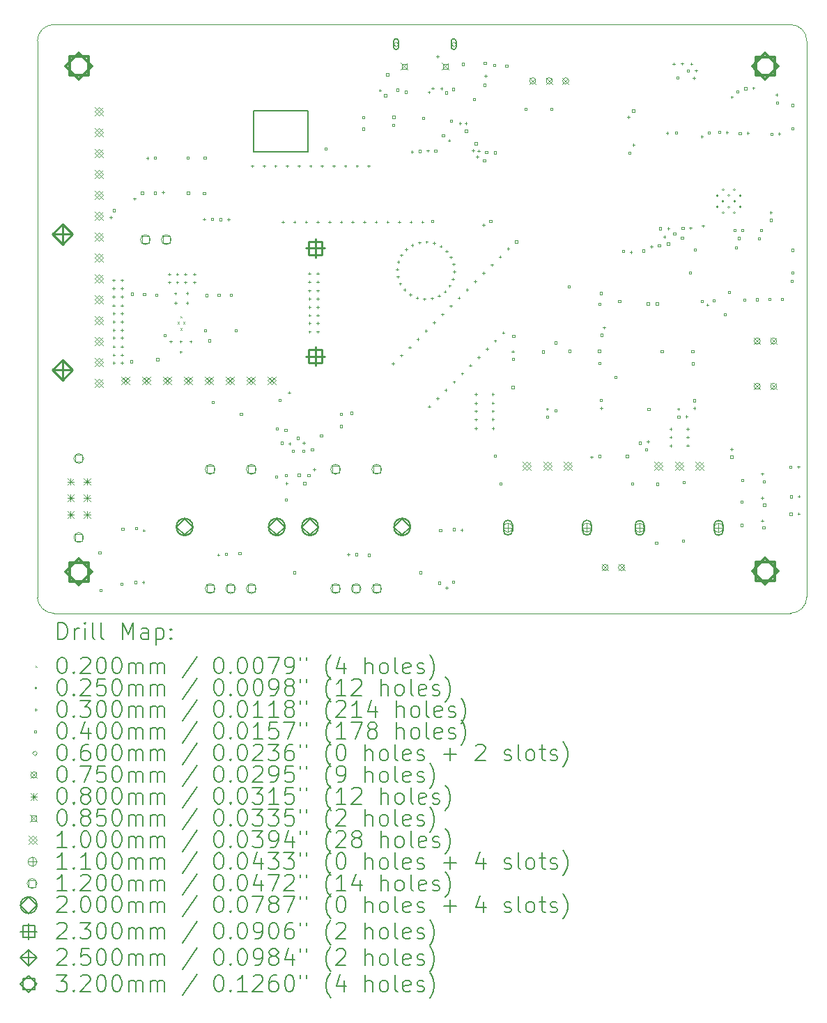
<source format=gbr>
%TF.GenerationSoftware,KiCad,Pcbnew,(6.0.11)*%
%TF.CreationDate,2024-03-19T14:29:23-04:00*%
%TF.ProjectId,Ultrasonic Sound Steering - Remote Rev. B,556c7472-6173-46f6-9e69-6320536f756e,rev?*%
%TF.SameCoordinates,Original*%
%TF.FileFunction,Drillmap*%
%TF.FilePolarity,Positive*%
%FSLAX45Y45*%
G04 Gerber Fmt 4.5, Leading zero omitted, Abs format (unit mm)*
G04 Created by KiCad (PCBNEW (6.0.11)) date 2024-03-19 14:29:23*
%MOMM*%
%LPD*%
G01*
G04 APERTURE LIST*
%ADD10C,0.100000*%
%ADD11C,0.200000*%
%ADD12C,0.020000*%
%ADD13C,0.025000*%
%ADD14C,0.030000*%
%ADD15C,0.040000*%
%ADD16C,0.060000*%
%ADD17C,0.075000*%
%ADD18C,0.080000*%
%ADD19C,0.085000*%
%ADD20C,0.110000*%
%ADD21C,0.120000*%
%ADD22C,0.230000*%
%ADD23C,0.250000*%
%ADD24C,0.320000*%
G04 APERTURE END LIST*
D10*
X19201250Y-11407500D02*
X10250000Y-11407500D01*
D11*
X12675000Y-5297500D02*
X13340000Y-5297500D01*
X13340000Y-5297500D02*
X13340000Y-5797500D01*
X13340000Y-5797500D02*
X12675000Y-5797500D01*
X12675000Y-5797500D02*
X12675000Y-5297500D01*
D10*
X10049994Y-11217500D02*
G75*
G03*
X10250000Y-11407500I200007J10270D01*
G01*
X10249000Y-4250419D02*
G75*
G03*
X10050000Y-4449843I-160J-198841D01*
G01*
X19400421Y-4449000D02*
G75*
G03*
X19201000Y-4250000I-198841J160D01*
G01*
X19201250Y-11407501D02*
G75*
G03*
X19400250Y-11208079I160J198841D01*
G01*
X10249000Y-4250421D02*
X19201000Y-4250000D01*
X10050000Y-11217500D02*
X10050000Y-4449843D01*
X19400421Y-4449000D02*
X19399750Y-7650000D01*
X19399750Y-7650000D02*
X19400250Y-11208079D01*
D11*
D12*
X11751215Y-7867396D02*
X11771215Y-7887396D01*
X11771215Y-7867396D02*
X11751215Y-7887396D01*
X11786215Y-7792396D02*
X11806215Y-7812396D01*
X11806215Y-7792396D02*
X11786215Y-7812396D01*
X11786215Y-7942396D02*
X11806215Y-7962396D01*
X11806215Y-7942396D02*
X11786215Y-7962396D01*
X11821215Y-7867396D02*
X11841215Y-7887396D01*
X11841215Y-7867396D02*
X11821215Y-7887396D01*
D13*
X18324500Y-6329500D02*
G75*
G03*
X18324500Y-6329500I-12500J0D01*
G01*
X18324500Y-6469500D02*
G75*
G03*
X18324500Y-6469500I-12500J0D01*
G01*
X18394500Y-6259500D02*
G75*
G03*
X18394500Y-6259500I-12500J0D01*
G01*
X18394500Y-6399500D02*
G75*
G03*
X18394500Y-6399500I-12500J0D01*
G01*
X18394500Y-6539500D02*
G75*
G03*
X18394500Y-6539500I-12500J0D01*
G01*
X18464500Y-6329500D02*
G75*
G03*
X18464500Y-6329500I-12500J0D01*
G01*
X18464500Y-6469500D02*
G75*
G03*
X18464500Y-6469500I-12500J0D01*
G01*
X18534500Y-6259500D02*
G75*
G03*
X18534500Y-6259500I-12500J0D01*
G01*
X18534500Y-6399500D02*
G75*
G03*
X18534500Y-6399500I-12500J0D01*
G01*
X18534500Y-6539500D02*
G75*
G03*
X18534500Y-6539500I-12500J0D01*
G01*
X18604500Y-6329500D02*
G75*
G03*
X18604500Y-6329500I-12500J0D01*
G01*
X18604500Y-6469500D02*
G75*
G03*
X18604500Y-6469500I-12500J0D01*
G01*
D14*
X10939652Y-6579474D02*
X10939652Y-6609474D01*
X10924652Y-6594474D02*
X10954652Y-6594474D01*
X10977000Y-7344000D02*
X10977000Y-7374000D01*
X10962000Y-7359000D02*
X10992000Y-7359000D01*
X10978000Y-7442000D02*
X10978000Y-7472000D01*
X10963000Y-7457000D02*
X10993000Y-7457000D01*
X10978000Y-7542000D02*
X10978000Y-7572000D01*
X10963000Y-7557000D02*
X10993000Y-7557000D01*
X10978000Y-7651000D02*
X10978000Y-7681000D01*
X10963000Y-7666000D02*
X10993000Y-7666000D01*
X10979000Y-7749000D02*
X10979000Y-7779000D01*
X10964000Y-7764000D02*
X10994000Y-7764000D01*
X10979000Y-7849000D02*
X10979000Y-7879000D01*
X10964000Y-7864000D02*
X10994000Y-7864000D01*
X10979000Y-7949000D02*
X10979000Y-7979000D01*
X10964000Y-7964000D02*
X10994000Y-7964000D01*
X10979000Y-8044000D02*
X10979000Y-8074000D01*
X10964000Y-8059000D02*
X10994000Y-8059000D01*
X10979000Y-8151000D02*
X10979000Y-8181000D01*
X10964000Y-8166000D02*
X10994000Y-8166000D01*
X10979000Y-8251000D02*
X10979000Y-8281000D01*
X10964000Y-8266000D02*
X10994000Y-8266000D01*
X10979000Y-8346000D02*
X10979000Y-8376000D01*
X10964000Y-8361000D02*
X10994000Y-8361000D01*
X11077000Y-7344000D02*
X11077000Y-7374000D01*
X11062000Y-7359000D02*
X11092000Y-7359000D01*
X11078000Y-7442000D02*
X11078000Y-7472000D01*
X11063000Y-7457000D02*
X11093000Y-7457000D01*
X11078000Y-7542000D02*
X11078000Y-7572000D01*
X11063000Y-7557000D02*
X11093000Y-7557000D01*
X11078000Y-7651000D02*
X11078000Y-7681000D01*
X11063000Y-7666000D02*
X11093000Y-7666000D01*
X11079000Y-7749000D02*
X11079000Y-7779000D01*
X11064000Y-7764000D02*
X11094000Y-7764000D01*
X11079000Y-7849000D02*
X11079000Y-7879000D01*
X11064000Y-7864000D02*
X11094000Y-7864000D01*
X11079000Y-7949000D02*
X11079000Y-7979000D01*
X11064000Y-7964000D02*
X11094000Y-7964000D01*
X11079000Y-8044000D02*
X11079000Y-8074000D01*
X11064000Y-8059000D02*
X11094000Y-8059000D01*
X11079000Y-8151000D02*
X11079000Y-8181000D01*
X11064000Y-8166000D02*
X11094000Y-8166000D01*
X11079000Y-8251000D02*
X11079000Y-8281000D01*
X11064000Y-8266000D02*
X11094000Y-8266000D01*
X11079000Y-8346000D02*
X11079000Y-8376000D01*
X11064000Y-8361000D02*
X11094000Y-8361000D01*
X11229621Y-6353827D02*
X11229621Y-6383827D01*
X11214621Y-6368827D02*
X11244621Y-6368827D01*
X11335948Y-11017042D02*
X11335948Y-11047042D01*
X11320948Y-11032042D02*
X11350948Y-11032042D01*
X11344000Y-10385000D02*
X11344000Y-10415000D01*
X11329000Y-10400000D02*
X11359000Y-10400000D01*
X11387078Y-5859315D02*
X11387078Y-5889315D01*
X11372078Y-5874315D02*
X11402078Y-5874315D01*
X11576950Y-6272450D02*
X11576950Y-6302450D01*
X11561950Y-6287450D02*
X11591950Y-6287450D01*
X11651000Y-7270000D02*
X11651000Y-7300000D01*
X11636000Y-7285000D02*
X11666000Y-7285000D01*
X11651000Y-7370000D02*
X11651000Y-7400000D01*
X11636000Y-7385000D02*
X11666000Y-7385000D01*
X11668497Y-8088396D02*
X11668497Y-8118396D01*
X11653497Y-8103396D02*
X11683497Y-8103396D01*
X11726497Y-7504396D02*
X11726497Y-7534396D01*
X11711497Y-7519396D02*
X11741497Y-7519396D01*
X11727497Y-7620396D02*
X11727497Y-7650396D01*
X11712497Y-7635396D02*
X11742497Y-7635396D01*
X11749000Y-7269000D02*
X11749000Y-7299000D01*
X11734000Y-7284000D02*
X11764000Y-7284000D01*
X11749000Y-7369000D02*
X11749000Y-7399000D01*
X11734000Y-7384000D02*
X11764000Y-7384000D01*
X11791215Y-8088396D02*
X11791215Y-8118396D01*
X11776215Y-8103396D02*
X11806215Y-8103396D01*
X11792215Y-8215396D02*
X11792215Y-8245396D01*
X11777215Y-8230396D02*
X11807215Y-8230396D01*
X11849000Y-7269000D02*
X11849000Y-7299000D01*
X11834000Y-7284000D02*
X11864000Y-7284000D01*
X11849000Y-7369000D02*
X11849000Y-7399000D01*
X11834000Y-7384000D02*
X11864000Y-7384000D01*
X11869497Y-7621396D02*
X11869497Y-7651396D01*
X11854497Y-7636396D02*
X11884497Y-7636396D01*
X11870497Y-7502396D02*
X11870497Y-7532396D01*
X11855497Y-7517396D02*
X11885497Y-7517396D01*
X11911497Y-8088396D02*
X11911497Y-8118396D01*
X11896497Y-8103396D02*
X11926497Y-8103396D01*
X11958000Y-7269000D02*
X11958000Y-7299000D01*
X11943000Y-7284000D02*
X11973000Y-7284000D01*
X11958000Y-7369000D02*
X11958000Y-7399000D01*
X11943000Y-7384000D02*
X11973000Y-7384000D01*
X12076857Y-6601357D02*
X12076857Y-6631357D01*
X12061857Y-6616357D02*
X12091857Y-6616357D01*
X12249299Y-10681374D02*
X12249299Y-10711374D01*
X12234299Y-10696374D02*
X12264299Y-10696374D01*
X12372940Y-6605449D02*
X12372940Y-6635449D01*
X12357940Y-6620449D02*
X12387940Y-6620449D01*
X12661000Y-5955000D02*
X12661000Y-5985000D01*
X12646000Y-5970000D02*
X12676000Y-5970000D01*
X12802400Y-5955000D02*
X12802400Y-5985000D01*
X12787400Y-5970000D02*
X12817400Y-5970000D01*
X12943800Y-5955000D02*
X12943800Y-5985000D01*
X12928800Y-5970000D02*
X12958800Y-5970000D01*
X13033200Y-6635000D02*
X13033200Y-6665000D01*
X13018200Y-6650000D02*
X13048200Y-6650000D01*
X13078308Y-9810682D02*
X13078308Y-9840682D01*
X13063308Y-9825682D02*
X13093308Y-9825682D01*
X13085200Y-5955000D02*
X13085200Y-5985000D01*
X13070200Y-5970000D02*
X13100200Y-5970000D01*
X13109393Y-8708218D02*
X13109393Y-8738218D01*
X13094393Y-8723218D02*
X13124393Y-8723218D01*
X13115129Y-9330371D02*
X13115129Y-9360371D01*
X13100129Y-9345371D02*
X13130129Y-9345371D01*
X13174600Y-6635000D02*
X13174600Y-6665000D01*
X13159600Y-6650000D02*
X13189600Y-6650000D01*
X13226600Y-5955000D02*
X13226600Y-5985000D01*
X13211600Y-5970000D02*
X13241600Y-5970000D01*
X13288538Y-9323275D02*
X13288538Y-9353275D01*
X13273538Y-9338275D02*
X13303538Y-9338275D01*
X13316000Y-6635000D02*
X13316000Y-6665000D01*
X13301000Y-6650000D02*
X13331000Y-6650000D01*
X13357000Y-7262000D02*
X13357000Y-7292000D01*
X13342000Y-7277000D02*
X13372000Y-7277000D01*
X13357000Y-7362000D02*
X13357000Y-7392000D01*
X13342000Y-7377000D02*
X13372000Y-7377000D01*
X13357000Y-7471000D02*
X13357000Y-7501000D01*
X13342000Y-7486000D02*
X13372000Y-7486000D01*
X13358000Y-7569000D02*
X13358000Y-7599000D01*
X13343000Y-7584000D02*
X13373000Y-7584000D01*
X13358000Y-7669000D02*
X13358000Y-7699000D01*
X13343000Y-7684000D02*
X13373000Y-7684000D01*
X13358000Y-7769000D02*
X13358000Y-7799000D01*
X13343000Y-7784000D02*
X13373000Y-7784000D01*
X13358000Y-7864000D02*
X13358000Y-7894000D01*
X13343000Y-7879000D02*
X13373000Y-7879000D01*
X13358000Y-7971000D02*
X13358000Y-8001000D01*
X13343000Y-7986000D02*
X13373000Y-7986000D01*
X13368000Y-5955000D02*
X13368000Y-5985000D01*
X13353000Y-5970000D02*
X13383000Y-5970000D01*
X13413450Y-9642860D02*
X13413450Y-9672860D01*
X13398450Y-9657860D02*
X13428450Y-9657860D01*
X13457000Y-7262000D02*
X13457000Y-7292000D01*
X13442000Y-7277000D02*
X13472000Y-7277000D01*
X13457000Y-7362000D02*
X13457000Y-7392000D01*
X13442000Y-7377000D02*
X13472000Y-7377000D01*
X13457000Y-7471000D02*
X13457000Y-7501000D01*
X13442000Y-7486000D02*
X13472000Y-7486000D01*
X13457400Y-6635000D02*
X13457400Y-6665000D01*
X13442400Y-6650000D02*
X13472400Y-6650000D01*
X13458000Y-7569000D02*
X13458000Y-7599000D01*
X13443000Y-7584000D02*
X13473000Y-7584000D01*
X13458000Y-7669000D02*
X13458000Y-7699000D01*
X13443000Y-7684000D02*
X13473000Y-7684000D01*
X13458000Y-7769000D02*
X13458000Y-7799000D01*
X13443000Y-7784000D02*
X13473000Y-7784000D01*
X13458000Y-7864000D02*
X13458000Y-7894000D01*
X13443000Y-7879000D02*
X13473000Y-7879000D01*
X13458000Y-7971000D02*
X13458000Y-8001000D01*
X13443000Y-7986000D02*
X13473000Y-7986000D01*
X13509400Y-5955000D02*
X13509400Y-5985000D01*
X13494400Y-5970000D02*
X13524400Y-5970000D01*
X13598800Y-6635000D02*
X13598800Y-6665000D01*
X13583800Y-6650000D02*
X13613800Y-6650000D01*
X13650800Y-5955000D02*
X13650800Y-5985000D01*
X13635800Y-5970000D02*
X13665800Y-5970000D01*
X13740200Y-6635000D02*
X13740200Y-6665000D01*
X13725200Y-6650000D02*
X13755200Y-6650000D01*
X13792200Y-5955000D02*
X13792200Y-5985000D01*
X13777200Y-5970000D02*
X13807200Y-5970000D01*
X13831300Y-10675986D02*
X13831300Y-10705986D01*
X13816300Y-10690986D02*
X13846300Y-10690986D01*
X13881600Y-6635000D02*
X13881600Y-6665000D01*
X13866600Y-6650000D02*
X13896600Y-6650000D01*
X13933600Y-5955000D02*
X13933600Y-5985000D01*
X13918600Y-5970000D02*
X13948600Y-5970000D01*
X14023000Y-6635000D02*
X14023000Y-6665000D01*
X14008000Y-6650000D02*
X14038000Y-6650000D01*
X14075000Y-5955000D02*
X14075000Y-5985000D01*
X14060000Y-5970000D02*
X14090000Y-5970000D01*
X14164400Y-6635000D02*
X14164400Y-6665000D01*
X14149400Y-6650000D02*
X14179400Y-6650000D01*
X14212500Y-5035000D02*
X14212500Y-5065000D01*
X14197500Y-5050000D02*
X14227500Y-5050000D01*
X14305800Y-6635000D02*
X14305800Y-6665000D01*
X14290800Y-6650000D02*
X14320800Y-6650000D01*
X14372000Y-8358000D02*
X14372000Y-8388000D01*
X14357000Y-8373000D02*
X14387000Y-8373000D01*
X14420000Y-7211000D02*
X14420000Y-7241000D01*
X14405000Y-7226000D02*
X14435000Y-7226000D01*
X14428200Y-7301287D02*
X14428200Y-7331287D01*
X14413200Y-7316287D02*
X14443200Y-7316287D01*
X14435447Y-7121667D02*
X14435447Y-7151667D01*
X14420447Y-7136667D02*
X14450447Y-7136667D01*
X14447200Y-6635000D02*
X14447200Y-6665000D01*
X14432200Y-6650000D02*
X14462200Y-6650000D01*
X14459489Y-7386376D02*
X14459489Y-7416376D01*
X14444489Y-7401376D02*
X14474489Y-7401376D01*
X14472000Y-8258000D02*
X14472000Y-8288000D01*
X14457000Y-8273000D02*
X14487000Y-8273000D01*
X14473489Y-7039376D02*
X14473489Y-7069376D01*
X14458489Y-7054376D02*
X14488489Y-7054376D01*
X14511734Y-7460467D02*
X14511734Y-7490467D01*
X14496734Y-7475467D02*
X14526734Y-7475467D01*
X14531533Y-6969734D02*
X14531533Y-6999734D01*
X14516533Y-6984734D02*
X14546533Y-6984734D01*
X14572000Y-8158000D02*
X14572000Y-8188000D01*
X14557000Y-8173000D02*
X14587000Y-8173000D01*
X14581376Y-7518511D02*
X14581376Y-7548511D01*
X14566376Y-7533511D02*
X14596376Y-7533511D01*
X14588600Y-6635000D02*
X14588600Y-6665000D01*
X14573600Y-6650000D02*
X14603600Y-6650000D01*
X14603194Y-5783306D02*
X14603194Y-5813306D01*
X14588194Y-5798306D02*
X14618194Y-5798306D01*
X14605624Y-6917489D02*
X14605624Y-6947489D01*
X14590624Y-6932489D02*
X14620624Y-6932489D01*
X14663667Y-7556553D02*
X14663667Y-7586553D01*
X14648667Y-7571553D02*
X14678667Y-7571553D01*
X14672000Y-8058000D02*
X14672000Y-8088000D01*
X14657000Y-8073000D02*
X14687000Y-8073000D01*
X14690713Y-6886200D02*
X14690713Y-6916200D01*
X14675713Y-6901200D02*
X14705713Y-6901200D01*
X14730000Y-6635000D02*
X14730000Y-6665000D01*
X14715000Y-6650000D02*
X14745000Y-6650000D01*
X14753000Y-7572000D02*
X14753000Y-7602000D01*
X14738000Y-7587000D02*
X14768000Y-7587000D01*
X14772000Y-7958000D02*
X14772000Y-7988000D01*
X14757000Y-7973000D02*
X14787000Y-7973000D01*
X14781000Y-6878000D02*
X14781000Y-6908000D01*
X14766000Y-6893000D02*
X14796000Y-6893000D01*
X14792588Y-5769906D02*
X14792588Y-5799906D01*
X14777588Y-5784906D02*
X14807588Y-5784906D01*
X14807500Y-5057000D02*
X14807500Y-5087000D01*
X14792500Y-5072000D02*
X14822500Y-5072000D01*
X14812000Y-8879000D02*
X14812000Y-8909000D01*
X14797000Y-8894000D02*
X14827000Y-8894000D01*
X14843287Y-7563800D02*
X14843287Y-7593800D01*
X14828287Y-7578800D02*
X14858287Y-7578800D01*
X14855500Y-5008000D02*
X14855500Y-5038000D01*
X14840500Y-5023000D02*
X14870500Y-5023000D01*
X14870333Y-6893447D02*
X14870333Y-6923447D01*
X14855333Y-6908447D02*
X14885333Y-6908447D01*
X14872000Y-7858000D02*
X14872000Y-7888000D01*
X14857000Y-7873000D02*
X14887000Y-7873000D01*
X14911500Y-4623250D02*
X14911500Y-4653250D01*
X14896500Y-4638250D02*
X14926500Y-4638250D01*
X14912000Y-8779000D02*
X14912000Y-8809000D01*
X14897000Y-8794000D02*
X14927000Y-8794000D01*
X14928376Y-7532511D02*
X14928376Y-7562511D01*
X14913376Y-7547511D02*
X14943376Y-7547511D01*
X14952624Y-6931489D02*
X14952624Y-6961489D01*
X14937624Y-6946489D02*
X14967624Y-6946489D01*
X14960500Y-5011450D02*
X14960500Y-5041450D01*
X14945500Y-5026450D02*
X14975500Y-5026450D01*
X14972000Y-7758000D02*
X14972000Y-7788000D01*
X14957000Y-7773000D02*
X14987000Y-7773000D01*
X15002467Y-7480265D02*
X15002467Y-7510265D01*
X14987467Y-7495265D02*
X15017467Y-7495265D01*
X15012000Y-8679000D02*
X15012000Y-8709000D01*
X14997000Y-8694000D02*
X15027000Y-8694000D01*
X15022265Y-6989533D02*
X15022265Y-7019533D01*
X15007265Y-7004533D02*
X15037265Y-7004533D01*
X15025000Y-11085000D02*
X15025000Y-11115000D01*
X15010000Y-11100000D02*
X15040000Y-11100000D01*
X15052882Y-5643030D02*
X15052882Y-5673030D01*
X15037882Y-5658030D02*
X15067882Y-5658030D01*
X15060511Y-7410624D02*
X15060511Y-7440624D01*
X15045511Y-7425624D02*
X15075511Y-7425624D01*
X15072000Y-7658000D02*
X15072000Y-7688000D01*
X15057000Y-7673000D02*
X15087000Y-7673000D01*
X15074511Y-7063624D02*
X15074511Y-7093624D01*
X15059511Y-7078624D02*
X15089511Y-7078624D01*
X15098553Y-7328333D02*
X15098553Y-7358333D01*
X15083553Y-7343333D02*
X15113553Y-7343333D01*
X15105800Y-7148713D02*
X15105800Y-7178713D01*
X15090800Y-7163713D02*
X15120800Y-7163713D01*
X15112000Y-8579000D02*
X15112000Y-8609000D01*
X15097000Y-8594000D02*
X15127000Y-8594000D01*
X15114000Y-7239000D02*
X15114000Y-7269000D01*
X15099000Y-7254000D02*
X15129000Y-7254000D01*
X15172000Y-7558000D02*
X15172000Y-7588000D01*
X15157000Y-7573000D02*
X15187000Y-7573000D01*
X15186500Y-5437000D02*
X15186500Y-5467000D01*
X15171500Y-5452000D02*
X15201500Y-5452000D01*
X15206161Y-10379404D02*
X15206161Y-10409404D01*
X15191161Y-10394404D02*
X15221161Y-10394404D01*
X15212000Y-8479000D02*
X15212000Y-8509000D01*
X15197000Y-8494000D02*
X15227000Y-8494000D01*
X15256500Y-5435000D02*
X15256500Y-5465000D01*
X15241500Y-5450000D02*
X15271500Y-5450000D01*
X15272000Y-7458000D02*
X15272000Y-7488000D01*
X15257000Y-7473000D02*
X15287000Y-7473000D01*
X15312000Y-8379000D02*
X15312000Y-8409000D01*
X15297000Y-8394000D02*
X15327000Y-8394000D01*
X15342500Y-5768000D02*
X15342500Y-5798000D01*
X15327500Y-5783000D02*
X15357500Y-5783000D01*
X15372000Y-7358000D02*
X15372000Y-7388000D01*
X15357000Y-7373000D02*
X15387000Y-7373000D01*
X15378000Y-8730000D02*
X15378000Y-8760000D01*
X15363000Y-8745000D02*
X15393000Y-8745000D01*
X15379000Y-8838000D02*
X15379000Y-8868000D01*
X15364000Y-8853000D02*
X15394000Y-8853000D01*
X15379000Y-8935000D02*
X15379000Y-8965000D01*
X15364000Y-8950000D02*
X15394000Y-8950000D01*
X15379000Y-9038000D02*
X15379000Y-9068000D01*
X15364000Y-9053000D02*
X15394000Y-9053000D01*
X15380000Y-9144000D02*
X15380000Y-9174000D01*
X15365000Y-9159000D02*
X15395000Y-9159000D01*
X15396500Y-5840550D02*
X15396500Y-5870550D01*
X15381500Y-5855550D02*
X15411500Y-5855550D01*
X15412000Y-8279000D02*
X15412000Y-8309000D01*
X15397000Y-8294000D02*
X15427000Y-8294000D01*
X15412197Y-5770947D02*
X15412197Y-5800947D01*
X15397197Y-5785947D02*
X15427197Y-5785947D01*
X15470053Y-6669422D02*
X15470053Y-6699422D01*
X15455053Y-6684422D02*
X15485053Y-6684422D01*
X15472000Y-7258000D02*
X15472000Y-7288000D01*
X15457000Y-7273000D02*
X15487000Y-7273000D01*
X15495998Y-4860502D02*
X15495998Y-4890502D01*
X15480998Y-4875502D02*
X15510998Y-4875502D01*
X15512000Y-8179000D02*
X15512000Y-8209000D01*
X15497000Y-8194000D02*
X15527000Y-8194000D01*
X15572000Y-7158000D02*
X15572000Y-7188000D01*
X15557000Y-7173000D02*
X15587000Y-7173000D01*
X15584000Y-8729000D02*
X15584000Y-8759000D01*
X15569000Y-8744000D02*
X15599000Y-8744000D01*
X15584000Y-9036000D02*
X15584000Y-9066000D01*
X15569000Y-9051000D02*
X15599000Y-9051000D01*
X15585000Y-8836000D02*
X15585000Y-8866000D01*
X15570000Y-8851000D02*
X15600000Y-8851000D01*
X15585000Y-8935000D02*
X15585000Y-8965000D01*
X15570000Y-8950000D02*
X15600000Y-8950000D01*
X15587000Y-9142000D02*
X15587000Y-9172000D01*
X15572000Y-9157000D02*
X15602000Y-9157000D01*
X15612000Y-8080000D02*
X15612000Y-8110000D01*
X15597000Y-8095000D02*
X15627000Y-8095000D01*
X15672000Y-7058000D02*
X15672000Y-7088000D01*
X15657000Y-7073000D02*
X15687000Y-7073000D01*
X15712000Y-7980000D02*
X15712000Y-8010000D01*
X15697000Y-7995000D02*
X15727000Y-7995000D01*
X15772000Y-6958000D02*
X15772000Y-6988000D01*
X15757000Y-6973000D02*
X15787000Y-6973000D01*
X15829435Y-8209084D02*
X15829435Y-8239084D01*
X15814435Y-8224084D02*
X15844435Y-8224084D01*
X16245262Y-8910646D02*
X16245262Y-8940646D01*
X16230262Y-8925646D02*
X16260262Y-8925646D01*
X16784000Y-9495000D02*
X16784000Y-9525000D01*
X16769000Y-9510000D02*
X16799000Y-9510000D01*
X16903163Y-8896898D02*
X16903163Y-8926898D01*
X16888163Y-8911898D02*
X16918163Y-8911898D01*
X16938000Y-7919000D02*
X16938000Y-7949000D01*
X16923000Y-7934000D02*
X16953000Y-7934000D01*
X17230529Y-5358000D02*
X17230529Y-5388000D01*
X17215529Y-5373000D02*
X17245529Y-5373000D01*
X17263897Y-6999550D02*
X17263897Y-7029550D01*
X17248897Y-7014550D02*
X17278897Y-7014550D01*
X17296000Y-5698450D02*
X17296000Y-5728450D01*
X17281000Y-5713450D02*
X17311000Y-5713450D01*
X17468197Y-9306173D02*
X17468197Y-9336173D01*
X17453197Y-9321173D02*
X17483197Y-9321173D01*
X17512234Y-6933948D02*
X17512234Y-6963948D01*
X17497234Y-6948948D02*
X17527234Y-6948948D01*
X17670000Y-6817000D02*
X17670000Y-6847000D01*
X17655000Y-6832000D02*
X17685000Y-6832000D01*
X17703000Y-5556000D02*
X17703000Y-5586000D01*
X17688000Y-5571000D02*
X17718000Y-5571000D01*
X17718000Y-6715000D02*
X17718000Y-6745000D01*
X17703000Y-6730000D02*
X17733000Y-6730000D01*
X17745000Y-9154000D02*
X17745000Y-9184000D01*
X17730000Y-9169000D02*
X17760000Y-9169000D01*
X17745000Y-9251000D02*
X17745000Y-9281000D01*
X17730000Y-9266000D02*
X17760000Y-9266000D01*
X17745000Y-9354000D02*
X17745000Y-9384000D01*
X17730000Y-9369000D02*
X17760000Y-9369000D01*
X17783000Y-4712000D02*
X17783000Y-4742000D01*
X17768000Y-4727000D02*
X17798000Y-4727000D01*
X17838137Y-8909174D02*
X17838137Y-8939174D01*
X17823137Y-8924174D02*
X17853137Y-8924174D01*
X17885000Y-4710000D02*
X17885000Y-4740000D01*
X17870000Y-4725000D02*
X17900000Y-4725000D01*
X17937821Y-8999037D02*
X17937821Y-9029037D01*
X17922821Y-9014037D02*
X17952821Y-9014037D01*
X17950000Y-9352000D02*
X17950000Y-9382000D01*
X17935000Y-9367000D02*
X17965000Y-9367000D01*
X17951000Y-9152000D02*
X17951000Y-9182000D01*
X17936000Y-9167000D02*
X17966000Y-9167000D01*
X17951000Y-9251000D02*
X17951000Y-9281000D01*
X17936000Y-9266000D02*
X17966000Y-9266000D01*
X17987728Y-6708550D02*
X17987728Y-6738550D01*
X17972728Y-6723550D02*
X18002728Y-6723550D01*
X17998000Y-4712000D02*
X17998000Y-4742000D01*
X17983000Y-4727000D02*
X18013000Y-4727000D01*
X18030000Y-4886000D02*
X18030000Y-4916000D01*
X18015000Y-4901000D02*
X18045000Y-4901000D01*
X18033000Y-8898950D02*
X18033000Y-8928950D01*
X18018000Y-8913950D02*
X18048000Y-8913950D01*
X18054000Y-4795000D02*
X18054000Y-4825000D01*
X18039000Y-4810000D02*
X18069000Y-4810000D01*
X18124502Y-5594206D02*
X18124502Y-5624206D01*
X18109502Y-5609206D02*
X18139502Y-5609206D01*
X18138000Y-6683000D02*
X18138000Y-6713000D01*
X18123000Y-6698000D02*
X18153000Y-6698000D01*
X18191997Y-7642669D02*
X18191997Y-7672669D01*
X18176997Y-7657669D02*
X18206997Y-7657669D01*
X18429950Y-5544000D02*
X18429950Y-5574000D01*
X18414950Y-5559000D02*
X18444950Y-5559000D01*
X18487285Y-9396266D02*
X18487285Y-9426266D01*
X18472285Y-9411266D02*
X18502285Y-9411266D01*
X18489554Y-5117550D02*
X18489554Y-5147550D01*
X18474554Y-5132550D02*
X18504554Y-5132550D01*
X18683226Y-5553681D02*
X18683226Y-5583681D01*
X18668226Y-5568681D02*
X18698226Y-5568681D01*
X18752000Y-5007000D02*
X18752000Y-5037000D01*
X18737000Y-5022000D02*
X18767000Y-5022000D01*
X18856000Y-10266000D02*
X18856000Y-10296000D01*
X18841000Y-10281000D02*
X18871000Y-10281000D01*
X18857000Y-9990000D02*
X18857000Y-10020000D01*
X18842000Y-10005000D02*
X18872000Y-10005000D01*
X18858454Y-9697765D02*
X18858454Y-9727765D01*
X18843454Y-9712765D02*
X18873454Y-9712765D01*
X18964000Y-6518050D02*
X18964000Y-6548050D01*
X18949000Y-6533050D02*
X18979000Y-6533050D01*
X19033317Y-5089165D02*
X19033317Y-5119165D01*
X19018317Y-5104165D02*
X19048317Y-5104165D01*
X19065279Y-5564512D02*
X19065279Y-5594512D01*
X19050279Y-5579512D02*
X19080279Y-5579512D01*
X19298712Y-9613493D02*
X19298712Y-9643493D01*
X19283712Y-9628493D02*
X19313712Y-9628493D01*
X19301692Y-10182588D02*
X19301692Y-10212588D01*
X19286692Y-10197588D02*
X19316692Y-10197588D01*
X19303843Y-9969484D02*
X19303843Y-9999484D01*
X19288843Y-9984484D02*
X19318843Y-9984484D01*
D15*
X10819142Y-10681588D02*
X10819142Y-10653304D01*
X10790858Y-10653304D01*
X10790858Y-10681588D01*
X10819142Y-10681588D01*
X10831142Y-11144142D02*
X10831142Y-11115858D01*
X10802858Y-11115858D01*
X10802858Y-11144142D01*
X10831142Y-11144142D01*
X10995142Y-6523142D02*
X10995142Y-6494858D01*
X10966858Y-6494858D01*
X10966858Y-6523142D01*
X10995142Y-6523142D01*
X11089142Y-11064142D02*
X11089142Y-11035858D01*
X11060858Y-11035858D01*
X11060858Y-11064142D01*
X11089142Y-11064142D01*
X11100642Y-10394142D02*
X11100642Y-10365858D01*
X11072358Y-10365858D01*
X11072358Y-10394142D01*
X11100642Y-10394142D01*
X11205142Y-8360142D02*
X11205142Y-8331858D01*
X11176858Y-8331858D01*
X11176858Y-8360142D01*
X11205142Y-8360142D01*
X11214639Y-7539538D02*
X11214639Y-7511254D01*
X11186355Y-7511254D01*
X11186355Y-7539538D01*
X11214639Y-7539538D01*
X11255142Y-11045611D02*
X11255142Y-11017327D01*
X11226858Y-11017327D01*
X11226858Y-11045611D01*
X11255142Y-11045611D01*
X11267336Y-10386396D02*
X11267336Y-10358111D01*
X11239052Y-10358111D01*
X11239052Y-10386396D01*
X11267336Y-10386396D01*
X11336092Y-6311592D02*
X11336092Y-6283308D01*
X11307808Y-6283308D01*
X11307808Y-6311592D01*
X11336092Y-6311592D01*
X11362639Y-7545538D02*
X11362639Y-7517254D01*
X11334355Y-7517254D01*
X11334355Y-7545538D01*
X11362639Y-7545538D01*
X11496142Y-5886142D02*
X11496142Y-5857858D01*
X11467858Y-5857858D01*
X11467858Y-5886142D01*
X11496142Y-5886142D01*
X11496142Y-6311592D02*
X11496142Y-6283308D01*
X11467858Y-6283308D01*
X11467858Y-6311592D01*
X11496142Y-6311592D01*
X11508639Y-7550538D02*
X11508639Y-7522254D01*
X11480355Y-7522254D01*
X11480355Y-7550538D01*
X11508639Y-7550538D01*
X11522639Y-8335539D02*
X11522639Y-8307254D01*
X11494355Y-8307254D01*
X11494355Y-8335539D01*
X11522639Y-8335539D01*
X11609639Y-8040538D02*
X11609639Y-8012254D01*
X11581355Y-8012254D01*
X11581355Y-8040538D01*
X11609639Y-8040538D01*
X11894142Y-5886142D02*
X11894142Y-5857858D01*
X11865858Y-5857858D01*
X11865858Y-5886142D01*
X11894142Y-5886142D01*
X11896742Y-6311592D02*
X11896742Y-6283308D01*
X11868458Y-6283308D01*
X11868458Y-6311592D01*
X11896742Y-6311592D01*
X12091142Y-6315142D02*
X12091142Y-6286858D01*
X12062858Y-6286858D01*
X12062858Y-6315142D01*
X12091142Y-6315142D01*
X12099142Y-5883142D02*
X12099142Y-5854858D01*
X12070858Y-5854858D01*
X12070858Y-5883142D01*
X12099142Y-5883142D01*
X12104357Y-7984538D02*
X12104357Y-7956254D01*
X12076073Y-7956254D01*
X12076073Y-7984538D01*
X12104357Y-7984538D01*
X12120357Y-7556538D02*
X12120357Y-7528254D01*
X12092073Y-7528254D01*
X12092073Y-7556538D01*
X12120357Y-7556538D01*
X12151357Y-8107538D02*
X12151357Y-8079254D01*
X12123073Y-8079254D01*
X12123073Y-8107538D01*
X12151357Y-8107538D01*
X12185942Y-6629323D02*
X12185942Y-6601039D01*
X12157658Y-6601039D01*
X12157658Y-6629323D01*
X12185942Y-6629323D01*
X12197639Y-8853139D02*
X12197639Y-8824854D01*
X12169355Y-8824854D01*
X12169355Y-8853139D01*
X12197639Y-8853139D01*
X12267357Y-7552538D02*
X12267357Y-7524254D01*
X12239073Y-7524254D01*
X12239073Y-7552538D01*
X12267357Y-7552538D01*
X12291532Y-6633173D02*
X12291532Y-6604889D01*
X12263247Y-6604889D01*
X12263247Y-6633173D01*
X12291532Y-6633173D01*
X12358142Y-10703642D02*
X12358142Y-10675358D01*
X12329858Y-10675358D01*
X12329858Y-10703642D01*
X12358142Y-10703642D01*
X12415639Y-7553538D02*
X12415639Y-7525254D01*
X12387355Y-7525254D01*
X12387355Y-7553538D01*
X12415639Y-7553538D01*
X12476357Y-7984538D02*
X12476357Y-7956254D01*
X12448073Y-7956254D01*
X12448073Y-7984538D01*
X12476357Y-7984538D01*
X12523142Y-10692142D02*
X12523142Y-10663858D01*
X12494858Y-10663858D01*
X12494858Y-10692142D01*
X12523142Y-10692142D01*
X12539142Y-8999142D02*
X12539142Y-8970858D01*
X12510858Y-8970858D01*
X12510858Y-8999142D01*
X12539142Y-8999142D01*
X12968142Y-9759142D02*
X12968142Y-9730858D01*
X12939858Y-9730858D01*
X12939858Y-9759142D01*
X12968142Y-9759142D01*
X12976592Y-9177948D02*
X12976592Y-9149663D01*
X12948308Y-9149663D01*
X12948308Y-9177948D01*
X12976592Y-9177948D01*
X13011877Y-8830692D02*
X13011877Y-8802408D01*
X12983592Y-8802408D01*
X12983592Y-8830692D01*
X13011877Y-8830692D01*
X13034602Y-9352213D02*
X13034602Y-9323929D01*
X13006318Y-9323929D01*
X13006318Y-9352213D01*
X13034602Y-9352213D01*
X13080245Y-9194402D02*
X13080245Y-9166118D01*
X13051960Y-9166118D01*
X13051960Y-9194402D01*
X13080245Y-9194402D01*
X13083772Y-10038098D02*
X13083772Y-10009813D01*
X13055488Y-10009813D01*
X13055488Y-10038098D01*
X13083772Y-10038098D01*
X13086692Y-9744642D02*
X13086692Y-9716358D01*
X13058408Y-9716358D01*
X13058408Y-9744642D01*
X13086692Y-9744642D01*
X13168142Y-9446142D02*
X13168142Y-9417858D01*
X13139858Y-9417858D01*
X13139858Y-9446142D01*
X13168142Y-9446142D01*
X13186892Y-10926642D02*
X13186892Y-10898358D01*
X13158608Y-10898358D01*
X13158608Y-10926642D01*
X13186892Y-10926642D01*
X13230182Y-9291102D02*
X13230182Y-9262818D01*
X13201898Y-9262818D01*
X13201898Y-9291102D01*
X13230182Y-9291102D01*
X13241592Y-9740732D02*
X13241592Y-9712448D01*
X13213308Y-9712448D01*
X13213308Y-9740732D01*
X13241592Y-9740732D01*
X13296142Y-9447142D02*
X13296142Y-9418858D01*
X13267858Y-9418858D01*
X13267858Y-9447142D01*
X13296142Y-9447142D01*
X13311142Y-9842142D02*
X13311142Y-9813858D01*
X13282858Y-9813858D01*
X13282858Y-9842142D01*
X13311142Y-9842142D01*
X13360142Y-9742142D02*
X13360142Y-9713858D01*
X13331858Y-9713858D01*
X13331858Y-9742142D01*
X13360142Y-9742142D01*
X13401523Y-9429821D02*
X13401523Y-9401536D01*
X13373239Y-9401536D01*
X13373239Y-9429821D01*
X13401523Y-9429821D01*
X13512642Y-9262642D02*
X13512642Y-9234358D01*
X13484358Y-9234358D01*
X13484358Y-9262642D01*
X13512642Y-9262642D01*
X13569142Y-5771142D02*
X13569142Y-5742858D01*
X13540858Y-5742858D01*
X13540858Y-5771142D01*
X13569142Y-5771142D01*
X13752802Y-9148142D02*
X13752802Y-9119858D01*
X13724517Y-9119858D01*
X13724517Y-9148142D01*
X13752802Y-9148142D01*
X13756961Y-8999142D02*
X13756961Y-8970858D01*
X13728677Y-8970858D01*
X13728677Y-8999142D01*
X13756961Y-8999142D01*
X13882142Y-8987142D02*
X13882142Y-8958858D01*
X13853858Y-8958858D01*
X13853858Y-8987142D01*
X13882142Y-8987142D01*
X13940392Y-10705267D02*
X13940392Y-10676983D01*
X13912108Y-10676983D01*
X13912108Y-10705267D01*
X13940392Y-10705267D01*
X14023142Y-5392642D02*
X14023142Y-5364358D01*
X13994858Y-5364358D01*
X13994858Y-5392642D01*
X14023142Y-5392642D01*
X14024642Y-5531142D02*
X14024642Y-5502858D01*
X13996358Y-5502858D01*
X13996358Y-5531142D01*
X14024642Y-5531142D01*
X14095392Y-10712767D02*
X14095392Y-10684483D01*
X14067108Y-10684483D01*
X14067108Y-10712767D01*
X14095392Y-10712767D01*
X14292642Y-5126142D02*
X14292642Y-5097858D01*
X14264358Y-5097858D01*
X14264358Y-5126142D01*
X14292642Y-5126142D01*
X14317642Y-4871142D02*
X14317642Y-4842858D01*
X14289358Y-4842858D01*
X14289358Y-4871142D01*
X14317642Y-4871142D01*
X14387512Y-5485012D02*
X14387512Y-5456728D01*
X14359227Y-5456728D01*
X14359227Y-5485012D01*
X14387512Y-5485012D01*
X14392142Y-5387642D02*
X14392142Y-5359358D01*
X14363858Y-5359358D01*
X14363858Y-5387642D01*
X14392142Y-5387642D01*
X14438642Y-5059142D02*
X14438642Y-5030858D01*
X14410358Y-5030858D01*
X14410358Y-5059142D01*
X14438642Y-5059142D01*
X14540642Y-5084142D02*
X14540642Y-5055858D01*
X14512358Y-5055858D01*
X14512358Y-5084142D01*
X14540642Y-5084142D01*
X14711907Y-5803966D02*
X14711907Y-5775681D01*
X14683623Y-5775681D01*
X14683623Y-5803966D01*
X14711907Y-5803966D01*
X14717142Y-10926642D02*
X14717142Y-10898358D01*
X14688858Y-10898358D01*
X14688858Y-10926642D01*
X14717142Y-10926642D01*
X14755642Y-5400012D02*
X14755642Y-5371727D01*
X14727358Y-5371727D01*
X14727358Y-5400012D01*
X14755642Y-5400012D01*
X14866142Y-6656142D02*
X14866142Y-6627858D01*
X14837858Y-6627858D01*
X14837858Y-6656142D01*
X14866142Y-6656142D01*
X14901645Y-5796441D02*
X14901645Y-5768156D01*
X14873360Y-5768156D01*
X14873360Y-5796441D01*
X14901645Y-5796441D01*
X14947142Y-11053142D02*
X14947142Y-11024858D01*
X14918858Y-11024858D01*
X14918858Y-11053142D01*
X14947142Y-11053142D01*
X14959642Y-10414742D02*
X14959642Y-10386458D01*
X14931358Y-10386458D01*
X14931358Y-10414742D01*
X14959642Y-10414742D01*
X14994862Y-5610462D02*
X14994862Y-5582177D01*
X14966577Y-5582177D01*
X14966577Y-5610462D01*
X14994862Y-5610462D01*
X15031642Y-5093142D02*
X15031642Y-5064858D01*
X15003358Y-5064858D01*
X15003358Y-5093142D01*
X15031642Y-5093142D01*
X15094642Y-5436142D02*
X15094642Y-5407858D01*
X15066358Y-5407858D01*
X15066358Y-5436142D01*
X15094642Y-5436142D01*
X15115392Y-11040494D02*
X15115392Y-11012209D01*
X15087108Y-11012209D01*
X15087108Y-11040494D01*
X15115392Y-11040494D01*
X15119642Y-5050592D02*
X15119642Y-5022308D01*
X15091358Y-5022308D01*
X15091358Y-5050592D01*
X15119642Y-5050592D01*
X15125642Y-10401142D02*
X15125642Y-10372858D01*
X15097358Y-10372858D01*
X15097358Y-10401142D01*
X15125642Y-10401142D01*
X15238642Y-4746142D02*
X15238642Y-4717858D01*
X15210358Y-4717858D01*
X15210358Y-4746142D01*
X15238642Y-4746142D01*
X15274692Y-5559006D02*
X15274692Y-5530722D01*
X15246408Y-5530722D01*
X15246408Y-5559006D01*
X15274692Y-5559006D01*
X15371642Y-5172142D02*
X15371642Y-5143858D01*
X15343358Y-5143858D01*
X15343358Y-5172142D01*
X15371642Y-5172142D01*
X15393669Y-5709094D02*
X15393669Y-5680809D01*
X15365385Y-5680809D01*
X15365385Y-5709094D01*
X15393669Y-5709094D01*
X15494630Y-5918190D02*
X15494630Y-5889906D01*
X15466346Y-5889906D01*
X15466346Y-5918190D01*
X15494630Y-5918190D01*
X15496834Y-4999449D02*
X15496834Y-4971165D01*
X15468550Y-4971165D01*
X15468550Y-4999449D01*
X15496834Y-4999449D01*
X15501642Y-4730142D02*
X15501642Y-4701858D01*
X15473358Y-4701858D01*
X15473358Y-4730142D01*
X15501642Y-4730142D01*
X15519891Y-5816326D02*
X15519891Y-5788041D01*
X15491607Y-5788041D01*
X15491607Y-5816326D01*
X15519891Y-5816326D01*
X15569142Y-6656142D02*
X15569142Y-6627858D01*
X15540858Y-6627858D01*
X15540858Y-6656142D01*
X15569142Y-6656142D01*
X15617142Y-4759142D02*
X15617142Y-4730858D01*
X15588858Y-4730858D01*
X15588858Y-4759142D01*
X15617142Y-4759142D01*
X15624742Y-5820889D02*
X15624742Y-5792605D01*
X15596458Y-5792605D01*
X15596458Y-5820889D01*
X15624742Y-5820889D01*
X15627142Y-9509642D02*
X15627142Y-9481358D01*
X15598858Y-9481358D01*
X15598858Y-9509642D01*
X15627142Y-9509642D01*
X15695142Y-9844642D02*
X15695142Y-9816358D01*
X15666858Y-9816358D01*
X15666858Y-9844642D01*
X15695142Y-9844642D01*
X15765642Y-4764642D02*
X15765642Y-4736358D01*
X15737358Y-4736358D01*
X15737358Y-4764642D01*
X15765642Y-4764642D01*
X15842142Y-8674142D02*
X15842142Y-8645858D01*
X15813858Y-8645858D01*
X15813858Y-8674142D01*
X15842142Y-8674142D01*
X15846142Y-8333142D02*
X15846142Y-8304858D01*
X15817858Y-8304858D01*
X15817858Y-8333142D01*
X15846142Y-8333142D01*
X15850908Y-8050908D02*
X15850908Y-8022623D01*
X15822623Y-8022623D01*
X15822623Y-8050908D01*
X15850908Y-8050908D01*
X15884142Y-6904142D02*
X15884142Y-6875858D01*
X15855858Y-6875858D01*
X15855858Y-6904142D01*
X15884142Y-6904142D01*
X16000142Y-5291142D02*
X16000142Y-5262858D01*
X15971858Y-5262858D01*
X15971858Y-5291142D01*
X16000142Y-5291142D01*
X16206803Y-8240471D02*
X16206803Y-8212186D01*
X16178519Y-8212186D01*
X16178519Y-8240471D01*
X16206803Y-8240471D01*
X16262682Y-9034682D02*
X16262682Y-9006398D01*
X16234398Y-9006398D01*
X16234398Y-9034682D01*
X16262682Y-9034682D01*
X16309978Y-5289285D02*
X16309978Y-5261000D01*
X16281693Y-5261000D01*
X16281693Y-5289285D01*
X16309978Y-5289285D01*
X16364642Y-8957142D02*
X16364642Y-8928858D01*
X16336358Y-8928858D01*
X16336358Y-8957142D01*
X16364642Y-8957142D01*
X16364642Y-8132142D02*
X16364642Y-8103858D01*
X16336358Y-8103858D01*
X16336358Y-8132142D01*
X16364642Y-8132142D01*
X16523142Y-7451142D02*
X16523142Y-7422858D01*
X16494858Y-7422858D01*
X16494858Y-7451142D01*
X16523142Y-7451142D01*
X16530142Y-8234642D02*
X16530142Y-8206358D01*
X16501858Y-8206358D01*
X16501858Y-8234642D01*
X16530142Y-8234642D01*
X16891142Y-8233642D02*
X16891142Y-8205358D01*
X16862858Y-8205358D01*
X16862858Y-8233642D01*
X16891142Y-8233642D01*
X16894142Y-7662142D02*
X16894142Y-7633858D01*
X16865858Y-7633858D01*
X16865858Y-7662142D01*
X16894142Y-7662142D01*
X16897142Y-8384142D02*
X16897142Y-8355858D01*
X16868858Y-8355858D01*
X16868858Y-8384142D01*
X16897142Y-8384142D01*
X16897682Y-9510851D02*
X16897682Y-9482566D01*
X16869398Y-9482566D01*
X16869398Y-9510851D01*
X16897682Y-9510851D01*
X16913142Y-7531142D02*
X16913142Y-7502858D01*
X16884858Y-7502858D01*
X16884858Y-7531142D01*
X16913142Y-7531142D01*
X16914142Y-8831142D02*
X16914142Y-8802858D01*
X16885858Y-8802858D01*
X16885858Y-8831142D01*
X16914142Y-8831142D01*
X16920142Y-8038142D02*
X16920142Y-8009858D01*
X16891858Y-8009858D01*
X16891858Y-8038142D01*
X16920142Y-8038142D01*
X17089142Y-8550405D02*
X17089142Y-8522120D01*
X17060858Y-8522120D01*
X17060858Y-8550405D01*
X17089142Y-8550405D01*
X17136142Y-7628142D02*
X17136142Y-7599858D01*
X17107858Y-7599858D01*
X17107858Y-7628142D01*
X17136142Y-7628142D01*
X17183621Y-7018664D02*
X17183621Y-6990379D01*
X17155336Y-6990379D01*
X17155336Y-7018664D01*
X17183621Y-7018664D01*
X17229682Y-9511642D02*
X17229682Y-9483358D01*
X17201398Y-9483358D01*
X17201398Y-9511642D01*
X17229682Y-9511642D01*
X17262071Y-5822272D02*
X17262071Y-5793987D01*
X17233786Y-5793987D01*
X17233786Y-5822272D01*
X17262071Y-5822272D01*
X17295142Y-9845642D02*
X17295142Y-9817358D01*
X17266858Y-9817358D01*
X17266858Y-9845642D01*
X17295142Y-9845642D01*
X17305642Y-5311642D02*
X17305642Y-5283358D01*
X17277358Y-5283358D01*
X17277358Y-5311642D01*
X17305642Y-5311642D01*
X17385142Y-9351142D02*
X17385142Y-9322858D01*
X17356858Y-9322858D01*
X17356858Y-9351142D01*
X17385142Y-9351142D01*
X17427934Y-7013592D02*
X17427934Y-6985308D01*
X17399649Y-6985308D01*
X17399649Y-7013592D01*
X17427934Y-7013592D01*
X17464592Y-9428592D02*
X17464592Y-9400308D01*
X17436308Y-9400308D01*
X17436308Y-9428592D01*
X17464592Y-9428592D01*
X17485142Y-7656142D02*
X17485142Y-7627858D01*
X17456858Y-7627858D01*
X17456858Y-7656142D01*
X17485142Y-7656142D01*
X17492142Y-8941642D02*
X17492142Y-8913358D01*
X17463858Y-8913358D01*
X17463858Y-8941642D01*
X17492142Y-8941642D01*
X17586142Y-10564142D02*
X17586142Y-10535858D01*
X17557858Y-10535858D01*
X17557858Y-10564142D01*
X17586142Y-10564142D01*
X17593142Y-7657142D02*
X17593142Y-7628858D01*
X17564858Y-7628858D01*
X17564858Y-7657142D01*
X17593142Y-7657142D01*
X17596642Y-9850642D02*
X17596642Y-9822358D01*
X17568358Y-9822358D01*
X17568358Y-9850642D01*
X17596642Y-9850642D01*
X17620142Y-6948142D02*
X17620142Y-6919858D01*
X17591858Y-6919858D01*
X17591858Y-6948142D01*
X17620142Y-6948142D01*
X17634282Y-6744476D02*
X17634282Y-6716192D01*
X17605997Y-6716192D01*
X17605997Y-6744476D01*
X17634282Y-6744476D01*
X17653142Y-8235142D02*
X17653142Y-8206858D01*
X17624858Y-8206858D01*
X17624858Y-8235142D01*
X17653142Y-8235142D01*
X17728926Y-6929868D02*
X17728926Y-6901583D01*
X17700641Y-6901583D01*
X17700641Y-6929868D01*
X17728926Y-6929868D01*
X17805296Y-6808669D02*
X17805296Y-6780384D01*
X17777012Y-6780384D01*
X17777012Y-6808669D01*
X17805296Y-6808669D01*
X17826137Y-5578137D02*
X17826137Y-5549852D01*
X17797852Y-5549852D01*
X17797852Y-5578137D01*
X17826137Y-5578137D01*
X17841142Y-4908092D02*
X17841142Y-4879808D01*
X17812858Y-4879808D01*
X17812858Y-4908092D01*
X17841142Y-4908092D01*
X17857142Y-9033142D02*
X17857142Y-9004858D01*
X17828858Y-9004858D01*
X17828858Y-9033142D01*
X17857142Y-9033142D01*
X17898692Y-6857142D02*
X17898692Y-6828858D01*
X17870408Y-6828858D01*
X17870408Y-6857142D01*
X17898692Y-6857142D01*
X17906935Y-6741238D02*
X17906935Y-6712953D01*
X17878650Y-6712953D01*
X17878650Y-6741238D01*
X17906935Y-6741238D01*
X17913142Y-10543142D02*
X17913142Y-10514858D01*
X17884858Y-10514858D01*
X17884858Y-10543142D01*
X17913142Y-10543142D01*
X17917142Y-9830142D02*
X17917142Y-9801858D01*
X17888858Y-9801858D01*
X17888858Y-9830142D01*
X17917142Y-9830142D01*
X17968142Y-4828142D02*
X17968142Y-4799858D01*
X17939858Y-4799858D01*
X17939858Y-4828142D01*
X17968142Y-4828142D01*
X17996142Y-7283142D02*
X17996142Y-7254858D01*
X17967858Y-7254858D01*
X17967858Y-7283142D01*
X17996142Y-7283142D01*
X18026142Y-8239142D02*
X18026142Y-8210858D01*
X17997858Y-8210858D01*
X17997858Y-8239142D01*
X18026142Y-8239142D01*
X18030142Y-8386142D02*
X18030142Y-8357858D01*
X18001858Y-8357858D01*
X18001858Y-8386142D01*
X18030142Y-8386142D01*
X18047142Y-8833142D02*
X18047142Y-8804858D01*
X18018858Y-8804858D01*
X18018858Y-8833142D01*
X18047142Y-8833142D01*
X18053642Y-7000142D02*
X18053642Y-6971858D01*
X18025358Y-6971858D01*
X18025358Y-7000142D01*
X18053642Y-7000142D01*
X18137458Y-7627358D02*
X18137458Y-7599073D01*
X18109173Y-7599073D01*
X18109173Y-7627358D01*
X18137458Y-7627358D01*
X18222142Y-5578142D02*
X18222142Y-5549858D01*
X18193858Y-5549858D01*
X18193858Y-5578142D01*
X18222142Y-5578142D01*
X18285142Y-7619142D02*
X18285142Y-7590858D01*
X18256858Y-7590858D01*
X18256858Y-7619142D01*
X18285142Y-7619142D01*
X18349142Y-5573142D02*
X18349142Y-5544858D01*
X18320858Y-5544858D01*
X18320858Y-5573142D01*
X18349142Y-5573142D01*
X18418142Y-7791142D02*
X18418142Y-7762858D01*
X18389858Y-7762858D01*
X18389858Y-7791142D01*
X18418142Y-7791142D01*
X18469142Y-7515192D02*
X18469142Y-7486908D01*
X18440858Y-7486908D01*
X18440858Y-7515192D01*
X18469142Y-7515192D01*
X18500182Y-9520351D02*
X18500182Y-9492066D01*
X18471898Y-9492066D01*
X18471898Y-9520351D01*
X18500182Y-9520351D01*
X18538142Y-6764142D02*
X18538142Y-6735858D01*
X18509858Y-6735858D01*
X18509858Y-6764142D01*
X18538142Y-6764142D01*
X18556692Y-6974142D02*
X18556692Y-6945858D01*
X18528408Y-6945858D01*
X18528408Y-6974142D01*
X18556692Y-6974142D01*
X18571651Y-5080378D02*
X18571651Y-5052093D01*
X18543367Y-5052093D01*
X18543367Y-5080378D01*
X18571651Y-5080378D01*
X18590748Y-6860584D02*
X18590748Y-6832299D01*
X18562463Y-6832299D01*
X18562463Y-6860584D01*
X18590748Y-6860584D01*
X18602450Y-5585304D02*
X18602450Y-5557019D01*
X18574165Y-5557019D01*
X18574165Y-5585304D01*
X18602450Y-5585304D01*
X18621142Y-10068142D02*
X18621142Y-10039858D01*
X18592858Y-10039858D01*
X18592858Y-10068142D01*
X18621142Y-10068142D01*
X18625142Y-10349142D02*
X18625142Y-10320858D01*
X18596858Y-10320858D01*
X18596858Y-10349142D01*
X18625142Y-10349142D01*
X18631997Y-9804288D02*
X18631997Y-9776003D01*
X18603712Y-9776003D01*
X18603712Y-9804288D01*
X18631997Y-9804288D01*
X18632142Y-6764142D02*
X18632142Y-6735858D01*
X18603858Y-6735858D01*
X18603858Y-6764142D01*
X18632142Y-6764142D01*
X18654142Y-7613142D02*
X18654142Y-7584858D01*
X18625858Y-7584858D01*
X18625858Y-7613142D01*
X18654142Y-7613142D01*
X18668680Y-5040379D02*
X18668680Y-5012094D01*
X18640395Y-5012094D01*
X18640395Y-5040379D01*
X18668680Y-5040379D01*
X18807142Y-7607142D02*
X18807142Y-7578858D01*
X18778858Y-7578858D01*
X18778858Y-7607142D01*
X18807142Y-7607142D01*
X18835470Y-6867151D02*
X18835470Y-6838866D01*
X18807185Y-6838866D01*
X18807185Y-6867151D01*
X18835470Y-6867151D01*
X18860142Y-6765142D02*
X18860142Y-6736858D01*
X18831858Y-6736858D01*
X18831858Y-6765142D01*
X18860142Y-6765142D01*
X18889142Y-10378142D02*
X18889142Y-10349858D01*
X18860858Y-10349858D01*
X18860858Y-10378142D01*
X18889142Y-10378142D01*
X18895142Y-9819142D02*
X18895142Y-9790858D01*
X18866858Y-9790858D01*
X18866858Y-9819142D01*
X18895142Y-9819142D01*
X18897142Y-10104142D02*
X18897142Y-10075858D01*
X18868858Y-10075858D01*
X18868858Y-10104142D01*
X18897142Y-10104142D01*
X18959892Y-7603392D02*
X18959892Y-7575108D01*
X18931608Y-7575108D01*
X18931608Y-7603392D01*
X18959892Y-7603392D01*
X18978142Y-6642142D02*
X18978142Y-6613858D01*
X18949858Y-6613858D01*
X18949858Y-6642142D01*
X18978142Y-6642142D01*
X18984519Y-5596684D02*
X18984519Y-5568400D01*
X18956234Y-5568400D01*
X18956234Y-5596684D01*
X18984519Y-5596684D01*
X19052142Y-5213142D02*
X19052142Y-5184858D01*
X19023858Y-5184858D01*
X19023858Y-5213142D01*
X19052142Y-5213142D01*
X19112892Y-7603892D02*
X19112892Y-7575608D01*
X19084608Y-7575608D01*
X19084608Y-7603892D01*
X19112892Y-7603892D01*
X19217909Y-9641694D02*
X19217909Y-9613409D01*
X19189624Y-9613409D01*
X19189624Y-9641694D01*
X19217909Y-9641694D01*
X19220894Y-10213142D02*
X19220894Y-10184858D01*
X19192610Y-10184858D01*
X19192610Y-10213142D01*
X19220894Y-10213142D01*
X19223142Y-10003142D02*
X19223142Y-9974858D01*
X19194858Y-9974858D01*
X19194858Y-10003142D01*
X19223142Y-10003142D01*
X19234773Y-7384001D02*
X19234773Y-7355717D01*
X19206489Y-7355717D01*
X19206489Y-7384001D01*
X19234773Y-7384001D01*
X19238142Y-5243142D02*
X19238142Y-5214858D01*
X19209858Y-5214858D01*
X19209858Y-5243142D01*
X19238142Y-5243142D01*
X19238642Y-5530642D02*
X19238642Y-5502358D01*
X19210358Y-5502358D01*
X19210358Y-5530642D01*
X19238642Y-5530642D01*
X19238642Y-7006642D02*
X19238642Y-6978358D01*
X19210358Y-6978358D01*
X19210358Y-7006642D01*
X19238642Y-7006642D01*
X19239142Y-7279142D02*
X19239142Y-7250858D01*
X19210858Y-7250858D01*
X19210858Y-7279142D01*
X19239142Y-7279142D01*
D16*
X14408500Y-4518250D02*
X14438500Y-4488250D01*
X14408500Y-4458250D01*
X14378500Y-4488250D01*
X14408500Y-4518250D01*
D11*
X14438500Y-4523250D02*
X14438500Y-4453250D01*
X14378500Y-4523250D02*
X14378500Y-4453250D01*
X14438500Y-4453250D02*
G75*
G03*
X14378500Y-4453250I-30000J0D01*
G01*
X14378500Y-4523250D02*
G75*
G03*
X14438500Y-4523250I30000J0D01*
G01*
D16*
X15108500Y-4518250D02*
X15138500Y-4488250D01*
X15108500Y-4458250D01*
X15078500Y-4488250D01*
X15108500Y-4518250D01*
D11*
X15078500Y-4453250D02*
X15078500Y-4523250D01*
X15138500Y-4453250D02*
X15138500Y-4523250D01*
X15078500Y-4523250D02*
G75*
G03*
X15138500Y-4523250I30000J0D01*
G01*
X15138500Y-4453250D02*
G75*
G03*
X15078500Y-4453250I-30000J0D01*
G01*
D17*
X16032500Y-4897500D02*
X16107500Y-4972500D01*
X16107500Y-4897500D02*
X16032500Y-4972500D01*
X16107500Y-4935000D02*
G75*
G03*
X16107500Y-4935000I-37500J0D01*
G01*
X16232500Y-4897500D02*
X16307500Y-4972500D01*
X16307500Y-4897500D02*
X16232500Y-4972500D01*
X16307500Y-4935000D02*
G75*
G03*
X16307500Y-4935000I-37500J0D01*
G01*
X16432500Y-4897500D02*
X16507500Y-4972500D01*
X16507500Y-4897500D02*
X16432500Y-4972500D01*
X16507500Y-4935000D02*
G75*
G03*
X16507500Y-4935000I-37500J0D01*
G01*
X16911500Y-10813500D02*
X16986500Y-10888500D01*
X16986500Y-10813500D02*
X16911500Y-10888500D01*
X16986500Y-10851000D02*
G75*
G03*
X16986500Y-10851000I-37500J0D01*
G01*
X17111500Y-10813500D02*
X17186500Y-10888500D01*
X17186500Y-10813500D02*
X17111500Y-10888500D01*
X17186500Y-10851000D02*
G75*
G03*
X17186500Y-10851000I-37500J0D01*
G01*
X18759500Y-8060500D02*
X18834500Y-8135500D01*
X18834500Y-8060500D02*
X18759500Y-8135500D01*
X18834500Y-8098000D02*
G75*
G03*
X18834500Y-8098000I-37500J0D01*
G01*
X18759500Y-8610500D02*
X18834500Y-8685500D01*
X18834500Y-8610500D02*
X18759500Y-8685500D01*
X18834500Y-8648000D02*
G75*
G03*
X18834500Y-8648000I-37500J0D01*
G01*
X18959500Y-8060500D02*
X19034500Y-8135500D01*
X19034500Y-8060500D02*
X18959500Y-8135500D01*
X19034500Y-8098000D02*
G75*
G03*
X19034500Y-8098000I-37500J0D01*
G01*
X18959500Y-8610500D02*
X19034500Y-8685500D01*
X19034500Y-8610500D02*
X18959500Y-8685500D01*
X19034500Y-8648000D02*
G75*
G03*
X19034500Y-8648000I-37500J0D01*
G01*
D18*
X10413000Y-9767000D02*
X10493000Y-9847000D01*
X10493000Y-9767000D02*
X10413000Y-9847000D01*
X10453000Y-9767000D02*
X10453000Y-9847000D01*
X10413000Y-9807000D02*
X10493000Y-9807000D01*
X10413000Y-9767000D02*
X10493000Y-9847000D01*
X10493000Y-9767000D02*
X10413000Y-9847000D01*
X10453000Y-9767000D02*
X10453000Y-9847000D01*
X10413000Y-9807000D02*
X10493000Y-9807000D01*
X10413000Y-9967000D02*
X10493000Y-10047000D01*
X10493000Y-9967000D02*
X10413000Y-10047000D01*
X10453000Y-9967000D02*
X10453000Y-10047000D01*
X10413000Y-10007000D02*
X10493000Y-10007000D01*
X10413000Y-9967000D02*
X10493000Y-10047000D01*
X10493000Y-9967000D02*
X10413000Y-10047000D01*
X10453000Y-9967000D02*
X10453000Y-10047000D01*
X10413000Y-10007000D02*
X10493000Y-10007000D01*
X10413000Y-10167000D02*
X10493000Y-10247000D01*
X10493000Y-10167000D02*
X10413000Y-10247000D01*
X10453000Y-10167000D02*
X10453000Y-10247000D01*
X10413000Y-10207000D02*
X10493000Y-10207000D01*
X10413000Y-10167000D02*
X10493000Y-10247000D01*
X10493000Y-10167000D02*
X10413000Y-10247000D01*
X10453000Y-10167000D02*
X10453000Y-10247000D01*
X10413000Y-10207000D02*
X10493000Y-10207000D01*
X10613000Y-9767000D02*
X10693000Y-9847000D01*
X10693000Y-9767000D02*
X10613000Y-9847000D01*
X10653000Y-9767000D02*
X10653000Y-9847000D01*
X10613000Y-9807000D02*
X10693000Y-9807000D01*
X10613000Y-9767000D02*
X10693000Y-9847000D01*
X10693000Y-9767000D02*
X10613000Y-9847000D01*
X10653000Y-9767000D02*
X10653000Y-9847000D01*
X10613000Y-9807000D02*
X10693000Y-9807000D01*
X10613000Y-9967000D02*
X10693000Y-10047000D01*
X10693000Y-9967000D02*
X10613000Y-10047000D01*
X10653000Y-9967000D02*
X10653000Y-10047000D01*
X10613000Y-10007000D02*
X10693000Y-10007000D01*
X10613000Y-9967000D02*
X10693000Y-10047000D01*
X10693000Y-9967000D02*
X10613000Y-10047000D01*
X10653000Y-9967000D02*
X10653000Y-10047000D01*
X10613000Y-10007000D02*
X10693000Y-10007000D01*
X10613000Y-10167000D02*
X10693000Y-10247000D01*
X10693000Y-10167000D02*
X10613000Y-10247000D01*
X10653000Y-10167000D02*
X10653000Y-10247000D01*
X10613000Y-10207000D02*
X10693000Y-10207000D01*
X10613000Y-10167000D02*
X10693000Y-10247000D01*
X10693000Y-10167000D02*
X10613000Y-10247000D01*
X10653000Y-10167000D02*
X10653000Y-10247000D01*
X10613000Y-10207000D02*
X10693000Y-10207000D01*
D19*
X14466000Y-4715750D02*
X14551000Y-4800750D01*
X14551000Y-4715750D02*
X14466000Y-4800750D01*
X14538552Y-4788302D02*
X14538552Y-4728198D01*
X14478448Y-4728198D01*
X14478448Y-4788302D01*
X14538552Y-4788302D01*
X14966000Y-4715750D02*
X15051000Y-4800750D01*
X15051000Y-4715750D02*
X14966000Y-4800750D01*
X15038552Y-4788302D02*
X15038552Y-4728198D01*
X14978448Y-4728198D01*
X14978448Y-4788302D01*
X15038552Y-4788302D01*
D10*
X10750900Y-5510200D02*
X10850900Y-5610200D01*
X10850900Y-5510200D02*
X10750900Y-5610200D01*
X10800900Y-5610200D02*
X10850900Y-5560200D01*
X10800900Y-5510200D01*
X10750900Y-5560200D01*
X10800900Y-5610200D01*
X10750900Y-5764200D02*
X10850900Y-5864200D01*
X10850900Y-5764200D02*
X10750900Y-5864200D01*
X10800900Y-5864200D02*
X10850900Y-5814200D01*
X10800900Y-5764200D01*
X10750900Y-5814200D01*
X10800900Y-5864200D01*
X10750900Y-6018200D02*
X10850900Y-6118200D01*
X10850900Y-6018200D02*
X10750900Y-6118200D01*
X10800900Y-6118200D02*
X10850900Y-6068200D01*
X10800900Y-6018200D01*
X10750900Y-6068200D01*
X10800900Y-6118200D01*
X10750900Y-6272200D02*
X10850900Y-6372200D01*
X10850900Y-6272200D02*
X10750900Y-6372200D01*
X10800900Y-6372200D02*
X10850900Y-6322200D01*
X10800900Y-6272200D01*
X10750900Y-6322200D01*
X10800900Y-6372200D01*
X10750900Y-6526200D02*
X10850900Y-6626200D01*
X10850900Y-6526200D02*
X10750900Y-6626200D01*
X10800900Y-6626200D02*
X10850900Y-6576200D01*
X10800900Y-6526200D01*
X10750900Y-6576200D01*
X10800900Y-6626200D01*
X10750900Y-6780200D02*
X10850900Y-6880200D01*
X10850900Y-6780200D02*
X10750900Y-6880200D01*
X10800900Y-6880200D02*
X10850900Y-6830200D01*
X10800900Y-6780200D01*
X10750900Y-6830200D01*
X10800900Y-6880200D01*
X10750900Y-7033900D02*
X10850900Y-7133900D01*
X10850900Y-7033900D02*
X10750900Y-7133900D01*
X10800900Y-7133900D02*
X10850900Y-7083900D01*
X10800900Y-7033900D01*
X10750900Y-7083900D01*
X10800900Y-7133900D01*
X10750900Y-7287900D02*
X10850900Y-7387900D01*
X10850900Y-7287900D02*
X10750900Y-7387900D01*
X10800900Y-7387900D02*
X10850900Y-7337900D01*
X10800900Y-7287900D01*
X10750900Y-7337900D01*
X10800900Y-7387900D01*
X10750900Y-7541900D02*
X10850900Y-7641900D01*
X10850900Y-7541900D02*
X10750900Y-7641900D01*
X10800900Y-7641900D02*
X10850900Y-7591900D01*
X10800900Y-7541900D01*
X10750900Y-7591900D01*
X10800900Y-7641900D01*
X10750900Y-7795900D02*
X10850900Y-7895900D01*
X10850900Y-7795900D02*
X10750900Y-7895900D01*
X10800900Y-7895900D02*
X10850900Y-7845900D01*
X10800900Y-7795900D01*
X10750900Y-7845900D01*
X10800900Y-7895900D01*
X10750900Y-8049900D02*
X10850900Y-8149900D01*
X10850900Y-8049900D02*
X10750900Y-8149900D01*
X10800900Y-8149900D02*
X10850900Y-8099900D01*
X10800900Y-8049900D01*
X10750900Y-8099900D01*
X10800900Y-8149900D01*
X10750900Y-8303900D02*
X10850900Y-8403900D01*
X10850900Y-8303900D02*
X10750900Y-8403900D01*
X10800900Y-8403900D02*
X10850900Y-8353900D01*
X10800900Y-8303900D01*
X10750900Y-8353900D01*
X10800900Y-8403900D01*
X10750900Y-8557900D02*
X10850900Y-8657900D01*
X10850900Y-8557900D02*
X10750900Y-8657900D01*
X10800900Y-8657900D02*
X10850900Y-8607900D01*
X10800900Y-8557900D01*
X10750900Y-8607900D01*
X10800900Y-8657900D01*
X10751200Y-5256300D02*
X10851200Y-5356300D01*
X10851200Y-5256300D02*
X10751200Y-5356300D01*
X10801200Y-5356300D02*
X10851200Y-5306300D01*
X10801200Y-5256300D01*
X10751200Y-5306300D01*
X10801200Y-5356300D01*
X11067211Y-8528646D02*
X11167211Y-8628646D01*
X11167211Y-8528646D02*
X11067211Y-8628646D01*
X11117211Y-8628646D02*
X11167211Y-8578646D01*
X11117211Y-8528646D01*
X11067211Y-8578646D01*
X11117211Y-8628646D01*
X11321211Y-8528646D02*
X11421211Y-8628646D01*
X11421211Y-8528646D02*
X11321211Y-8628646D01*
X11371211Y-8628646D02*
X11421211Y-8578646D01*
X11371211Y-8528646D01*
X11321211Y-8578646D01*
X11371211Y-8628646D01*
X11575211Y-8528646D02*
X11675211Y-8628646D01*
X11675211Y-8528646D02*
X11575211Y-8628646D01*
X11625211Y-8628646D02*
X11675211Y-8578646D01*
X11625211Y-8528646D01*
X11575211Y-8578646D01*
X11625211Y-8628646D01*
X11829211Y-8528646D02*
X11929211Y-8628646D01*
X11929211Y-8528646D02*
X11829211Y-8628646D01*
X11879211Y-8628646D02*
X11929211Y-8578646D01*
X11879211Y-8528646D01*
X11829211Y-8578646D01*
X11879211Y-8628646D01*
X12083211Y-8528646D02*
X12183211Y-8628646D01*
X12183211Y-8528646D02*
X12083211Y-8628646D01*
X12133211Y-8628646D02*
X12183211Y-8578646D01*
X12133211Y-8528646D01*
X12083211Y-8578646D01*
X12133211Y-8628646D01*
X12337211Y-8528646D02*
X12437211Y-8628646D01*
X12437211Y-8528646D02*
X12337211Y-8628646D01*
X12387211Y-8628646D02*
X12437211Y-8578646D01*
X12387211Y-8528646D01*
X12337211Y-8578646D01*
X12387211Y-8628646D01*
X12591211Y-8528646D02*
X12691211Y-8628646D01*
X12691211Y-8528646D02*
X12591211Y-8628646D01*
X12641211Y-8628646D02*
X12691211Y-8578646D01*
X12641211Y-8528646D01*
X12591211Y-8578646D01*
X12641211Y-8628646D01*
X12845211Y-8528646D02*
X12945211Y-8628646D01*
X12945211Y-8528646D02*
X12845211Y-8628646D01*
X12895211Y-8628646D02*
X12945211Y-8578646D01*
X12895211Y-8528646D01*
X12845211Y-8578646D01*
X12895211Y-8628646D01*
X15948540Y-9567500D02*
X16048540Y-9667500D01*
X16048540Y-9567500D02*
X15948540Y-9667500D01*
X15998540Y-9667500D02*
X16048540Y-9617500D01*
X15998540Y-9567500D01*
X15948540Y-9617500D01*
X15998540Y-9667500D01*
X16198540Y-9567500D02*
X16298540Y-9667500D01*
X16298540Y-9567500D02*
X16198540Y-9667500D01*
X16248540Y-9667500D02*
X16298540Y-9617500D01*
X16248540Y-9567500D01*
X16198540Y-9617500D01*
X16248540Y-9667500D01*
X16448540Y-9567500D02*
X16548540Y-9667500D01*
X16548540Y-9567500D02*
X16448540Y-9667500D01*
X16498540Y-9667500D02*
X16548540Y-9617500D01*
X16498540Y-9567500D01*
X16448540Y-9617500D01*
X16498540Y-9667500D01*
X17548540Y-9569280D02*
X17648540Y-9669280D01*
X17648540Y-9569280D02*
X17548540Y-9669280D01*
X17598540Y-9669280D02*
X17648540Y-9619280D01*
X17598540Y-9569280D01*
X17548540Y-9619280D01*
X17598540Y-9669280D01*
X17798540Y-9569280D02*
X17898540Y-9669280D01*
X17898540Y-9569280D02*
X17798540Y-9669280D01*
X17848540Y-9669280D02*
X17898540Y-9619280D01*
X17848540Y-9569280D01*
X17798540Y-9619280D01*
X17848540Y-9669280D01*
X18048540Y-9569280D02*
X18148540Y-9669280D01*
X18148540Y-9569280D02*
X18048540Y-9669280D01*
X18098540Y-9669280D02*
X18148540Y-9619280D01*
X18098540Y-9569280D01*
X18048540Y-9619280D01*
X18098540Y-9669280D01*
D20*
X15768540Y-10312500D02*
X15768540Y-10422500D01*
X15713540Y-10367500D02*
X15823540Y-10367500D01*
X15823540Y-10367500D02*
G75*
G03*
X15823540Y-10367500I-55000J0D01*
G01*
D11*
X15713540Y-10332500D02*
X15713540Y-10402500D01*
X15823540Y-10332500D02*
X15823540Y-10402500D01*
X15713540Y-10402500D02*
G75*
G03*
X15823540Y-10402500I55000J0D01*
G01*
X15823540Y-10332500D02*
G75*
G03*
X15713540Y-10332500I-55000J0D01*
G01*
D20*
X16728540Y-10312500D02*
X16728540Y-10422500D01*
X16673540Y-10367500D02*
X16783540Y-10367500D01*
X16783540Y-10367500D02*
G75*
G03*
X16783540Y-10367500I-55000J0D01*
G01*
D11*
X16673540Y-10332500D02*
X16673540Y-10402500D01*
X16783540Y-10332500D02*
X16783540Y-10402500D01*
X16673540Y-10402500D02*
G75*
G03*
X16783540Y-10402500I55000J0D01*
G01*
X16783540Y-10332500D02*
G75*
G03*
X16673540Y-10332500I-55000J0D01*
G01*
D20*
X17368540Y-10314280D02*
X17368540Y-10424280D01*
X17313540Y-10369280D02*
X17423540Y-10369280D01*
X17423540Y-10369280D02*
G75*
G03*
X17423540Y-10369280I-55000J0D01*
G01*
D11*
X17313540Y-10334280D02*
X17313540Y-10404280D01*
X17423540Y-10334280D02*
X17423540Y-10404280D01*
X17313540Y-10404280D02*
G75*
G03*
X17423540Y-10404280I55000J0D01*
G01*
X17423540Y-10334280D02*
G75*
G03*
X17313540Y-10334280I-55000J0D01*
G01*
D20*
X18328540Y-10314280D02*
X18328540Y-10424280D01*
X18273540Y-10369280D02*
X18383540Y-10369280D01*
X18383540Y-10369280D02*
G75*
G03*
X18383540Y-10369280I-55000J0D01*
G01*
D11*
X18273540Y-10334280D02*
X18273540Y-10404280D01*
X18383540Y-10334280D02*
X18383540Y-10404280D01*
X18273540Y-10404280D02*
G75*
G03*
X18383540Y-10404280I55000J0D01*
G01*
X18383540Y-10334280D02*
G75*
G03*
X18273540Y-10334280I-55000J0D01*
G01*
D21*
X10595427Y-9569427D02*
X10595427Y-9484573D01*
X10510573Y-9484573D01*
X10510573Y-9569427D01*
X10595427Y-9569427D01*
X10613000Y-9527000D02*
G75*
G03*
X10613000Y-9527000I-60000J0D01*
G01*
X10595427Y-10529427D02*
X10595427Y-10444573D01*
X10510573Y-10444573D01*
X10510573Y-10529427D01*
X10595427Y-10529427D01*
X10613000Y-10487000D02*
G75*
G03*
X10613000Y-10487000I-60000J0D01*
G01*
X11404427Y-6907427D02*
X11404427Y-6822573D01*
X11319573Y-6822573D01*
X11319573Y-6907427D01*
X11404427Y-6907427D01*
X11422000Y-6865000D02*
G75*
G03*
X11422000Y-6865000I-60000J0D01*
G01*
X11658427Y-6907427D02*
X11658427Y-6822573D01*
X11573573Y-6822573D01*
X11573573Y-6907427D01*
X11658427Y-6907427D01*
X11676000Y-6865000D02*
G75*
G03*
X11676000Y-6865000I-60000J0D01*
G01*
X12191427Y-9700677D02*
X12191427Y-9615823D01*
X12106573Y-9615823D01*
X12106573Y-9700677D01*
X12191427Y-9700677D01*
X12209000Y-9658250D02*
G75*
G03*
X12209000Y-9658250I-60000J0D01*
G01*
X12191427Y-11150677D02*
X12191427Y-11065823D01*
X12106573Y-11065823D01*
X12106573Y-11150677D01*
X12191427Y-11150677D01*
X12209000Y-11108250D02*
G75*
G03*
X12209000Y-11108250I-60000J0D01*
G01*
X12441427Y-11150677D02*
X12441427Y-11065823D01*
X12356573Y-11065823D01*
X12356573Y-11150677D01*
X12441427Y-11150677D01*
X12459000Y-11108250D02*
G75*
G03*
X12459000Y-11108250I-60000J0D01*
G01*
X12691427Y-9700677D02*
X12691427Y-9615823D01*
X12606573Y-9615823D01*
X12606573Y-9700677D01*
X12691427Y-9700677D01*
X12709000Y-9658250D02*
G75*
G03*
X12709000Y-9658250I-60000J0D01*
G01*
X12691427Y-11150677D02*
X12691427Y-11065823D01*
X12606573Y-11065823D01*
X12606573Y-11150677D01*
X12691427Y-11150677D01*
X12709000Y-11108250D02*
G75*
G03*
X12709000Y-11108250I-60000J0D01*
G01*
X13715427Y-9700427D02*
X13715427Y-9615573D01*
X13630573Y-9615573D01*
X13630573Y-9700427D01*
X13715427Y-9700427D01*
X13733000Y-9658000D02*
G75*
G03*
X13733000Y-9658000I-60000J0D01*
G01*
X13715427Y-11150427D02*
X13715427Y-11065573D01*
X13630573Y-11065573D01*
X13630573Y-11150427D01*
X13715427Y-11150427D01*
X13733000Y-11108000D02*
G75*
G03*
X13733000Y-11108000I-60000J0D01*
G01*
X13965427Y-11150427D02*
X13965427Y-11065573D01*
X13880573Y-11065573D01*
X13880573Y-11150427D01*
X13965427Y-11150427D01*
X13983000Y-11108000D02*
G75*
G03*
X13983000Y-11108000I-60000J0D01*
G01*
X14215427Y-9700427D02*
X14215427Y-9615573D01*
X14130573Y-9615573D01*
X14130573Y-9700427D01*
X14215427Y-9700427D01*
X14233000Y-9658000D02*
G75*
G03*
X14233000Y-9658000I-60000J0D01*
G01*
X14215427Y-11150427D02*
X14215427Y-11065573D01*
X14130573Y-11065573D01*
X14130573Y-11150427D01*
X14215427Y-11150427D01*
X14233000Y-11108000D02*
G75*
G03*
X14233000Y-11108000I-60000J0D01*
G01*
D11*
X11839000Y-10458250D02*
X11939000Y-10358250D01*
X11839000Y-10258250D01*
X11739000Y-10358250D01*
X11839000Y-10458250D01*
X11939000Y-10358250D02*
G75*
G03*
X11939000Y-10358250I-100000J0D01*
G01*
X11739000Y-10353250D02*
X11739000Y-10363250D01*
X11939000Y-10353250D02*
X11939000Y-10363250D01*
X11739000Y-10363250D02*
G75*
G03*
X11939000Y-10363250I100000J0D01*
G01*
X11939000Y-10353250D02*
G75*
G03*
X11739000Y-10353250I-100000J0D01*
G01*
X12959000Y-10458250D02*
X13059000Y-10358250D01*
X12959000Y-10258250D01*
X12859000Y-10358250D01*
X12959000Y-10458250D01*
X13059000Y-10358250D02*
G75*
G03*
X13059000Y-10358250I-100000J0D01*
G01*
X12859000Y-10353250D02*
X12859000Y-10363250D01*
X13059000Y-10353250D02*
X13059000Y-10363250D01*
X12859000Y-10363250D02*
G75*
G03*
X13059000Y-10363250I100000J0D01*
G01*
X13059000Y-10353250D02*
G75*
G03*
X12859000Y-10353250I-100000J0D01*
G01*
X13363000Y-10458000D02*
X13463000Y-10358000D01*
X13363000Y-10258000D01*
X13263000Y-10358000D01*
X13363000Y-10458000D01*
X13463000Y-10358000D02*
G75*
G03*
X13463000Y-10358000I-100000J0D01*
G01*
X13263000Y-10353000D02*
X13263000Y-10363000D01*
X13463000Y-10353000D02*
X13463000Y-10363000D01*
X13263000Y-10363000D02*
G75*
G03*
X13463000Y-10363000I100000J0D01*
G01*
X13463000Y-10353000D02*
G75*
G03*
X13263000Y-10353000I-100000J0D01*
G01*
X14483000Y-10458000D02*
X14583000Y-10358000D01*
X14483000Y-10258000D01*
X14383000Y-10358000D01*
X14483000Y-10458000D01*
X14583000Y-10358000D02*
G75*
G03*
X14583000Y-10358000I-100000J0D01*
G01*
X14383000Y-10353000D02*
X14383000Y-10363000D01*
X14583000Y-10353000D02*
X14583000Y-10363000D01*
X14383000Y-10363000D02*
G75*
G03*
X14583000Y-10363000I100000J0D01*
G01*
X14583000Y-10353000D02*
G75*
G03*
X14383000Y-10353000I-100000J0D01*
G01*
D22*
X13428611Y-6854286D02*
X13428611Y-7084286D01*
X13313611Y-6969286D02*
X13543611Y-6969286D01*
X13509929Y-7050604D02*
X13509929Y-6887968D01*
X13347293Y-6887968D01*
X13347293Y-7050604D01*
X13509929Y-7050604D01*
X13428611Y-8168286D02*
X13428611Y-8398286D01*
X13313611Y-8283286D02*
X13543611Y-8283286D01*
X13509929Y-8364604D02*
X13509929Y-8201968D01*
X13347293Y-8201968D01*
X13347293Y-8364604D01*
X13509929Y-8364604D01*
D23*
X10355211Y-6675786D02*
X10355211Y-6925786D01*
X10230211Y-6800786D02*
X10480211Y-6800786D01*
X10355211Y-6925786D02*
X10480211Y-6800786D01*
X10355211Y-6675786D01*
X10230211Y-6800786D01*
X10355211Y-6925786D01*
X10355211Y-8326786D02*
X10355211Y-8576786D01*
X10230211Y-8451786D02*
X10480211Y-8451786D01*
X10355211Y-8576786D02*
X10480211Y-8451786D01*
X10355211Y-8326786D01*
X10230211Y-8451786D01*
X10355211Y-8576786D01*
D24*
X10553900Y-11066100D02*
X10713900Y-10906100D01*
X10553900Y-10746100D01*
X10393900Y-10906100D01*
X10553900Y-11066100D01*
X10667038Y-11019238D02*
X10667038Y-10792962D01*
X10440762Y-10792962D01*
X10440762Y-11019238D01*
X10667038Y-11019238D01*
X10553900Y-4913900D02*
X10713900Y-4753900D01*
X10553900Y-4593900D01*
X10393900Y-4753900D01*
X10553900Y-4913900D01*
X10667038Y-4867038D02*
X10667038Y-4640762D01*
X10440762Y-4640762D01*
X10440762Y-4867038D01*
X10667038Y-4867038D01*
X18896100Y-4917300D02*
X19056100Y-4757300D01*
X18896100Y-4597300D01*
X18736100Y-4757300D01*
X18896100Y-4917300D01*
X19009238Y-4870438D02*
X19009238Y-4644162D01*
X18782962Y-4644162D01*
X18782962Y-4870438D01*
X19009238Y-4870438D01*
X18896100Y-11055800D02*
X19056100Y-10895800D01*
X18896100Y-10735800D01*
X18736100Y-10895800D01*
X18896100Y-11055800D01*
X19009238Y-11008938D02*
X19009238Y-10782662D01*
X18782962Y-10782662D01*
X18782962Y-11008938D01*
X19009238Y-11008938D01*
D11*
X10302618Y-11722976D02*
X10302618Y-11522976D01*
X10350237Y-11522976D01*
X10378809Y-11532500D01*
X10397856Y-11551548D01*
X10407380Y-11570595D01*
X10416904Y-11608690D01*
X10416904Y-11637262D01*
X10407380Y-11675357D01*
X10397856Y-11694405D01*
X10378809Y-11713452D01*
X10350237Y-11722976D01*
X10302618Y-11722976D01*
X10502618Y-11722976D02*
X10502618Y-11589643D01*
X10502618Y-11627738D02*
X10512142Y-11608690D01*
X10521666Y-11599167D01*
X10540713Y-11589643D01*
X10559761Y-11589643D01*
X10626428Y-11722976D02*
X10626428Y-11589643D01*
X10626428Y-11522976D02*
X10616904Y-11532500D01*
X10626428Y-11542024D01*
X10635951Y-11532500D01*
X10626428Y-11522976D01*
X10626428Y-11542024D01*
X10750237Y-11722976D02*
X10731190Y-11713452D01*
X10721666Y-11694405D01*
X10721666Y-11522976D01*
X10854999Y-11722976D02*
X10835951Y-11713452D01*
X10826428Y-11694405D01*
X10826428Y-11522976D01*
X11083571Y-11722976D02*
X11083571Y-11522976D01*
X11150237Y-11665833D01*
X11216904Y-11522976D01*
X11216904Y-11722976D01*
X11397856Y-11722976D02*
X11397856Y-11618214D01*
X11388332Y-11599167D01*
X11369285Y-11589643D01*
X11331189Y-11589643D01*
X11312142Y-11599167D01*
X11397856Y-11713452D02*
X11378809Y-11722976D01*
X11331189Y-11722976D01*
X11312142Y-11713452D01*
X11302618Y-11694405D01*
X11302618Y-11675357D01*
X11312142Y-11656309D01*
X11331189Y-11646786D01*
X11378809Y-11646786D01*
X11397856Y-11637262D01*
X11493094Y-11589643D02*
X11493094Y-11789643D01*
X11493094Y-11599167D02*
X11512142Y-11589643D01*
X11550237Y-11589643D01*
X11569285Y-11599167D01*
X11578809Y-11608690D01*
X11588332Y-11627738D01*
X11588332Y-11684881D01*
X11578809Y-11703928D01*
X11569285Y-11713452D01*
X11550237Y-11722976D01*
X11512142Y-11722976D01*
X11493094Y-11713452D01*
X11674047Y-11703928D02*
X11683570Y-11713452D01*
X11674047Y-11722976D01*
X11664523Y-11713452D01*
X11674047Y-11703928D01*
X11674047Y-11722976D01*
X11674047Y-11599167D02*
X11683570Y-11608690D01*
X11674047Y-11618214D01*
X11664523Y-11608690D01*
X11674047Y-11599167D01*
X11674047Y-11618214D01*
D12*
X10024999Y-12042500D02*
X10044999Y-12062500D01*
X10044999Y-12042500D02*
X10024999Y-12062500D01*
D11*
X10340713Y-11942976D02*
X10359761Y-11942976D01*
X10378809Y-11952500D01*
X10388332Y-11962024D01*
X10397856Y-11981071D01*
X10407380Y-12019167D01*
X10407380Y-12066786D01*
X10397856Y-12104881D01*
X10388332Y-12123928D01*
X10378809Y-12133452D01*
X10359761Y-12142976D01*
X10340713Y-12142976D01*
X10321666Y-12133452D01*
X10312142Y-12123928D01*
X10302618Y-12104881D01*
X10293094Y-12066786D01*
X10293094Y-12019167D01*
X10302618Y-11981071D01*
X10312142Y-11962024D01*
X10321666Y-11952500D01*
X10340713Y-11942976D01*
X10493094Y-12123928D02*
X10502618Y-12133452D01*
X10493094Y-12142976D01*
X10483571Y-12133452D01*
X10493094Y-12123928D01*
X10493094Y-12142976D01*
X10578809Y-11962024D02*
X10588332Y-11952500D01*
X10607380Y-11942976D01*
X10654999Y-11942976D01*
X10674047Y-11952500D01*
X10683571Y-11962024D01*
X10693094Y-11981071D01*
X10693094Y-12000119D01*
X10683571Y-12028690D01*
X10569285Y-12142976D01*
X10693094Y-12142976D01*
X10816904Y-11942976D02*
X10835951Y-11942976D01*
X10854999Y-11952500D01*
X10864523Y-11962024D01*
X10874047Y-11981071D01*
X10883571Y-12019167D01*
X10883571Y-12066786D01*
X10874047Y-12104881D01*
X10864523Y-12123928D01*
X10854999Y-12133452D01*
X10835951Y-12142976D01*
X10816904Y-12142976D01*
X10797856Y-12133452D01*
X10788332Y-12123928D01*
X10778809Y-12104881D01*
X10769285Y-12066786D01*
X10769285Y-12019167D01*
X10778809Y-11981071D01*
X10788332Y-11962024D01*
X10797856Y-11952500D01*
X10816904Y-11942976D01*
X11007380Y-11942976D02*
X11026428Y-11942976D01*
X11045475Y-11952500D01*
X11054999Y-11962024D01*
X11064523Y-11981071D01*
X11074047Y-12019167D01*
X11074047Y-12066786D01*
X11064523Y-12104881D01*
X11054999Y-12123928D01*
X11045475Y-12133452D01*
X11026428Y-12142976D01*
X11007380Y-12142976D01*
X10988332Y-12133452D01*
X10978809Y-12123928D01*
X10969285Y-12104881D01*
X10959761Y-12066786D01*
X10959761Y-12019167D01*
X10969285Y-11981071D01*
X10978809Y-11962024D01*
X10988332Y-11952500D01*
X11007380Y-11942976D01*
X11159761Y-12142976D02*
X11159761Y-12009643D01*
X11159761Y-12028690D02*
X11169285Y-12019167D01*
X11188332Y-12009643D01*
X11216904Y-12009643D01*
X11235951Y-12019167D01*
X11245475Y-12038214D01*
X11245475Y-12142976D01*
X11245475Y-12038214D02*
X11254999Y-12019167D01*
X11274047Y-12009643D01*
X11302618Y-12009643D01*
X11321666Y-12019167D01*
X11331189Y-12038214D01*
X11331189Y-12142976D01*
X11426428Y-12142976D02*
X11426428Y-12009643D01*
X11426428Y-12028690D02*
X11435951Y-12019167D01*
X11454999Y-12009643D01*
X11483570Y-12009643D01*
X11502618Y-12019167D01*
X11512142Y-12038214D01*
X11512142Y-12142976D01*
X11512142Y-12038214D02*
X11521666Y-12019167D01*
X11540713Y-12009643D01*
X11569285Y-12009643D01*
X11588332Y-12019167D01*
X11597856Y-12038214D01*
X11597856Y-12142976D01*
X11988332Y-11933452D02*
X11816904Y-12190595D01*
X12245475Y-11942976D02*
X12264523Y-11942976D01*
X12283570Y-11952500D01*
X12293094Y-11962024D01*
X12302618Y-11981071D01*
X12312142Y-12019167D01*
X12312142Y-12066786D01*
X12302618Y-12104881D01*
X12293094Y-12123928D01*
X12283570Y-12133452D01*
X12264523Y-12142976D01*
X12245475Y-12142976D01*
X12226428Y-12133452D01*
X12216904Y-12123928D01*
X12207380Y-12104881D01*
X12197856Y-12066786D01*
X12197856Y-12019167D01*
X12207380Y-11981071D01*
X12216904Y-11962024D01*
X12226428Y-11952500D01*
X12245475Y-11942976D01*
X12397856Y-12123928D02*
X12407380Y-12133452D01*
X12397856Y-12142976D01*
X12388332Y-12133452D01*
X12397856Y-12123928D01*
X12397856Y-12142976D01*
X12531189Y-11942976D02*
X12550237Y-11942976D01*
X12569285Y-11952500D01*
X12578809Y-11962024D01*
X12588332Y-11981071D01*
X12597856Y-12019167D01*
X12597856Y-12066786D01*
X12588332Y-12104881D01*
X12578809Y-12123928D01*
X12569285Y-12133452D01*
X12550237Y-12142976D01*
X12531189Y-12142976D01*
X12512142Y-12133452D01*
X12502618Y-12123928D01*
X12493094Y-12104881D01*
X12483570Y-12066786D01*
X12483570Y-12019167D01*
X12493094Y-11981071D01*
X12502618Y-11962024D01*
X12512142Y-11952500D01*
X12531189Y-11942976D01*
X12721666Y-11942976D02*
X12740713Y-11942976D01*
X12759761Y-11952500D01*
X12769285Y-11962024D01*
X12778809Y-11981071D01*
X12788332Y-12019167D01*
X12788332Y-12066786D01*
X12778809Y-12104881D01*
X12769285Y-12123928D01*
X12759761Y-12133452D01*
X12740713Y-12142976D01*
X12721666Y-12142976D01*
X12702618Y-12133452D01*
X12693094Y-12123928D01*
X12683570Y-12104881D01*
X12674047Y-12066786D01*
X12674047Y-12019167D01*
X12683570Y-11981071D01*
X12693094Y-11962024D01*
X12702618Y-11952500D01*
X12721666Y-11942976D01*
X12854999Y-11942976D02*
X12988332Y-11942976D01*
X12902618Y-12142976D01*
X13074047Y-12142976D02*
X13112142Y-12142976D01*
X13131189Y-12133452D01*
X13140713Y-12123928D01*
X13159761Y-12095357D01*
X13169285Y-12057262D01*
X13169285Y-11981071D01*
X13159761Y-11962024D01*
X13150237Y-11952500D01*
X13131189Y-11942976D01*
X13093094Y-11942976D01*
X13074047Y-11952500D01*
X13064523Y-11962024D01*
X13054999Y-11981071D01*
X13054999Y-12028690D01*
X13064523Y-12047738D01*
X13074047Y-12057262D01*
X13093094Y-12066786D01*
X13131189Y-12066786D01*
X13150237Y-12057262D01*
X13159761Y-12047738D01*
X13169285Y-12028690D01*
X13245475Y-11942976D02*
X13245475Y-11981071D01*
X13321666Y-11942976D02*
X13321666Y-11981071D01*
X13616904Y-12219167D02*
X13607380Y-12209643D01*
X13588332Y-12181071D01*
X13578809Y-12162024D01*
X13569285Y-12133452D01*
X13559761Y-12085833D01*
X13559761Y-12047738D01*
X13569285Y-12000119D01*
X13578809Y-11971548D01*
X13588332Y-11952500D01*
X13607380Y-11923928D01*
X13616904Y-11914405D01*
X13778809Y-12009643D02*
X13778809Y-12142976D01*
X13731189Y-11933452D02*
X13683570Y-12076309D01*
X13807380Y-12076309D01*
X14035951Y-12142976D02*
X14035951Y-11942976D01*
X14121666Y-12142976D02*
X14121666Y-12038214D01*
X14112142Y-12019167D01*
X14093094Y-12009643D01*
X14064523Y-12009643D01*
X14045475Y-12019167D01*
X14035951Y-12028690D01*
X14245475Y-12142976D02*
X14226428Y-12133452D01*
X14216904Y-12123928D01*
X14207380Y-12104881D01*
X14207380Y-12047738D01*
X14216904Y-12028690D01*
X14226428Y-12019167D01*
X14245475Y-12009643D01*
X14274047Y-12009643D01*
X14293094Y-12019167D01*
X14302618Y-12028690D01*
X14312142Y-12047738D01*
X14312142Y-12104881D01*
X14302618Y-12123928D01*
X14293094Y-12133452D01*
X14274047Y-12142976D01*
X14245475Y-12142976D01*
X14426428Y-12142976D02*
X14407380Y-12133452D01*
X14397856Y-12114405D01*
X14397856Y-11942976D01*
X14578809Y-12133452D02*
X14559761Y-12142976D01*
X14521666Y-12142976D01*
X14502618Y-12133452D01*
X14493094Y-12114405D01*
X14493094Y-12038214D01*
X14502618Y-12019167D01*
X14521666Y-12009643D01*
X14559761Y-12009643D01*
X14578809Y-12019167D01*
X14588332Y-12038214D01*
X14588332Y-12057262D01*
X14493094Y-12076309D01*
X14664523Y-12133452D02*
X14683570Y-12142976D01*
X14721666Y-12142976D01*
X14740713Y-12133452D01*
X14750237Y-12114405D01*
X14750237Y-12104881D01*
X14740713Y-12085833D01*
X14721666Y-12076309D01*
X14693094Y-12076309D01*
X14674047Y-12066786D01*
X14664523Y-12047738D01*
X14664523Y-12038214D01*
X14674047Y-12019167D01*
X14693094Y-12009643D01*
X14721666Y-12009643D01*
X14740713Y-12019167D01*
X14816904Y-12219167D02*
X14826428Y-12209643D01*
X14845475Y-12181071D01*
X14854999Y-12162024D01*
X14864523Y-12133452D01*
X14874047Y-12085833D01*
X14874047Y-12047738D01*
X14864523Y-12000119D01*
X14854999Y-11971548D01*
X14845475Y-11952500D01*
X14826428Y-11923928D01*
X14816904Y-11914405D01*
D13*
X10044999Y-12316500D02*
G75*
G03*
X10044999Y-12316500I-12500J0D01*
G01*
D11*
X10340713Y-12206976D02*
X10359761Y-12206976D01*
X10378809Y-12216500D01*
X10388332Y-12226024D01*
X10397856Y-12245071D01*
X10407380Y-12283167D01*
X10407380Y-12330786D01*
X10397856Y-12368881D01*
X10388332Y-12387928D01*
X10378809Y-12397452D01*
X10359761Y-12406976D01*
X10340713Y-12406976D01*
X10321666Y-12397452D01*
X10312142Y-12387928D01*
X10302618Y-12368881D01*
X10293094Y-12330786D01*
X10293094Y-12283167D01*
X10302618Y-12245071D01*
X10312142Y-12226024D01*
X10321666Y-12216500D01*
X10340713Y-12206976D01*
X10493094Y-12387928D02*
X10502618Y-12397452D01*
X10493094Y-12406976D01*
X10483571Y-12397452D01*
X10493094Y-12387928D01*
X10493094Y-12406976D01*
X10578809Y-12226024D02*
X10588332Y-12216500D01*
X10607380Y-12206976D01*
X10654999Y-12206976D01*
X10674047Y-12216500D01*
X10683571Y-12226024D01*
X10693094Y-12245071D01*
X10693094Y-12264119D01*
X10683571Y-12292690D01*
X10569285Y-12406976D01*
X10693094Y-12406976D01*
X10874047Y-12206976D02*
X10778809Y-12206976D01*
X10769285Y-12302214D01*
X10778809Y-12292690D01*
X10797856Y-12283167D01*
X10845475Y-12283167D01*
X10864523Y-12292690D01*
X10874047Y-12302214D01*
X10883571Y-12321262D01*
X10883571Y-12368881D01*
X10874047Y-12387928D01*
X10864523Y-12397452D01*
X10845475Y-12406976D01*
X10797856Y-12406976D01*
X10778809Y-12397452D01*
X10769285Y-12387928D01*
X11007380Y-12206976D02*
X11026428Y-12206976D01*
X11045475Y-12216500D01*
X11054999Y-12226024D01*
X11064523Y-12245071D01*
X11074047Y-12283167D01*
X11074047Y-12330786D01*
X11064523Y-12368881D01*
X11054999Y-12387928D01*
X11045475Y-12397452D01*
X11026428Y-12406976D01*
X11007380Y-12406976D01*
X10988332Y-12397452D01*
X10978809Y-12387928D01*
X10969285Y-12368881D01*
X10959761Y-12330786D01*
X10959761Y-12283167D01*
X10969285Y-12245071D01*
X10978809Y-12226024D01*
X10988332Y-12216500D01*
X11007380Y-12206976D01*
X11159761Y-12406976D02*
X11159761Y-12273643D01*
X11159761Y-12292690D02*
X11169285Y-12283167D01*
X11188332Y-12273643D01*
X11216904Y-12273643D01*
X11235951Y-12283167D01*
X11245475Y-12302214D01*
X11245475Y-12406976D01*
X11245475Y-12302214D02*
X11254999Y-12283167D01*
X11274047Y-12273643D01*
X11302618Y-12273643D01*
X11321666Y-12283167D01*
X11331189Y-12302214D01*
X11331189Y-12406976D01*
X11426428Y-12406976D02*
X11426428Y-12273643D01*
X11426428Y-12292690D02*
X11435951Y-12283167D01*
X11454999Y-12273643D01*
X11483570Y-12273643D01*
X11502618Y-12283167D01*
X11512142Y-12302214D01*
X11512142Y-12406976D01*
X11512142Y-12302214D02*
X11521666Y-12283167D01*
X11540713Y-12273643D01*
X11569285Y-12273643D01*
X11588332Y-12283167D01*
X11597856Y-12302214D01*
X11597856Y-12406976D01*
X11988332Y-12197452D02*
X11816904Y-12454595D01*
X12245475Y-12206976D02*
X12264523Y-12206976D01*
X12283570Y-12216500D01*
X12293094Y-12226024D01*
X12302618Y-12245071D01*
X12312142Y-12283167D01*
X12312142Y-12330786D01*
X12302618Y-12368881D01*
X12293094Y-12387928D01*
X12283570Y-12397452D01*
X12264523Y-12406976D01*
X12245475Y-12406976D01*
X12226428Y-12397452D01*
X12216904Y-12387928D01*
X12207380Y-12368881D01*
X12197856Y-12330786D01*
X12197856Y-12283167D01*
X12207380Y-12245071D01*
X12216904Y-12226024D01*
X12226428Y-12216500D01*
X12245475Y-12206976D01*
X12397856Y-12387928D02*
X12407380Y-12397452D01*
X12397856Y-12406976D01*
X12388332Y-12397452D01*
X12397856Y-12387928D01*
X12397856Y-12406976D01*
X12531189Y-12206976D02*
X12550237Y-12206976D01*
X12569285Y-12216500D01*
X12578809Y-12226024D01*
X12588332Y-12245071D01*
X12597856Y-12283167D01*
X12597856Y-12330786D01*
X12588332Y-12368881D01*
X12578809Y-12387928D01*
X12569285Y-12397452D01*
X12550237Y-12406976D01*
X12531189Y-12406976D01*
X12512142Y-12397452D01*
X12502618Y-12387928D01*
X12493094Y-12368881D01*
X12483570Y-12330786D01*
X12483570Y-12283167D01*
X12493094Y-12245071D01*
X12502618Y-12226024D01*
X12512142Y-12216500D01*
X12531189Y-12206976D01*
X12721666Y-12206976D02*
X12740713Y-12206976D01*
X12759761Y-12216500D01*
X12769285Y-12226024D01*
X12778809Y-12245071D01*
X12788332Y-12283167D01*
X12788332Y-12330786D01*
X12778809Y-12368881D01*
X12769285Y-12387928D01*
X12759761Y-12397452D01*
X12740713Y-12406976D01*
X12721666Y-12406976D01*
X12702618Y-12397452D01*
X12693094Y-12387928D01*
X12683570Y-12368881D01*
X12674047Y-12330786D01*
X12674047Y-12283167D01*
X12683570Y-12245071D01*
X12693094Y-12226024D01*
X12702618Y-12216500D01*
X12721666Y-12206976D01*
X12883570Y-12406976D02*
X12921666Y-12406976D01*
X12940713Y-12397452D01*
X12950237Y-12387928D01*
X12969285Y-12359357D01*
X12978809Y-12321262D01*
X12978809Y-12245071D01*
X12969285Y-12226024D01*
X12959761Y-12216500D01*
X12940713Y-12206976D01*
X12902618Y-12206976D01*
X12883570Y-12216500D01*
X12874047Y-12226024D01*
X12864523Y-12245071D01*
X12864523Y-12292690D01*
X12874047Y-12311738D01*
X12883570Y-12321262D01*
X12902618Y-12330786D01*
X12940713Y-12330786D01*
X12959761Y-12321262D01*
X12969285Y-12311738D01*
X12978809Y-12292690D01*
X13093094Y-12292690D02*
X13074047Y-12283167D01*
X13064523Y-12273643D01*
X13054999Y-12254595D01*
X13054999Y-12245071D01*
X13064523Y-12226024D01*
X13074047Y-12216500D01*
X13093094Y-12206976D01*
X13131189Y-12206976D01*
X13150237Y-12216500D01*
X13159761Y-12226024D01*
X13169285Y-12245071D01*
X13169285Y-12254595D01*
X13159761Y-12273643D01*
X13150237Y-12283167D01*
X13131189Y-12292690D01*
X13093094Y-12292690D01*
X13074047Y-12302214D01*
X13064523Y-12311738D01*
X13054999Y-12330786D01*
X13054999Y-12368881D01*
X13064523Y-12387928D01*
X13074047Y-12397452D01*
X13093094Y-12406976D01*
X13131189Y-12406976D01*
X13150237Y-12397452D01*
X13159761Y-12387928D01*
X13169285Y-12368881D01*
X13169285Y-12330786D01*
X13159761Y-12311738D01*
X13150237Y-12302214D01*
X13131189Y-12292690D01*
X13245475Y-12206976D02*
X13245475Y-12245071D01*
X13321666Y-12206976D02*
X13321666Y-12245071D01*
X13616904Y-12483167D02*
X13607380Y-12473643D01*
X13588332Y-12445071D01*
X13578809Y-12426024D01*
X13569285Y-12397452D01*
X13559761Y-12349833D01*
X13559761Y-12311738D01*
X13569285Y-12264119D01*
X13578809Y-12235548D01*
X13588332Y-12216500D01*
X13607380Y-12187928D01*
X13616904Y-12178405D01*
X13797856Y-12406976D02*
X13683570Y-12406976D01*
X13740713Y-12406976D02*
X13740713Y-12206976D01*
X13721666Y-12235548D01*
X13702618Y-12254595D01*
X13683570Y-12264119D01*
X13874047Y-12226024D02*
X13883570Y-12216500D01*
X13902618Y-12206976D01*
X13950237Y-12206976D01*
X13969285Y-12216500D01*
X13978809Y-12226024D01*
X13988332Y-12245071D01*
X13988332Y-12264119D01*
X13978809Y-12292690D01*
X13864523Y-12406976D01*
X13988332Y-12406976D01*
X14226428Y-12406976D02*
X14226428Y-12206976D01*
X14312142Y-12406976D02*
X14312142Y-12302214D01*
X14302618Y-12283167D01*
X14283570Y-12273643D01*
X14254999Y-12273643D01*
X14235951Y-12283167D01*
X14226428Y-12292690D01*
X14435951Y-12406976D02*
X14416904Y-12397452D01*
X14407380Y-12387928D01*
X14397856Y-12368881D01*
X14397856Y-12311738D01*
X14407380Y-12292690D01*
X14416904Y-12283167D01*
X14435951Y-12273643D01*
X14464523Y-12273643D01*
X14483570Y-12283167D01*
X14493094Y-12292690D01*
X14502618Y-12311738D01*
X14502618Y-12368881D01*
X14493094Y-12387928D01*
X14483570Y-12397452D01*
X14464523Y-12406976D01*
X14435951Y-12406976D01*
X14616904Y-12406976D02*
X14597856Y-12397452D01*
X14588332Y-12378405D01*
X14588332Y-12206976D01*
X14769285Y-12397452D02*
X14750237Y-12406976D01*
X14712142Y-12406976D01*
X14693094Y-12397452D01*
X14683570Y-12378405D01*
X14683570Y-12302214D01*
X14693094Y-12283167D01*
X14712142Y-12273643D01*
X14750237Y-12273643D01*
X14769285Y-12283167D01*
X14778809Y-12302214D01*
X14778809Y-12321262D01*
X14683570Y-12340309D01*
X14854999Y-12397452D02*
X14874047Y-12406976D01*
X14912142Y-12406976D01*
X14931189Y-12397452D01*
X14940713Y-12378405D01*
X14940713Y-12368881D01*
X14931189Y-12349833D01*
X14912142Y-12340309D01*
X14883570Y-12340309D01*
X14864523Y-12330786D01*
X14854999Y-12311738D01*
X14854999Y-12302214D01*
X14864523Y-12283167D01*
X14883570Y-12273643D01*
X14912142Y-12273643D01*
X14931189Y-12283167D01*
X15007380Y-12483167D02*
X15016904Y-12473643D01*
X15035951Y-12445071D01*
X15045475Y-12426024D01*
X15054999Y-12397452D01*
X15064523Y-12349833D01*
X15064523Y-12311738D01*
X15054999Y-12264119D01*
X15045475Y-12235548D01*
X15035951Y-12216500D01*
X15016904Y-12187928D01*
X15007380Y-12178405D01*
D14*
X10029999Y-12565500D02*
X10029999Y-12595500D01*
X10014999Y-12580500D02*
X10044999Y-12580500D01*
D11*
X10340713Y-12470976D02*
X10359761Y-12470976D01*
X10378809Y-12480500D01*
X10388332Y-12490024D01*
X10397856Y-12509071D01*
X10407380Y-12547167D01*
X10407380Y-12594786D01*
X10397856Y-12632881D01*
X10388332Y-12651928D01*
X10378809Y-12661452D01*
X10359761Y-12670976D01*
X10340713Y-12670976D01*
X10321666Y-12661452D01*
X10312142Y-12651928D01*
X10302618Y-12632881D01*
X10293094Y-12594786D01*
X10293094Y-12547167D01*
X10302618Y-12509071D01*
X10312142Y-12490024D01*
X10321666Y-12480500D01*
X10340713Y-12470976D01*
X10493094Y-12651928D02*
X10502618Y-12661452D01*
X10493094Y-12670976D01*
X10483571Y-12661452D01*
X10493094Y-12651928D01*
X10493094Y-12670976D01*
X10569285Y-12470976D02*
X10693094Y-12470976D01*
X10626428Y-12547167D01*
X10654999Y-12547167D01*
X10674047Y-12556690D01*
X10683571Y-12566214D01*
X10693094Y-12585262D01*
X10693094Y-12632881D01*
X10683571Y-12651928D01*
X10674047Y-12661452D01*
X10654999Y-12670976D01*
X10597856Y-12670976D01*
X10578809Y-12661452D01*
X10569285Y-12651928D01*
X10816904Y-12470976D02*
X10835951Y-12470976D01*
X10854999Y-12480500D01*
X10864523Y-12490024D01*
X10874047Y-12509071D01*
X10883571Y-12547167D01*
X10883571Y-12594786D01*
X10874047Y-12632881D01*
X10864523Y-12651928D01*
X10854999Y-12661452D01*
X10835951Y-12670976D01*
X10816904Y-12670976D01*
X10797856Y-12661452D01*
X10788332Y-12651928D01*
X10778809Y-12632881D01*
X10769285Y-12594786D01*
X10769285Y-12547167D01*
X10778809Y-12509071D01*
X10788332Y-12490024D01*
X10797856Y-12480500D01*
X10816904Y-12470976D01*
X11007380Y-12470976D02*
X11026428Y-12470976D01*
X11045475Y-12480500D01*
X11054999Y-12490024D01*
X11064523Y-12509071D01*
X11074047Y-12547167D01*
X11074047Y-12594786D01*
X11064523Y-12632881D01*
X11054999Y-12651928D01*
X11045475Y-12661452D01*
X11026428Y-12670976D01*
X11007380Y-12670976D01*
X10988332Y-12661452D01*
X10978809Y-12651928D01*
X10969285Y-12632881D01*
X10959761Y-12594786D01*
X10959761Y-12547167D01*
X10969285Y-12509071D01*
X10978809Y-12490024D01*
X10988332Y-12480500D01*
X11007380Y-12470976D01*
X11159761Y-12670976D02*
X11159761Y-12537643D01*
X11159761Y-12556690D02*
X11169285Y-12547167D01*
X11188332Y-12537643D01*
X11216904Y-12537643D01*
X11235951Y-12547167D01*
X11245475Y-12566214D01*
X11245475Y-12670976D01*
X11245475Y-12566214D02*
X11254999Y-12547167D01*
X11274047Y-12537643D01*
X11302618Y-12537643D01*
X11321666Y-12547167D01*
X11331189Y-12566214D01*
X11331189Y-12670976D01*
X11426428Y-12670976D02*
X11426428Y-12537643D01*
X11426428Y-12556690D02*
X11435951Y-12547167D01*
X11454999Y-12537643D01*
X11483570Y-12537643D01*
X11502618Y-12547167D01*
X11512142Y-12566214D01*
X11512142Y-12670976D01*
X11512142Y-12566214D02*
X11521666Y-12547167D01*
X11540713Y-12537643D01*
X11569285Y-12537643D01*
X11588332Y-12547167D01*
X11597856Y-12566214D01*
X11597856Y-12670976D01*
X11988332Y-12461452D02*
X11816904Y-12718595D01*
X12245475Y-12470976D02*
X12264523Y-12470976D01*
X12283570Y-12480500D01*
X12293094Y-12490024D01*
X12302618Y-12509071D01*
X12312142Y-12547167D01*
X12312142Y-12594786D01*
X12302618Y-12632881D01*
X12293094Y-12651928D01*
X12283570Y-12661452D01*
X12264523Y-12670976D01*
X12245475Y-12670976D01*
X12226428Y-12661452D01*
X12216904Y-12651928D01*
X12207380Y-12632881D01*
X12197856Y-12594786D01*
X12197856Y-12547167D01*
X12207380Y-12509071D01*
X12216904Y-12490024D01*
X12226428Y-12480500D01*
X12245475Y-12470976D01*
X12397856Y-12651928D02*
X12407380Y-12661452D01*
X12397856Y-12670976D01*
X12388332Y-12661452D01*
X12397856Y-12651928D01*
X12397856Y-12670976D01*
X12531189Y-12470976D02*
X12550237Y-12470976D01*
X12569285Y-12480500D01*
X12578809Y-12490024D01*
X12588332Y-12509071D01*
X12597856Y-12547167D01*
X12597856Y-12594786D01*
X12588332Y-12632881D01*
X12578809Y-12651928D01*
X12569285Y-12661452D01*
X12550237Y-12670976D01*
X12531189Y-12670976D01*
X12512142Y-12661452D01*
X12502618Y-12651928D01*
X12493094Y-12632881D01*
X12483570Y-12594786D01*
X12483570Y-12547167D01*
X12493094Y-12509071D01*
X12502618Y-12490024D01*
X12512142Y-12480500D01*
X12531189Y-12470976D01*
X12788332Y-12670976D02*
X12674047Y-12670976D01*
X12731189Y-12670976D02*
X12731189Y-12470976D01*
X12712142Y-12499548D01*
X12693094Y-12518595D01*
X12674047Y-12528119D01*
X12978809Y-12670976D02*
X12864523Y-12670976D01*
X12921666Y-12670976D02*
X12921666Y-12470976D01*
X12902618Y-12499548D01*
X12883570Y-12518595D01*
X12864523Y-12528119D01*
X13093094Y-12556690D02*
X13074047Y-12547167D01*
X13064523Y-12537643D01*
X13054999Y-12518595D01*
X13054999Y-12509071D01*
X13064523Y-12490024D01*
X13074047Y-12480500D01*
X13093094Y-12470976D01*
X13131189Y-12470976D01*
X13150237Y-12480500D01*
X13159761Y-12490024D01*
X13169285Y-12509071D01*
X13169285Y-12518595D01*
X13159761Y-12537643D01*
X13150237Y-12547167D01*
X13131189Y-12556690D01*
X13093094Y-12556690D01*
X13074047Y-12566214D01*
X13064523Y-12575738D01*
X13054999Y-12594786D01*
X13054999Y-12632881D01*
X13064523Y-12651928D01*
X13074047Y-12661452D01*
X13093094Y-12670976D01*
X13131189Y-12670976D01*
X13150237Y-12661452D01*
X13159761Y-12651928D01*
X13169285Y-12632881D01*
X13169285Y-12594786D01*
X13159761Y-12575738D01*
X13150237Y-12566214D01*
X13131189Y-12556690D01*
X13245475Y-12470976D02*
X13245475Y-12509071D01*
X13321666Y-12470976D02*
X13321666Y-12509071D01*
X13616904Y-12747167D02*
X13607380Y-12737643D01*
X13588332Y-12709071D01*
X13578809Y-12690024D01*
X13569285Y-12661452D01*
X13559761Y-12613833D01*
X13559761Y-12575738D01*
X13569285Y-12528119D01*
X13578809Y-12499548D01*
X13588332Y-12480500D01*
X13607380Y-12451928D01*
X13616904Y-12442405D01*
X13683570Y-12490024D02*
X13693094Y-12480500D01*
X13712142Y-12470976D01*
X13759761Y-12470976D01*
X13778809Y-12480500D01*
X13788332Y-12490024D01*
X13797856Y-12509071D01*
X13797856Y-12528119D01*
X13788332Y-12556690D01*
X13674047Y-12670976D01*
X13797856Y-12670976D01*
X13988332Y-12670976D02*
X13874047Y-12670976D01*
X13931189Y-12670976D02*
X13931189Y-12470976D01*
X13912142Y-12499548D01*
X13893094Y-12518595D01*
X13874047Y-12528119D01*
X14159761Y-12537643D02*
X14159761Y-12670976D01*
X14112142Y-12461452D02*
X14064523Y-12604309D01*
X14188332Y-12604309D01*
X14416904Y-12670976D02*
X14416904Y-12470976D01*
X14502618Y-12670976D02*
X14502618Y-12566214D01*
X14493094Y-12547167D01*
X14474047Y-12537643D01*
X14445475Y-12537643D01*
X14426428Y-12547167D01*
X14416904Y-12556690D01*
X14626428Y-12670976D02*
X14607380Y-12661452D01*
X14597856Y-12651928D01*
X14588332Y-12632881D01*
X14588332Y-12575738D01*
X14597856Y-12556690D01*
X14607380Y-12547167D01*
X14626428Y-12537643D01*
X14654999Y-12537643D01*
X14674047Y-12547167D01*
X14683570Y-12556690D01*
X14693094Y-12575738D01*
X14693094Y-12632881D01*
X14683570Y-12651928D01*
X14674047Y-12661452D01*
X14654999Y-12670976D01*
X14626428Y-12670976D01*
X14807380Y-12670976D02*
X14788332Y-12661452D01*
X14778809Y-12642405D01*
X14778809Y-12470976D01*
X14959761Y-12661452D02*
X14940713Y-12670976D01*
X14902618Y-12670976D01*
X14883570Y-12661452D01*
X14874047Y-12642405D01*
X14874047Y-12566214D01*
X14883570Y-12547167D01*
X14902618Y-12537643D01*
X14940713Y-12537643D01*
X14959761Y-12547167D01*
X14969285Y-12566214D01*
X14969285Y-12585262D01*
X14874047Y-12604309D01*
X15045475Y-12661452D02*
X15064523Y-12670976D01*
X15102618Y-12670976D01*
X15121666Y-12661452D01*
X15131189Y-12642405D01*
X15131189Y-12632881D01*
X15121666Y-12613833D01*
X15102618Y-12604309D01*
X15074047Y-12604309D01*
X15054999Y-12594786D01*
X15045475Y-12575738D01*
X15045475Y-12566214D01*
X15054999Y-12547167D01*
X15074047Y-12537643D01*
X15102618Y-12537643D01*
X15121666Y-12547167D01*
X15197856Y-12747167D02*
X15207380Y-12737643D01*
X15226428Y-12709071D01*
X15235951Y-12690024D01*
X15245475Y-12661452D01*
X15254999Y-12613833D01*
X15254999Y-12575738D01*
X15245475Y-12528119D01*
X15235951Y-12499548D01*
X15226428Y-12480500D01*
X15207380Y-12451928D01*
X15197856Y-12442405D01*
D15*
X10039141Y-12858642D02*
X10039141Y-12830358D01*
X10010857Y-12830358D01*
X10010857Y-12858642D01*
X10039141Y-12858642D01*
D11*
X10340713Y-12734976D02*
X10359761Y-12734976D01*
X10378809Y-12744500D01*
X10388332Y-12754024D01*
X10397856Y-12773071D01*
X10407380Y-12811167D01*
X10407380Y-12858786D01*
X10397856Y-12896881D01*
X10388332Y-12915928D01*
X10378809Y-12925452D01*
X10359761Y-12934976D01*
X10340713Y-12934976D01*
X10321666Y-12925452D01*
X10312142Y-12915928D01*
X10302618Y-12896881D01*
X10293094Y-12858786D01*
X10293094Y-12811167D01*
X10302618Y-12773071D01*
X10312142Y-12754024D01*
X10321666Y-12744500D01*
X10340713Y-12734976D01*
X10493094Y-12915928D02*
X10502618Y-12925452D01*
X10493094Y-12934976D01*
X10483571Y-12925452D01*
X10493094Y-12915928D01*
X10493094Y-12934976D01*
X10674047Y-12801643D02*
X10674047Y-12934976D01*
X10626428Y-12725452D02*
X10578809Y-12868309D01*
X10702618Y-12868309D01*
X10816904Y-12734976D02*
X10835951Y-12734976D01*
X10854999Y-12744500D01*
X10864523Y-12754024D01*
X10874047Y-12773071D01*
X10883571Y-12811167D01*
X10883571Y-12858786D01*
X10874047Y-12896881D01*
X10864523Y-12915928D01*
X10854999Y-12925452D01*
X10835951Y-12934976D01*
X10816904Y-12934976D01*
X10797856Y-12925452D01*
X10788332Y-12915928D01*
X10778809Y-12896881D01*
X10769285Y-12858786D01*
X10769285Y-12811167D01*
X10778809Y-12773071D01*
X10788332Y-12754024D01*
X10797856Y-12744500D01*
X10816904Y-12734976D01*
X11007380Y-12734976D02*
X11026428Y-12734976D01*
X11045475Y-12744500D01*
X11054999Y-12754024D01*
X11064523Y-12773071D01*
X11074047Y-12811167D01*
X11074047Y-12858786D01*
X11064523Y-12896881D01*
X11054999Y-12915928D01*
X11045475Y-12925452D01*
X11026428Y-12934976D01*
X11007380Y-12934976D01*
X10988332Y-12925452D01*
X10978809Y-12915928D01*
X10969285Y-12896881D01*
X10959761Y-12858786D01*
X10959761Y-12811167D01*
X10969285Y-12773071D01*
X10978809Y-12754024D01*
X10988332Y-12744500D01*
X11007380Y-12734976D01*
X11159761Y-12934976D02*
X11159761Y-12801643D01*
X11159761Y-12820690D02*
X11169285Y-12811167D01*
X11188332Y-12801643D01*
X11216904Y-12801643D01*
X11235951Y-12811167D01*
X11245475Y-12830214D01*
X11245475Y-12934976D01*
X11245475Y-12830214D02*
X11254999Y-12811167D01*
X11274047Y-12801643D01*
X11302618Y-12801643D01*
X11321666Y-12811167D01*
X11331189Y-12830214D01*
X11331189Y-12934976D01*
X11426428Y-12934976D02*
X11426428Y-12801643D01*
X11426428Y-12820690D02*
X11435951Y-12811167D01*
X11454999Y-12801643D01*
X11483570Y-12801643D01*
X11502618Y-12811167D01*
X11512142Y-12830214D01*
X11512142Y-12934976D01*
X11512142Y-12830214D02*
X11521666Y-12811167D01*
X11540713Y-12801643D01*
X11569285Y-12801643D01*
X11588332Y-12811167D01*
X11597856Y-12830214D01*
X11597856Y-12934976D01*
X11988332Y-12725452D02*
X11816904Y-12982595D01*
X12245475Y-12734976D02*
X12264523Y-12734976D01*
X12283570Y-12744500D01*
X12293094Y-12754024D01*
X12302618Y-12773071D01*
X12312142Y-12811167D01*
X12312142Y-12858786D01*
X12302618Y-12896881D01*
X12293094Y-12915928D01*
X12283570Y-12925452D01*
X12264523Y-12934976D01*
X12245475Y-12934976D01*
X12226428Y-12925452D01*
X12216904Y-12915928D01*
X12207380Y-12896881D01*
X12197856Y-12858786D01*
X12197856Y-12811167D01*
X12207380Y-12773071D01*
X12216904Y-12754024D01*
X12226428Y-12744500D01*
X12245475Y-12734976D01*
X12397856Y-12915928D02*
X12407380Y-12925452D01*
X12397856Y-12934976D01*
X12388332Y-12925452D01*
X12397856Y-12915928D01*
X12397856Y-12934976D01*
X12531189Y-12734976D02*
X12550237Y-12734976D01*
X12569285Y-12744500D01*
X12578809Y-12754024D01*
X12588332Y-12773071D01*
X12597856Y-12811167D01*
X12597856Y-12858786D01*
X12588332Y-12896881D01*
X12578809Y-12915928D01*
X12569285Y-12925452D01*
X12550237Y-12934976D01*
X12531189Y-12934976D01*
X12512142Y-12925452D01*
X12502618Y-12915928D01*
X12493094Y-12896881D01*
X12483570Y-12858786D01*
X12483570Y-12811167D01*
X12493094Y-12773071D01*
X12502618Y-12754024D01*
X12512142Y-12744500D01*
X12531189Y-12734976D01*
X12788332Y-12934976D02*
X12674047Y-12934976D01*
X12731189Y-12934976D02*
X12731189Y-12734976D01*
X12712142Y-12763548D01*
X12693094Y-12782595D01*
X12674047Y-12792119D01*
X12969285Y-12734976D02*
X12874047Y-12734976D01*
X12864523Y-12830214D01*
X12874047Y-12820690D01*
X12893094Y-12811167D01*
X12940713Y-12811167D01*
X12959761Y-12820690D01*
X12969285Y-12830214D01*
X12978809Y-12849262D01*
X12978809Y-12896881D01*
X12969285Y-12915928D01*
X12959761Y-12925452D01*
X12940713Y-12934976D01*
X12893094Y-12934976D01*
X12874047Y-12925452D01*
X12864523Y-12915928D01*
X13045475Y-12734976D02*
X13178809Y-12734976D01*
X13093094Y-12934976D01*
X13245475Y-12734976D02*
X13245475Y-12773071D01*
X13321666Y-12734976D02*
X13321666Y-12773071D01*
X13616904Y-13011167D02*
X13607380Y-13001643D01*
X13588332Y-12973071D01*
X13578809Y-12954024D01*
X13569285Y-12925452D01*
X13559761Y-12877833D01*
X13559761Y-12839738D01*
X13569285Y-12792119D01*
X13578809Y-12763548D01*
X13588332Y-12744500D01*
X13607380Y-12715928D01*
X13616904Y-12706405D01*
X13797856Y-12934976D02*
X13683570Y-12934976D01*
X13740713Y-12934976D02*
X13740713Y-12734976D01*
X13721666Y-12763548D01*
X13702618Y-12782595D01*
X13683570Y-12792119D01*
X13864523Y-12734976D02*
X13997856Y-12734976D01*
X13912142Y-12934976D01*
X14102618Y-12820690D02*
X14083570Y-12811167D01*
X14074047Y-12801643D01*
X14064523Y-12782595D01*
X14064523Y-12773071D01*
X14074047Y-12754024D01*
X14083570Y-12744500D01*
X14102618Y-12734976D01*
X14140713Y-12734976D01*
X14159761Y-12744500D01*
X14169285Y-12754024D01*
X14178809Y-12773071D01*
X14178809Y-12782595D01*
X14169285Y-12801643D01*
X14159761Y-12811167D01*
X14140713Y-12820690D01*
X14102618Y-12820690D01*
X14083570Y-12830214D01*
X14074047Y-12839738D01*
X14064523Y-12858786D01*
X14064523Y-12896881D01*
X14074047Y-12915928D01*
X14083570Y-12925452D01*
X14102618Y-12934976D01*
X14140713Y-12934976D01*
X14159761Y-12925452D01*
X14169285Y-12915928D01*
X14178809Y-12896881D01*
X14178809Y-12858786D01*
X14169285Y-12839738D01*
X14159761Y-12830214D01*
X14140713Y-12820690D01*
X14416904Y-12934976D02*
X14416904Y-12734976D01*
X14502618Y-12934976D02*
X14502618Y-12830214D01*
X14493094Y-12811167D01*
X14474047Y-12801643D01*
X14445475Y-12801643D01*
X14426428Y-12811167D01*
X14416904Y-12820690D01*
X14626428Y-12934976D02*
X14607380Y-12925452D01*
X14597856Y-12915928D01*
X14588332Y-12896881D01*
X14588332Y-12839738D01*
X14597856Y-12820690D01*
X14607380Y-12811167D01*
X14626428Y-12801643D01*
X14654999Y-12801643D01*
X14674047Y-12811167D01*
X14683570Y-12820690D01*
X14693094Y-12839738D01*
X14693094Y-12896881D01*
X14683570Y-12915928D01*
X14674047Y-12925452D01*
X14654999Y-12934976D01*
X14626428Y-12934976D01*
X14807380Y-12934976D02*
X14788332Y-12925452D01*
X14778809Y-12906405D01*
X14778809Y-12734976D01*
X14959761Y-12925452D02*
X14940713Y-12934976D01*
X14902618Y-12934976D01*
X14883570Y-12925452D01*
X14874047Y-12906405D01*
X14874047Y-12830214D01*
X14883570Y-12811167D01*
X14902618Y-12801643D01*
X14940713Y-12801643D01*
X14959761Y-12811167D01*
X14969285Y-12830214D01*
X14969285Y-12849262D01*
X14874047Y-12868309D01*
X15045475Y-12925452D02*
X15064523Y-12934976D01*
X15102618Y-12934976D01*
X15121666Y-12925452D01*
X15131189Y-12906405D01*
X15131189Y-12896881D01*
X15121666Y-12877833D01*
X15102618Y-12868309D01*
X15074047Y-12868309D01*
X15054999Y-12858786D01*
X15045475Y-12839738D01*
X15045475Y-12830214D01*
X15054999Y-12811167D01*
X15074047Y-12801643D01*
X15102618Y-12801643D01*
X15121666Y-12811167D01*
X15197856Y-13011167D02*
X15207380Y-13001643D01*
X15226428Y-12973071D01*
X15235951Y-12954024D01*
X15245475Y-12925452D01*
X15254999Y-12877833D01*
X15254999Y-12839738D01*
X15245475Y-12792119D01*
X15235951Y-12763548D01*
X15226428Y-12744500D01*
X15207380Y-12715928D01*
X15197856Y-12706405D01*
D16*
X10014999Y-13138500D02*
X10044999Y-13108500D01*
X10014999Y-13078500D01*
X9984999Y-13108500D01*
X10014999Y-13138500D01*
D11*
X10340713Y-12998976D02*
X10359761Y-12998976D01*
X10378809Y-13008500D01*
X10388332Y-13018024D01*
X10397856Y-13037071D01*
X10407380Y-13075167D01*
X10407380Y-13122786D01*
X10397856Y-13160881D01*
X10388332Y-13179928D01*
X10378809Y-13189452D01*
X10359761Y-13198976D01*
X10340713Y-13198976D01*
X10321666Y-13189452D01*
X10312142Y-13179928D01*
X10302618Y-13160881D01*
X10293094Y-13122786D01*
X10293094Y-13075167D01*
X10302618Y-13037071D01*
X10312142Y-13018024D01*
X10321666Y-13008500D01*
X10340713Y-12998976D01*
X10493094Y-13179928D02*
X10502618Y-13189452D01*
X10493094Y-13198976D01*
X10483571Y-13189452D01*
X10493094Y-13179928D01*
X10493094Y-13198976D01*
X10674047Y-12998976D02*
X10635951Y-12998976D01*
X10616904Y-13008500D01*
X10607380Y-13018024D01*
X10588332Y-13046595D01*
X10578809Y-13084690D01*
X10578809Y-13160881D01*
X10588332Y-13179928D01*
X10597856Y-13189452D01*
X10616904Y-13198976D01*
X10654999Y-13198976D01*
X10674047Y-13189452D01*
X10683571Y-13179928D01*
X10693094Y-13160881D01*
X10693094Y-13113262D01*
X10683571Y-13094214D01*
X10674047Y-13084690D01*
X10654999Y-13075167D01*
X10616904Y-13075167D01*
X10597856Y-13084690D01*
X10588332Y-13094214D01*
X10578809Y-13113262D01*
X10816904Y-12998976D02*
X10835951Y-12998976D01*
X10854999Y-13008500D01*
X10864523Y-13018024D01*
X10874047Y-13037071D01*
X10883571Y-13075167D01*
X10883571Y-13122786D01*
X10874047Y-13160881D01*
X10864523Y-13179928D01*
X10854999Y-13189452D01*
X10835951Y-13198976D01*
X10816904Y-13198976D01*
X10797856Y-13189452D01*
X10788332Y-13179928D01*
X10778809Y-13160881D01*
X10769285Y-13122786D01*
X10769285Y-13075167D01*
X10778809Y-13037071D01*
X10788332Y-13018024D01*
X10797856Y-13008500D01*
X10816904Y-12998976D01*
X11007380Y-12998976D02*
X11026428Y-12998976D01*
X11045475Y-13008500D01*
X11054999Y-13018024D01*
X11064523Y-13037071D01*
X11074047Y-13075167D01*
X11074047Y-13122786D01*
X11064523Y-13160881D01*
X11054999Y-13179928D01*
X11045475Y-13189452D01*
X11026428Y-13198976D01*
X11007380Y-13198976D01*
X10988332Y-13189452D01*
X10978809Y-13179928D01*
X10969285Y-13160881D01*
X10959761Y-13122786D01*
X10959761Y-13075167D01*
X10969285Y-13037071D01*
X10978809Y-13018024D01*
X10988332Y-13008500D01*
X11007380Y-12998976D01*
X11159761Y-13198976D02*
X11159761Y-13065643D01*
X11159761Y-13084690D02*
X11169285Y-13075167D01*
X11188332Y-13065643D01*
X11216904Y-13065643D01*
X11235951Y-13075167D01*
X11245475Y-13094214D01*
X11245475Y-13198976D01*
X11245475Y-13094214D02*
X11254999Y-13075167D01*
X11274047Y-13065643D01*
X11302618Y-13065643D01*
X11321666Y-13075167D01*
X11331189Y-13094214D01*
X11331189Y-13198976D01*
X11426428Y-13198976D02*
X11426428Y-13065643D01*
X11426428Y-13084690D02*
X11435951Y-13075167D01*
X11454999Y-13065643D01*
X11483570Y-13065643D01*
X11502618Y-13075167D01*
X11512142Y-13094214D01*
X11512142Y-13198976D01*
X11512142Y-13094214D02*
X11521666Y-13075167D01*
X11540713Y-13065643D01*
X11569285Y-13065643D01*
X11588332Y-13075167D01*
X11597856Y-13094214D01*
X11597856Y-13198976D01*
X11988332Y-12989452D02*
X11816904Y-13246595D01*
X12245475Y-12998976D02*
X12264523Y-12998976D01*
X12283570Y-13008500D01*
X12293094Y-13018024D01*
X12302618Y-13037071D01*
X12312142Y-13075167D01*
X12312142Y-13122786D01*
X12302618Y-13160881D01*
X12293094Y-13179928D01*
X12283570Y-13189452D01*
X12264523Y-13198976D01*
X12245475Y-13198976D01*
X12226428Y-13189452D01*
X12216904Y-13179928D01*
X12207380Y-13160881D01*
X12197856Y-13122786D01*
X12197856Y-13075167D01*
X12207380Y-13037071D01*
X12216904Y-13018024D01*
X12226428Y-13008500D01*
X12245475Y-12998976D01*
X12397856Y-13179928D02*
X12407380Y-13189452D01*
X12397856Y-13198976D01*
X12388332Y-13189452D01*
X12397856Y-13179928D01*
X12397856Y-13198976D01*
X12531189Y-12998976D02*
X12550237Y-12998976D01*
X12569285Y-13008500D01*
X12578809Y-13018024D01*
X12588332Y-13037071D01*
X12597856Y-13075167D01*
X12597856Y-13122786D01*
X12588332Y-13160881D01*
X12578809Y-13179928D01*
X12569285Y-13189452D01*
X12550237Y-13198976D01*
X12531189Y-13198976D01*
X12512142Y-13189452D01*
X12502618Y-13179928D01*
X12493094Y-13160881D01*
X12483570Y-13122786D01*
X12483570Y-13075167D01*
X12493094Y-13037071D01*
X12502618Y-13018024D01*
X12512142Y-13008500D01*
X12531189Y-12998976D01*
X12674047Y-13018024D02*
X12683570Y-13008500D01*
X12702618Y-12998976D01*
X12750237Y-12998976D01*
X12769285Y-13008500D01*
X12778809Y-13018024D01*
X12788332Y-13037071D01*
X12788332Y-13056119D01*
X12778809Y-13084690D01*
X12664523Y-13198976D01*
X12788332Y-13198976D01*
X12854999Y-12998976D02*
X12978809Y-12998976D01*
X12912142Y-13075167D01*
X12940713Y-13075167D01*
X12959761Y-13084690D01*
X12969285Y-13094214D01*
X12978809Y-13113262D01*
X12978809Y-13160881D01*
X12969285Y-13179928D01*
X12959761Y-13189452D01*
X12940713Y-13198976D01*
X12883570Y-13198976D01*
X12864523Y-13189452D01*
X12854999Y-13179928D01*
X13150237Y-12998976D02*
X13112142Y-12998976D01*
X13093094Y-13008500D01*
X13083570Y-13018024D01*
X13064523Y-13046595D01*
X13054999Y-13084690D01*
X13054999Y-13160881D01*
X13064523Y-13179928D01*
X13074047Y-13189452D01*
X13093094Y-13198976D01*
X13131189Y-13198976D01*
X13150237Y-13189452D01*
X13159761Y-13179928D01*
X13169285Y-13160881D01*
X13169285Y-13113262D01*
X13159761Y-13094214D01*
X13150237Y-13084690D01*
X13131189Y-13075167D01*
X13093094Y-13075167D01*
X13074047Y-13084690D01*
X13064523Y-13094214D01*
X13054999Y-13113262D01*
X13245475Y-12998976D02*
X13245475Y-13037071D01*
X13321666Y-12998976D02*
X13321666Y-13037071D01*
X13616904Y-13275167D02*
X13607380Y-13265643D01*
X13588332Y-13237071D01*
X13578809Y-13218024D01*
X13569285Y-13189452D01*
X13559761Y-13141833D01*
X13559761Y-13103738D01*
X13569285Y-13056119D01*
X13578809Y-13027548D01*
X13588332Y-13008500D01*
X13607380Y-12979928D01*
X13616904Y-12970405D01*
X13731189Y-12998976D02*
X13750237Y-12998976D01*
X13769285Y-13008500D01*
X13778809Y-13018024D01*
X13788332Y-13037071D01*
X13797856Y-13075167D01*
X13797856Y-13122786D01*
X13788332Y-13160881D01*
X13778809Y-13179928D01*
X13769285Y-13189452D01*
X13750237Y-13198976D01*
X13731189Y-13198976D01*
X13712142Y-13189452D01*
X13702618Y-13179928D01*
X13693094Y-13160881D01*
X13683570Y-13122786D01*
X13683570Y-13075167D01*
X13693094Y-13037071D01*
X13702618Y-13018024D01*
X13712142Y-13008500D01*
X13731189Y-12998976D01*
X14035951Y-13198976D02*
X14035951Y-12998976D01*
X14121666Y-13198976D02*
X14121666Y-13094214D01*
X14112142Y-13075167D01*
X14093094Y-13065643D01*
X14064523Y-13065643D01*
X14045475Y-13075167D01*
X14035951Y-13084690D01*
X14245475Y-13198976D02*
X14226428Y-13189452D01*
X14216904Y-13179928D01*
X14207380Y-13160881D01*
X14207380Y-13103738D01*
X14216904Y-13084690D01*
X14226428Y-13075167D01*
X14245475Y-13065643D01*
X14274047Y-13065643D01*
X14293094Y-13075167D01*
X14302618Y-13084690D01*
X14312142Y-13103738D01*
X14312142Y-13160881D01*
X14302618Y-13179928D01*
X14293094Y-13189452D01*
X14274047Y-13198976D01*
X14245475Y-13198976D01*
X14426428Y-13198976D02*
X14407380Y-13189452D01*
X14397856Y-13170405D01*
X14397856Y-12998976D01*
X14578809Y-13189452D02*
X14559761Y-13198976D01*
X14521666Y-13198976D01*
X14502618Y-13189452D01*
X14493094Y-13170405D01*
X14493094Y-13094214D01*
X14502618Y-13075167D01*
X14521666Y-13065643D01*
X14559761Y-13065643D01*
X14578809Y-13075167D01*
X14588332Y-13094214D01*
X14588332Y-13113262D01*
X14493094Y-13132309D01*
X14664523Y-13189452D02*
X14683570Y-13198976D01*
X14721666Y-13198976D01*
X14740713Y-13189452D01*
X14750237Y-13170405D01*
X14750237Y-13160881D01*
X14740713Y-13141833D01*
X14721666Y-13132309D01*
X14693094Y-13132309D01*
X14674047Y-13122786D01*
X14664523Y-13103738D01*
X14664523Y-13094214D01*
X14674047Y-13075167D01*
X14693094Y-13065643D01*
X14721666Y-13065643D01*
X14740713Y-13075167D01*
X14988332Y-13122786D02*
X15140713Y-13122786D01*
X15064523Y-13198976D02*
X15064523Y-13046595D01*
X15378809Y-13018024D02*
X15388332Y-13008500D01*
X15407380Y-12998976D01*
X15454999Y-12998976D01*
X15474047Y-13008500D01*
X15483570Y-13018024D01*
X15493094Y-13037071D01*
X15493094Y-13056119D01*
X15483570Y-13084690D01*
X15369285Y-13198976D01*
X15493094Y-13198976D01*
X15721666Y-13189452D02*
X15740713Y-13198976D01*
X15778809Y-13198976D01*
X15797856Y-13189452D01*
X15807380Y-13170405D01*
X15807380Y-13160881D01*
X15797856Y-13141833D01*
X15778809Y-13132309D01*
X15750237Y-13132309D01*
X15731189Y-13122786D01*
X15721666Y-13103738D01*
X15721666Y-13094214D01*
X15731189Y-13075167D01*
X15750237Y-13065643D01*
X15778809Y-13065643D01*
X15797856Y-13075167D01*
X15921666Y-13198976D02*
X15902618Y-13189452D01*
X15893094Y-13170405D01*
X15893094Y-12998976D01*
X16026428Y-13198976D02*
X16007380Y-13189452D01*
X15997856Y-13179928D01*
X15988332Y-13160881D01*
X15988332Y-13103738D01*
X15997856Y-13084690D01*
X16007380Y-13075167D01*
X16026428Y-13065643D01*
X16054999Y-13065643D01*
X16074047Y-13075167D01*
X16083570Y-13084690D01*
X16093094Y-13103738D01*
X16093094Y-13160881D01*
X16083570Y-13179928D01*
X16074047Y-13189452D01*
X16054999Y-13198976D01*
X16026428Y-13198976D01*
X16150237Y-13065643D02*
X16226428Y-13065643D01*
X16178809Y-12998976D02*
X16178809Y-13170405D01*
X16188332Y-13189452D01*
X16207380Y-13198976D01*
X16226428Y-13198976D01*
X16283570Y-13189452D02*
X16302618Y-13198976D01*
X16340713Y-13198976D01*
X16359761Y-13189452D01*
X16369285Y-13170405D01*
X16369285Y-13160881D01*
X16359761Y-13141833D01*
X16340713Y-13132309D01*
X16312142Y-13132309D01*
X16293094Y-13122786D01*
X16283570Y-13103738D01*
X16283570Y-13094214D01*
X16293094Y-13075167D01*
X16312142Y-13065643D01*
X16340713Y-13065643D01*
X16359761Y-13075167D01*
X16435951Y-13275167D02*
X16445475Y-13265643D01*
X16464523Y-13237071D01*
X16474047Y-13218024D01*
X16483570Y-13189452D01*
X16493094Y-13141833D01*
X16493094Y-13103738D01*
X16483570Y-13056119D01*
X16474047Y-13027548D01*
X16464523Y-13008500D01*
X16445475Y-12979928D01*
X16435951Y-12970405D01*
D17*
X9969999Y-13335000D02*
X10044999Y-13410000D01*
X10044999Y-13335000D02*
X9969999Y-13410000D01*
X10044999Y-13372500D02*
G75*
G03*
X10044999Y-13372500I-37500J0D01*
G01*
D11*
X10340713Y-13262976D02*
X10359761Y-13262976D01*
X10378809Y-13272500D01*
X10388332Y-13282024D01*
X10397856Y-13301071D01*
X10407380Y-13339167D01*
X10407380Y-13386786D01*
X10397856Y-13424881D01*
X10388332Y-13443928D01*
X10378809Y-13453452D01*
X10359761Y-13462976D01*
X10340713Y-13462976D01*
X10321666Y-13453452D01*
X10312142Y-13443928D01*
X10302618Y-13424881D01*
X10293094Y-13386786D01*
X10293094Y-13339167D01*
X10302618Y-13301071D01*
X10312142Y-13282024D01*
X10321666Y-13272500D01*
X10340713Y-13262976D01*
X10493094Y-13443928D02*
X10502618Y-13453452D01*
X10493094Y-13462976D01*
X10483571Y-13453452D01*
X10493094Y-13443928D01*
X10493094Y-13462976D01*
X10569285Y-13262976D02*
X10702618Y-13262976D01*
X10616904Y-13462976D01*
X10874047Y-13262976D02*
X10778809Y-13262976D01*
X10769285Y-13358214D01*
X10778809Y-13348690D01*
X10797856Y-13339167D01*
X10845475Y-13339167D01*
X10864523Y-13348690D01*
X10874047Y-13358214D01*
X10883571Y-13377262D01*
X10883571Y-13424881D01*
X10874047Y-13443928D01*
X10864523Y-13453452D01*
X10845475Y-13462976D01*
X10797856Y-13462976D01*
X10778809Y-13453452D01*
X10769285Y-13443928D01*
X11007380Y-13262976D02*
X11026428Y-13262976D01*
X11045475Y-13272500D01*
X11054999Y-13282024D01*
X11064523Y-13301071D01*
X11074047Y-13339167D01*
X11074047Y-13386786D01*
X11064523Y-13424881D01*
X11054999Y-13443928D01*
X11045475Y-13453452D01*
X11026428Y-13462976D01*
X11007380Y-13462976D01*
X10988332Y-13453452D01*
X10978809Y-13443928D01*
X10969285Y-13424881D01*
X10959761Y-13386786D01*
X10959761Y-13339167D01*
X10969285Y-13301071D01*
X10978809Y-13282024D01*
X10988332Y-13272500D01*
X11007380Y-13262976D01*
X11159761Y-13462976D02*
X11159761Y-13329643D01*
X11159761Y-13348690D02*
X11169285Y-13339167D01*
X11188332Y-13329643D01*
X11216904Y-13329643D01*
X11235951Y-13339167D01*
X11245475Y-13358214D01*
X11245475Y-13462976D01*
X11245475Y-13358214D02*
X11254999Y-13339167D01*
X11274047Y-13329643D01*
X11302618Y-13329643D01*
X11321666Y-13339167D01*
X11331189Y-13358214D01*
X11331189Y-13462976D01*
X11426428Y-13462976D02*
X11426428Y-13329643D01*
X11426428Y-13348690D02*
X11435951Y-13339167D01*
X11454999Y-13329643D01*
X11483570Y-13329643D01*
X11502618Y-13339167D01*
X11512142Y-13358214D01*
X11512142Y-13462976D01*
X11512142Y-13358214D02*
X11521666Y-13339167D01*
X11540713Y-13329643D01*
X11569285Y-13329643D01*
X11588332Y-13339167D01*
X11597856Y-13358214D01*
X11597856Y-13462976D01*
X11988332Y-13253452D02*
X11816904Y-13510595D01*
X12245475Y-13262976D02*
X12264523Y-13262976D01*
X12283570Y-13272500D01*
X12293094Y-13282024D01*
X12302618Y-13301071D01*
X12312142Y-13339167D01*
X12312142Y-13386786D01*
X12302618Y-13424881D01*
X12293094Y-13443928D01*
X12283570Y-13453452D01*
X12264523Y-13462976D01*
X12245475Y-13462976D01*
X12226428Y-13453452D01*
X12216904Y-13443928D01*
X12207380Y-13424881D01*
X12197856Y-13386786D01*
X12197856Y-13339167D01*
X12207380Y-13301071D01*
X12216904Y-13282024D01*
X12226428Y-13272500D01*
X12245475Y-13262976D01*
X12397856Y-13443928D02*
X12407380Y-13453452D01*
X12397856Y-13462976D01*
X12388332Y-13453452D01*
X12397856Y-13443928D01*
X12397856Y-13462976D01*
X12531189Y-13262976D02*
X12550237Y-13262976D01*
X12569285Y-13272500D01*
X12578809Y-13282024D01*
X12588332Y-13301071D01*
X12597856Y-13339167D01*
X12597856Y-13386786D01*
X12588332Y-13424881D01*
X12578809Y-13443928D01*
X12569285Y-13453452D01*
X12550237Y-13462976D01*
X12531189Y-13462976D01*
X12512142Y-13453452D01*
X12502618Y-13443928D01*
X12493094Y-13424881D01*
X12483570Y-13386786D01*
X12483570Y-13339167D01*
X12493094Y-13301071D01*
X12502618Y-13282024D01*
X12512142Y-13272500D01*
X12531189Y-13262976D01*
X12674047Y-13282024D02*
X12683570Y-13272500D01*
X12702618Y-13262976D01*
X12750237Y-13262976D01*
X12769285Y-13272500D01*
X12778809Y-13282024D01*
X12788332Y-13301071D01*
X12788332Y-13320119D01*
X12778809Y-13348690D01*
X12664523Y-13462976D01*
X12788332Y-13462976D01*
X12883570Y-13462976D02*
X12921666Y-13462976D01*
X12940713Y-13453452D01*
X12950237Y-13443928D01*
X12969285Y-13415357D01*
X12978809Y-13377262D01*
X12978809Y-13301071D01*
X12969285Y-13282024D01*
X12959761Y-13272500D01*
X12940713Y-13262976D01*
X12902618Y-13262976D01*
X12883570Y-13272500D01*
X12874047Y-13282024D01*
X12864523Y-13301071D01*
X12864523Y-13348690D01*
X12874047Y-13367738D01*
X12883570Y-13377262D01*
X12902618Y-13386786D01*
X12940713Y-13386786D01*
X12959761Y-13377262D01*
X12969285Y-13367738D01*
X12978809Y-13348690D01*
X13159761Y-13262976D02*
X13064523Y-13262976D01*
X13054999Y-13358214D01*
X13064523Y-13348690D01*
X13083570Y-13339167D01*
X13131189Y-13339167D01*
X13150237Y-13348690D01*
X13159761Y-13358214D01*
X13169285Y-13377262D01*
X13169285Y-13424881D01*
X13159761Y-13443928D01*
X13150237Y-13453452D01*
X13131189Y-13462976D01*
X13083570Y-13462976D01*
X13064523Y-13453452D01*
X13054999Y-13443928D01*
X13245475Y-13262976D02*
X13245475Y-13301071D01*
X13321666Y-13262976D02*
X13321666Y-13301071D01*
X13616904Y-13539167D02*
X13607380Y-13529643D01*
X13588332Y-13501071D01*
X13578809Y-13482024D01*
X13569285Y-13453452D01*
X13559761Y-13405833D01*
X13559761Y-13367738D01*
X13569285Y-13320119D01*
X13578809Y-13291548D01*
X13588332Y-13272500D01*
X13607380Y-13243928D01*
X13616904Y-13234405D01*
X13702618Y-13462976D02*
X13740713Y-13462976D01*
X13759761Y-13453452D01*
X13769285Y-13443928D01*
X13788332Y-13415357D01*
X13797856Y-13377262D01*
X13797856Y-13301071D01*
X13788332Y-13282024D01*
X13778809Y-13272500D01*
X13759761Y-13262976D01*
X13721666Y-13262976D01*
X13702618Y-13272500D01*
X13693094Y-13282024D01*
X13683570Y-13301071D01*
X13683570Y-13348690D01*
X13693094Y-13367738D01*
X13702618Y-13377262D01*
X13721666Y-13386786D01*
X13759761Y-13386786D01*
X13778809Y-13377262D01*
X13788332Y-13367738D01*
X13797856Y-13348690D01*
X14035951Y-13462976D02*
X14035951Y-13262976D01*
X14121666Y-13462976D02*
X14121666Y-13358214D01*
X14112142Y-13339167D01*
X14093094Y-13329643D01*
X14064523Y-13329643D01*
X14045475Y-13339167D01*
X14035951Y-13348690D01*
X14245475Y-13462976D02*
X14226428Y-13453452D01*
X14216904Y-13443928D01*
X14207380Y-13424881D01*
X14207380Y-13367738D01*
X14216904Y-13348690D01*
X14226428Y-13339167D01*
X14245475Y-13329643D01*
X14274047Y-13329643D01*
X14293094Y-13339167D01*
X14302618Y-13348690D01*
X14312142Y-13367738D01*
X14312142Y-13424881D01*
X14302618Y-13443928D01*
X14293094Y-13453452D01*
X14274047Y-13462976D01*
X14245475Y-13462976D01*
X14426428Y-13462976D02*
X14407380Y-13453452D01*
X14397856Y-13434405D01*
X14397856Y-13262976D01*
X14578809Y-13453452D02*
X14559761Y-13462976D01*
X14521666Y-13462976D01*
X14502618Y-13453452D01*
X14493094Y-13434405D01*
X14493094Y-13358214D01*
X14502618Y-13339167D01*
X14521666Y-13329643D01*
X14559761Y-13329643D01*
X14578809Y-13339167D01*
X14588332Y-13358214D01*
X14588332Y-13377262D01*
X14493094Y-13396309D01*
X14664523Y-13453452D02*
X14683570Y-13462976D01*
X14721666Y-13462976D01*
X14740713Y-13453452D01*
X14750237Y-13434405D01*
X14750237Y-13424881D01*
X14740713Y-13405833D01*
X14721666Y-13396309D01*
X14693094Y-13396309D01*
X14674047Y-13386786D01*
X14664523Y-13367738D01*
X14664523Y-13358214D01*
X14674047Y-13339167D01*
X14693094Y-13329643D01*
X14721666Y-13329643D01*
X14740713Y-13339167D01*
X14816904Y-13539167D02*
X14826428Y-13529643D01*
X14845475Y-13501071D01*
X14854999Y-13482024D01*
X14864523Y-13453452D01*
X14874047Y-13405833D01*
X14874047Y-13367738D01*
X14864523Y-13320119D01*
X14854999Y-13291548D01*
X14845475Y-13272500D01*
X14826428Y-13243928D01*
X14816904Y-13234405D01*
D18*
X9964999Y-13596500D02*
X10044999Y-13676500D01*
X10044999Y-13596500D02*
X9964999Y-13676500D01*
X10004999Y-13596500D02*
X10004999Y-13676500D01*
X9964999Y-13636500D02*
X10044999Y-13636500D01*
D11*
X10340713Y-13526976D02*
X10359761Y-13526976D01*
X10378809Y-13536500D01*
X10388332Y-13546024D01*
X10397856Y-13565071D01*
X10407380Y-13603167D01*
X10407380Y-13650786D01*
X10397856Y-13688881D01*
X10388332Y-13707928D01*
X10378809Y-13717452D01*
X10359761Y-13726976D01*
X10340713Y-13726976D01*
X10321666Y-13717452D01*
X10312142Y-13707928D01*
X10302618Y-13688881D01*
X10293094Y-13650786D01*
X10293094Y-13603167D01*
X10302618Y-13565071D01*
X10312142Y-13546024D01*
X10321666Y-13536500D01*
X10340713Y-13526976D01*
X10493094Y-13707928D02*
X10502618Y-13717452D01*
X10493094Y-13726976D01*
X10483571Y-13717452D01*
X10493094Y-13707928D01*
X10493094Y-13726976D01*
X10616904Y-13612690D02*
X10597856Y-13603167D01*
X10588332Y-13593643D01*
X10578809Y-13574595D01*
X10578809Y-13565071D01*
X10588332Y-13546024D01*
X10597856Y-13536500D01*
X10616904Y-13526976D01*
X10654999Y-13526976D01*
X10674047Y-13536500D01*
X10683571Y-13546024D01*
X10693094Y-13565071D01*
X10693094Y-13574595D01*
X10683571Y-13593643D01*
X10674047Y-13603167D01*
X10654999Y-13612690D01*
X10616904Y-13612690D01*
X10597856Y-13622214D01*
X10588332Y-13631738D01*
X10578809Y-13650786D01*
X10578809Y-13688881D01*
X10588332Y-13707928D01*
X10597856Y-13717452D01*
X10616904Y-13726976D01*
X10654999Y-13726976D01*
X10674047Y-13717452D01*
X10683571Y-13707928D01*
X10693094Y-13688881D01*
X10693094Y-13650786D01*
X10683571Y-13631738D01*
X10674047Y-13622214D01*
X10654999Y-13612690D01*
X10816904Y-13526976D02*
X10835951Y-13526976D01*
X10854999Y-13536500D01*
X10864523Y-13546024D01*
X10874047Y-13565071D01*
X10883571Y-13603167D01*
X10883571Y-13650786D01*
X10874047Y-13688881D01*
X10864523Y-13707928D01*
X10854999Y-13717452D01*
X10835951Y-13726976D01*
X10816904Y-13726976D01*
X10797856Y-13717452D01*
X10788332Y-13707928D01*
X10778809Y-13688881D01*
X10769285Y-13650786D01*
X10769285Y-13603167D01*
X10778809Y-13565071D01*
X10788332Y-13546024D01*
X10797856Y-13536500D01*
X10816904Y-13526976D01*
X11007380Y-13526976D02*
X11026428Y-13526976D01*
X11045475Y-13536500D01*
X11054999Y-13546024D01*
X11064523Y-13565071D01*
X11074047Y-13603167D01*
X11074047Y-13650786D01*
X11064523Y-13688881D01*
X11054999Y-13707928D01*
X11045475Y-13717452D01*
X11026428Y-13726976D01*
X11007380Y-13726976D01*
X10988332Y-13717452D01*
X10978809Y-13707928D01*
X10969285Y-13688881D01*
X10959761Y-13650786D01*
X10959761Y-13603167D01*
X10969285Y-13565071D01*
X10978809Y-13546024D01*
X10988332Y-13536500D01*
X11007380Y-13526976D01*
X11159761Y-13726976D02*
X11159761Y-13593643D01*
X11159761Y-13612690D02*
X11169285Y-13603167D01*
X11188332Y-13593643D01*
X11216904Y-13593643D01*
X11235951Y-13603167D01*
X11245475Y-13622214D01*
X11245475Y-13726976D01*
X11245475Y-13622214D02*
X11254999Y-13603167D01*
X11274047Y-13593643D01*
X11302618Y-13593643D01*
X11321666Y-13603167D01*
X11331189Y-13622214D01*
X11331189Y-13726976D01*
X11426428Y-13726976D02*
X11426428Y-13593643D01*
X11426428Y-13612690D02*
X11435951Y-13603167D01*
X11454999Y-13593643D01*
X11483570Y-13593643D01*
X11502618Y-13603167D01*
X11512142Y-13622214D01*
X11512142Y-13726976D01*
X11512142Y-13622214D02*
X11521666Y-13603167D01*
X11540713Y-13593643D01*
X11569285Y-13593643D01*
X11588332Y-13603167D01*
X11597856Y-13622214D01*
X11597856Y-13726976D01*
X11988332Y-13517452D02*
X11816904Y-13774595D01*
X12245475Y-13526976D02*
X12264523Y-13526976D01*
X12283570Y-13536500D01*
X12293094Y-13546024D01*
X12302618Y-13565071D01*
X12312142Y-13603167D01*
X12312142Y-13650786D01*
X12302618Y-13688881D01*
X12293094Y-13707928D01*
X12283570Y-13717452D01*
X12264523Y-13726976D01*
X12245475Y-13726976D01*
X12226428Y-13717452D01*
X12216904Y-13707928D01*
X12207380Y-13688881D01*
X12197856Y-13650786D01*
X12197856Y-13603167D01*
X12207380Y-13565071D01*
X12216904Y-13546024D01*
X12226428Y-13536500D01*
X12245475Y-13526976D01*
X12397856Y-13707928D02*
X12407380Y-13717452D01*
X12397856Y-13726976D01*
X12388332Y-13717452D01*
X12397856Y-13707928D01*
X12397856Y-13726976D01*
X12531189Y-13526976D02*
X12550237Y-13526976D01*
X12569285Y-13536500D01*
X12578809Y-13546024D01*
X12588332Y-13565071D01*
X12597856Y-13603167D01*
X12597856Y-13650786D01*
X12588332Y-13688881D01*
X12578809Y-13707928D01*
X12569285Y-13717452D01*
X12550237Y-13726976D01*
X12531189Y-13726976D01*
X12512142Y-13717452D01*
X12502618Y-13707928D01*
X12493094Y-13688881D01*
X12483570Y-13650786D01*
X12483570Y-13603167D01*
X12493094Y-13565071D01*
X12502618Y-13546024D01*
X12512142Y-13536500D01*
X12531189Y-13526976D01*
X12664523Y-13526976D02*
X12788332Y-13526976D01*
X12721666Y-13603167D01*
X12750237Y-13603167D01*
X12769285Y-13612690D01*
X12778809Y-13622214D01*
X12788332Y-13641262D01*
X12788332Y-13688881D01*
X12778809Y-13707928D01*
X12769285Y-13717452D01*
X12750237Y-13726976D01*
X12693094Y-13726976D01*
X12674047Y-13717452D01*
X12664523Y-13707928D01*
X12978809Y-13726976D02*
X12864523Y-13726976D01*
X12921666Y-13726976D02*
X12921666Y-13526976D01*
X12902618Y-13555548D01*
X12883570Y-13574595D01*
X12864523Y-13584119D01*
X13159761Y-13526976D02*
X13064523Y-13526976D01*
X13054999Y-13622214D01*
X13064523Y-13612690D01*
X13083570Y-13603167D01*
X13131189Y-13603167D01*
X13150237Y-13612690D01*
X13159761Y-13622214D01*
X13169285Y-13641262D01*
X13169285Y-13688881D01*
X13159761Y-13707928D01*
X13150237Y-13717452D01*
X13131189Y-13726976D01*
X13083570Y-13726976D01*
X13064523Y-13717452D01*
X13054999Y-13707928D01*
X13245475Y-13526976D02*
X13245475Y-13565071D01*
X13321666Y-13526976D02*
X13321666Y-13565071D01*
X13616904Y-13803167D02*
X13607380Y-13793643D01*
X13588332Y-13765071D01*
X13578809Y-13746024D01*
X13569285Y-13717452D01*
X13559761Y-13669833D01*
X13559761Y-13631738D01*
X13569285Y-13584119D01*
X13578809Y-13555548D01*
X13588332Y-13536500D01*
X13607380Y-13507928D01*
X13616904Y-13498405D01*
X13797856Y-13726976D02*
X13683570Y-13726976D01*
X13740713Y-13726976D02*
X13740713Y-13526976D01*
X13721666Y-13555548D01*
X13702618Y-13574595D01*
X13683570Y-13584119D01*
X13874047Y-13546024D02*
X13883570Y-13536500D01*
X13902618Y-13526976D01*
X13950237Y-13526976D01*
X13969285Y-13536500D01*
X13978809Y-13546024D01*
X13988332Y-13565071D01*
X13988332Y-13584119D01*
X13978809Y-13612690D01*
X13864523Y-13726976D01*
X13988332Y-13726976D01*
X14226428Y-13726976D02*
X14226428Y-13526976D01*
X14312142Y-13726976D02*
X14312142Y-13622214D01*
X14302618Y-13603167D01*
X14283570Y-13593643D01*
X14254999Y-13593643D01*
X14235951Y-13603167D01*
X14226428Y-13612690D01*
X14435951Y-13726976D02*
X14416904Y-13717452D01*
X14407380Y-13707928D01*
X14397856Y-13688881D01*
X14397856Y-13631738D01*
X14407380Y-13612690D01*
X14416904Y-13603167D01*
X14435951Y-13593643D01*
X14464523Y-13593643D01*
X14483570Y-13603167D01*
X14493094Y-13612690D01*
X14502618Y-13631738D01*
X14502618Y-13688881D01*
X14493094Y-13707928D01*
X14483570Y-13717452D01*
X14464523Y-13726976D01*
X14435951Y-13726976D01*
X14616904Y-13726976D02*
X14597856Y-13717452D01*
X14588332Y-13698405D01*
X14588332Y-13526976D01*
X14769285Y-13717452D02*
X14750237Y-13726976D01*
X14712142Y-13726976D01*
X14693094Y-13717452D01*
X14683570Y-13698405D01*
X14683570Y-13622214D01*
X14693094Y-13603167D01*
X14712142Y-13593643D01*
X14750237Y-13593643D01*
X14769285Y-13603167D01*
X14778809Y-13622214D01*
X14778809Y-13641262D01*
X14683570Y-13660309D01*
X14854999Y-13717452D02*
X14874047Y-13726976D01*
X14912142Y-13726976D01*
X14931189Y-13717452D01*
X14940713Y-13698405D01*
X14940713Y-13688881D01*
X14931189Y-13669833D01*
X14912142Y-13660309D01*
X14883570Y-13660309D01*
X14864523Y-13650786D01*
X14854999Y-13631738D01*
X14854999Y-13622214D01*
X14864523Y-13603167D01*
X14883570Y-13593643D01*
X14912142Y-13593643D01*
X14931189Y-13603167D01*
X15007380Y-13803167D02*
X15016904Y-13793643D01*
X15035951Y-13765071D01*
X15045475Y-13746024D01*
X15054999Y-13717452D01*
X15064523Y-13669833D01*
X15064523Y-13631738D01*
X15054999Y-13584119D01*
X15045475Y-13555548D01*
X15035951Y-13536500D01*
X15016904Y-13507928D01*
X15007380Y-13498405D01*
D19*
X9959999Y-13858000D02*
X10044999Y-13943000D01*
X10044999Y-13858000D02*
X9959999Y-13943000D01*
X10032551Y-13930552D02*
X10032551Y-13870448D01*
X9972447Y-13870448D01*
X9972447Y-13930552D01*
X10032551Y-13930552D01*
D11*
X10340713Y-13790976D02*
X10359761Y-13790976D01*
X10378809Y-13800500D01*
X10388332Y-13810024D01*
X10397856Y-13829071D01*
X10407380Y-13867167D01*
X10407380Y-13914786D01*
X10397856Y-13952881D01*
X10388332Y-13971928D01*
X10378809Y-13981452D01*
X10359761Y-13990976D01*
X10340713Y-13990976D01*
X10321666Y-13981452D01*
X10312142Y-13971928D01*
X10302618Y-13952881D01*
X10293094Y-13914786D01*
X10293094Y-13867167D01*
X10302618Y-13829071D01*
X10312142Y-13810024D01*
X10321666Y-13800500D01*
X10340713Y-13790976D01*
X10493094Y-13971928D02*
X10502618Y-13981452D01*
X10493094Y-13990976D01*
X10483571Y-13981452D01*
X10493094Y-13971928D01*
X10493094Y-13990976D01*
X10616904Y-13876690D02*
X10597856Y-13867167D01*
X10588332Y-13857643D01*
X10578809Y-13838595D01*
X10578809Y-13829071D01*
X10588332Y-13810024D01*
X10597856Y-13800500D01*
X10616904Y-13790976D01*
X10654999Y-13790976D01*
X10674047Y-13800500D01*
X10683571Y-13810024D01*
X10693094Y-13829071D01*
X10693094Y-13838595D01*
X10683571Y-13857643D01*
X10674047Y-13867167D01*
X10654999Y-13876690D01*
X10616904Y-13876690D01*
X10597856Y-13886214D01*
X10588332Y-13895738D01*
X10578809Y-13914786D01*
X10578809Y-13952881D01*
X10588332Y-13971928D01*
X10597856Y-13981452D01*
X10616904Y-13990976D01*
X10654999Y-13990976D01*
X10674047Y-13981452D01*
X10683571Y-13971928D01*
X10693094Y-13952881D01*
X10693094Y-13914786D01*
X10683571Y-13895738D01*
X10674047Y-13886214D01*
X10654999Y-13876690D01*
X10874047Y-13790976D02*
X10778809Y-13790976D01*
X10769285Y-13886214D01*
X10778809Y-13876690D01*
X10797856Y-13867167D01*
X10845475Y-13867167D01*
X10864523Y-13876690D01*
X10874047Y-13886214D01*
X10883571Y-13905262D01*
X10883571Y-13952881D01*
X10874047Y-13971928D01*
X10864523Y-13981452D01*
X10845475Y-13990976D01*
X10797856Y-13990976D01*
X10778809Y-13981452D01*
X10769285Y-13971928D01*
X11007380Y-13790976D02*
X11026428Y-13790976D01*
X11045475Y-13800500D01*
X11054999Y-13810024D01*
X11064523Y-13829071D01*
X11074047Y-13867167D01*
X11074047Y-13914786D01*
X11064523Y-13952881D01*
X11054999Y-13971928D01*
X11045475Y-13981452D01*
X11026428Y-13990976D01*
X11007380Y-13990976D01*
X10988332Y-13981452D01*
X10978809Y-13971928D01*
X10969285Y-13952881D01*
X10959761Y-13914786D01*
X10959761Y-13867167D01*
X10969285Y-13829071D01*
X10978809Y-13810024D01*
X10988332Y-13800500D01*
X11007380Y-13790976D01*
X11159761Y-13990976D02*
X11159761Y-13857643D01*
X11159761Y-13876690D02*
X11169285Y-13867167D01*
X11188332Y-13857643D01*
X11216904Y-13857643D01*
X11235951Y-13867167D01*
X11245475Y-13886214D01*
X11245475Y-13990976D01*
X11245475Y-13886214D02*
X11254999Y-13867167D01*
X11274047Y-13857643D01*
X11302618Y-13857643D01*
X11321666Y-13867167D01*
X11331189Y-13886214D01*
X11331189Y-13990976D01*
X11426428Y-13990976D02*
X11426428Y-13857643D01*
X11426428Y-13876690D02*
X11435951Y-13867167D01*
X11454999Y-13857643D01*
X11483570Y-13857643D01*
X11502618Y-13867167D01*
X11512142Y-13886214D01*
X11512142Y-13990976D01*
X11512142Y-13886214D02*
X11521666Y-13867167D01*
X11540713Y-13857643D01*
X11569285Y-13857643D01*
X11588332Y-13867167D01*
X11597856Y-13886214D01*
X11597856Y-13990976D01*
X11988332Y-13781452D02*
X11816904Y-14038595D01*
X12245475Y-13790976D02*
X12264523Y-13790976D01*
X12283570Y-13800500D01*
X12293094Y-13810024D01*
X12302618Y-13829071D01*
X12312142Y-13867167D01*
X12312142Y-13914786D01*
X12302618Y-13952881D01*
X12293094Y-13971928D01*
X12283570Y-13981452D01*
X12264523Y-13990976D01*
X12245475Y-13990976D01*
X12226428Y-13981452D01*
X12216904Y-13971928D01*
X12207380Y-13952881D01*
X12197856Y-13914786D01*
X12197856Y-13867167D01*
X12207380Y-13829071D01*
X12216904Y-13810024D01*
X12226428Y-13800500D01*
X12245475Y-13790976D01*
X12397856Y-13971928D02*
X12407380Y-13981452D01*
X12397856Y-13990976D01*
X12388332Y-13981452D01*
X12397856Y-13971928D01*
X12397856Y-13990976D01*
X12531189Y-13790976D02*
X12550237Y-13790976D01*
X12569285Y-13800500D01*
X12578809Y-13810024D01*
X12588332Y-13829071D01*
X12597856Y-13867167D01*
X12597856Y-13914786D01*
X12588332Y-13952881D01*
X12578809Y-13971928D01*
X12569285Y-13981452D01*
X12550237Y-13990976D01*
X12531189Y-13990976D01*
X12512142Y-13981452D01*
X12502618Y-13971928D01*
X12493094Y-13952881D01*
X12483570Y-13914786D01*
X12483570Y-13867167D01*
X12493094Y-13829071D01*
X12502618Y-13810024D01*
X12512142Y-13800500D01*
X12531189Y-13790976D01*
X12664523Y-13790976D02*
X12788332Y-13790976D01*
X12721666Y-13867167D01*
X12750237Y-13867167D01*
X12769285Y-13876690D01*
X12778809Y-13886214D01*
X12788332Y-13905262D01*
X12788332Y-13952881D01*
X12778809Y-13971928D01*
X12769285Y-13981452D01*
X12750237Y-13990976D01*
X12693094Y-13990976D01*
X12674047Y-13981452D01*
X12664523Y-13971928D01*
X12854999Y-13790976D02*
X12978809Y-13790976D01*
X12912142Y-13867167D01*
X12940713Y-13867167D01*
X12959761Y-13876690D01*
X12969285Y-13886214D01*
X12978809Y-13905262D01*
X12978809Y-13952881D01*
X12969285Y-13971928D01*
X12959761Y-13981452D01*
X12940713Y-13990976D01*
X12883570Y-13990976D01*
X12864523Y-13981452D01*
X12854999Y-13971928D01*
X13159761Y-13790976D02*
X13064523Y-13790976D01*
X13054999Y-13886214D01*
X13064523Y-13876690D01*
X13083570Y-13867167D01*
X13131189Y-13867167D01*
X13150237Y-13876690D01*
X13159761Y-13886214D01*
X13169285Y-13905262D01*
X13169285Y-13952881D01*
X13159761Y-13971928D01*
X13150237Y-13981452D01*
X13131189Y-13990976D01*
X13083570Y-13990976D01*
X13064523Y-13981452D01*
X13054999Y-13971928D01*
X13245475Y-13790976D02*
X13245475Y-13829071D01*
X13321666Y-13790976D02*
X13321666Y-13829071D01*
X13616904Y-14067167D02*
X13607380Y-14057643D01*
X13588332Y-14029071D01*
X13578809Y-14010024D01*
X13569285Y-13981452D01*
X13559761Y-13933833D01*
X13559761Y-13895738D01*
X13569285Y-13848119D01*
X13578809Y-13819548D01*
X13588332Y-13800500D01*
X13607380Y-13771928D01*
X13616904Y-13762405D01*
X13683570Y-13810024D02*
X13693094Y-13800500D01*
X13712142Y-13790976D01*
X13759761Y-13790976D01*
X13778809Y-13800500D01*
X13788332Y-13810024D01*
X13797856Y-13829071D01*
X13797856Y-13848119D01*
X13788332Y-13876690D01*
X13674047Y-13990976D01*
X13797856Y-13990976D01*
X14035951Y-13990976D02*
X14035951Y-13790976D01*
X14121666Y-13990976D02*
X14121666Y-13886214D01*
X14112142Y-13867167D01*
X14093094Y-13857643D01*
X14064523Y-13857643D01*
X14045475Y-13867167D01*
X14035951Y-13876690D01*
X14245475Y-13990976D02*
X14226428Y-13981452D01*
X14216904Y-13971928D01*
X14207380Y-13952881D01*
X14207380Y-13895738D01*
X14216904Y-13876690D01*
X14226428Y-13867167D01*
X14245475Y-13857643D01*
X14274047Y-13857643D01*
X14293094Y-13867167D01*
X14302618Y-13876690D01*
X14312142Y-13895738D01*
X14312142Y-13952881D01*
X14302618Y-13971928D01*
X14293094Y-13981452D01*
X14274047Y-13990976D01*
X14245475Y-13990976D01*
X14426428Y-13990976D02*
X14407380Y-13981452D01*
X14397856Y-13962405D01*
X14397856Y-13790976D01*
X14578809Y-13981452D02*
X14559761Y-13990976D01*
X14521666Y-13990976D01*
X14502618Y-13981452D01*
X14493094Y-13962405D01*
X14493094Y-13886214D01*
X14502618Y-13867167D01*
X14521666Y-13857643D01*
X14559761Y-13857643D01*
X14578809Y-13867167D01*
X14588332Y-13886214D01*
X14588332Y-13905262D01*
X14493094Y-13924309D01*
X14664523Y-13981452D02*
X14683570Y-13990976D01*
X14721666Y-13990976D01*
X14740713Y-13981452D01*
X14750237Y-13962405D01*
X14750237Y-13952881D01*
X14740713Y-13933833D01*
X14721666Y-13924309D01*
X14693094Y-13924309D01*
X14674047Y-13914786D01*
X14664523Y-13895738D01*
X14664523Y-13886214D01*
X14674047Y-13867167D01*
X14693094Y-13857643D01*
X14721666Y-13857643D01*
X14740713Y-13867167D01*
X14816904Y-14067167D02*
X14826428Y-14057643D01*
X14845475Y-14029071D01*
X14854999Y-14010024D01*
X14864523Y-13981452D01*
X14874047Y-13933833D01*
X14874047Y-13895738D01*
X14864523Y-13848119D01*
X14854999Y-13819548D01*
X14845475Y-13800500D01*
X14826428Y-13771928D01*
X14816904Y-13762405D01*
D10*
X9944999Y-14114500D02*
X10044999Y-14214500D01*
X10044999Y-14114500D02*
X9944999Y-14214500D01*
X9994999Y-14214500D02*
X10044999Y-14164500D01*
X9994999Y-14114500D01*
X9944999Y-14164500D01*
X9994999Y-14214500D01*
D11*
X10407380Y-14254976D02*
X10293094Y-14254976D01*
X10350237Y-14254976D02*
X10350237Y-14054976D01*
X10331190Y-14083548D01*
X10312142Y-14102595D01*
X10293094Y-14112119D01*
X10493094Y-14235928D02*
X10502618Y-14245452D01*
X10493094Y-14254976D01*
X10483571Y-14245452D01*
X10493094Y-14235928D01*
X10493094Y-14254976D01*
X10626428Y-14054976D02*
X10645475Y-14054976D01*
X10664523Y-14064500D01*
X10674047Y-14074024D01*
X10683571Y-14093071D01*
X10693094Y-14131167D01*
X10693094Y-14178786D01*
X10683571Y-14216881D01*
X10674047Y-14235928D01*
X10664523Y-14245452D01*
X10645475Y-14254976D01*
X10626428Y-14254976D01*
X10607380Y-14245452D01*
X10597856Y-14235928D01*
X10588332Y-14216881D01*
X10578809Y-14178786D01*
X10578809Y-14131167D01*
X10588332Y-14093071D01*
X10597856Y-14074024D01*
X10607380Y-14064500D01*
X10626428Y-14054976D01*
X10816904Y-14054976D02*
X10835951Y-14054976D01*
X10854999Y-14064500D01*
X10864523Y-14074024D01*
X10874047Y-14093071D01*
X10883571Y-14131167D01*
X10883571Y-14178786D01*
X10874047Y-14216881D01*
X10864523Y-14235928D01*
X10854999Y-14245452D01*
X10835951Y-14254976D01*
X10816904Y-14254976D01*
X10797856Y-14245452D01*
X10788332Y-14235928D01*
X10778809Y-14216881D01*
X10769285Y-14178786D01*
X10769285Y-14131167D01*
X10778809Y-14093071D01*
X10788332Y-14074024D01*
X10797856Y-14064500D01*
X10816904Y-14054976D01*
X11007380Y-14054976D02*
X11026428Y-14054976D01*
X11045475Y-14064500D01*
X11054999Y-14074024D01*
X11064523Y-14093071D01*
X11074047Y-14131167D01*
X11074047Y-14178786D01*
X11064523Y-14216881D01*
X11054999Y-14235928D01*
X11045475Y-14245452D01*
X11026428Y-14254976D01*
X11007380Y-14254976D01*
X10988332Y-14245452D01*
X10978809Y-14235928D01*
X10969285Y-14216881D01*
X10959761Y-14178786D01*
X10959761Y-14131167D01*
X10969285Y-14093071D01*
X10978809Y-14074024D01*
X10988332Y-14064500D01*
X11007380Y-14054976D01*
X11159761Y-14254976D02*
X11159761Y-14121643D01*
X11159761Y-14140690D02*
X11169285Y-14131167D01*
X11188332Y-14121643D01*
X11216904Y-14121643D01*
X11235951Y-14131167D01*
X11245475Y-14150214D01*
X11245475Y-14254976D01*
X11245475Y-14150214D02*
X11254999Y-14131167D01*
X11274047Y-14121643D01*
X11302618Y-14121643D01*
X11321666Y-14131167D01*
X11331189Y-14150214D01*
X11331189Y-14254976D01*
X11426428Y-14254976D02*
X11426428Y-14121643D01*
X11426428Y-14140690D02*
X11435951Y-14131167D01*
X11454999Y-14121643D01*
X11483570Y-14121643D01*
X11502618Y-14131167D01*
X11512142Y-14150214D01*
X11512142Y-14254976D01*
X11512142Y-14150214D02*
X11521666Y-14131167D01*
X11540713Y-14121643D01*
X11569285Y-14121643D01*
X11588332Y-14131167D01*
X11597856Y-14150214D01*
X11597856Y-14254976D01*
X11988332Y-14045452D02*
X11816904Y-14302595D01*
X12245475Y-14054976D02*
X12264523Y-14054976D01*
X12283570Y-14064500D01*
X12293094Y-14074024D01*
X12302618Y-14093071D01*
X12312142Y-14131167D01*
X12312142Y-14178786D01*
X12302618Y-14216881D01*
X12293094Y-14235928D01*
X12283570Y-14245452D01*
X12264523Y-14254976D01*
X12245475Y-14254976D01*
X12226428Y-14245452D01*
X12216904Y-14235928D01*
X12207380Y-14216881D01*
X12197856Y-14178786D01*
X12197856Y-14131167D01*
X12207380Y-14093071D01*
X12216904Y-14074024D01*
X12226428Y-14064500D01*
X12245475Y-14054976D01*
X12397856Y-14235928D02*
X12407380Y-14245452D01*
X12397856Y-14254976D01*
X12388332Y-14245452D01*
X12397856Y-14235928D01*
X12397856Y-14254976D01*
X12531189Y-14054976D02*
X12550237Y-14054976D01*
X12569285Y-14064500D01*
X12578809Y-14074024D01*
X12588332Y-14093071D01*
X12597856Y-14131167D01*
X12597856Y-14178786D01*
X12588332Y-14216881D01*
X12578809Y-14235928D01*
X12569285Y-14245452D01*
X12550237Y-14254976D01*
X12531189Y-14254976D01*
X12512142Y-14245452D01*
X12502618Y-14235928D01*
X12493094Y-14216881D01*
X12483570Y-14178786D01*
X12483570Y-14131167D01*
X12493094Y-14093071D01*
X12502618Y-14074024D01*
X12512142Y-14064500D01*
X12531189Y-14054976D01*
X12664523Y-14054976D02*
X12788332Y-14054976D01*
X12721666Y-14131167D01*
X12750237Y-14131167D01*
X12769285Y-14140690D01*
X12778809Y-14150214D01*
X12788332Y-14169262D01*
X12788332Y-14216881D01*
X12778809Y-14235928D01*
X12769285Y-14245452D01*
X12750237Y-14254976D01*
X12693094Y-14254976D01*
X12674047Y-14245452D01*
X12664523Y-14235928D01*
X12883570Y-14254976D02*
X12921666Y-14254976D01*
X12940713Y-14245452D01*
X12950237Y-14235928D01*
X12969285Y-14207357D01*
X12978809Y-14169262D01*
X12978809Y-14093071D01*
X12969285Y-14074024D01*
X12959761Y-14064500D01*
X12940713Y-14054976D01*
X12902618Y-14054976D01*
X12883570Y-14064500D01*
X12874047Y-14074024D01*
X12864523Y-14093071D01*
X12864523Y-14140690D01*
X12874047Y-14159738D01*
X12883570Y-14169262D01*
X12902618Y-14178786D01*
X12940713Y-14178786D01*
X12959761Y-14169262D01*
X12969285Y-14159738D01*
X12978809Y-14140690D01*
X13150237Y-14121643D02*
X13150237Y-14254976D01*
X13102618Y-14045452D02*
X13054999Y-14188309D01*
X13178809Y-14188309D01*
X13245475Y-14054976D02*
X13245475Y-14093071D01*
X13321666Y-14054976D02*
X13321666Y-14093071D01*
X13616904Y-14331167D02*
X13607380Y-14321643D01*
X13588332Y-14293071D01*
X13578809Y-14274024D01*
X13569285Y-14245452D01*
X13559761Y-14197833D01*
X13559761Y-14159738D01*
X13569285Y-14112119D01*
X13578809Y-14083548D01*
X13588332Y-14064500D01*
X13607380Y-14035928D01*
X13616904Y-14026405D01*
X13683570Y-14074024D02*
X13693094Y-14064500D01*
X13712142Y-14054976D01*
X13759761Y-14054976D01*
X13778809Y-14064500D01*
X13788332Y-14074024D01*
X13797856Y-14093071D01*
X13797856Y-14112119D01*
X13788332Y-14140690D01*
X13674047Y-14254976D01*
X13797856Y-14254976D01*
X13912142Y-14140690D02*
X13893094Y-14131167D01*
X13883570Y-14121643D01*
X13874047Y-14102595D01*
X13874047Y-14093071D01*
X13883570Y-14074024D01*
X13893094Y-14064500D01*
X13912142Y-14054976D01*
X13950237Y-14054976D01*
X13969285Y-14064500D01*
X13978809Y-14074024D01*
X13988332Y-14093071D01*
X13988332Y-14102595D01*
X13978809Y-14121643D01*
X13969285Y-14131167D01*
X13950237Y-14140690D01*
X13912142Y-14140690D01*
X13893094Y-14150214D01*
X13883570Y-14159738D01*
X13874047Y-14178786D01*
X13874047Y-14216881D01*
X13883570Y-14235928D01*
X13893094Y-14245452D01*
X13912142Y-14254976D01*
X13950237Y-14254976D01*
X13969285Y-14245452D01*
X13978809Y-14235928D01*
X13988332Y-14216881D01*
X13988332Y-14178786D01*
X13978809Y-14159738D01*
X13969285Y-14150214D01*
X13950237Y-14140690D01*
X14226428Y-14254976D02*
X14226428Y-14054976D01*
X14312142Y-14254976D02*
X14312142Y-14150214D01*
X14302618Y-14131167D01*
X14283570Y-14121643D01*
X14254999Y-14121643D01*
X14235951Y-14131167D01*
X14226428Y-14140690D01*
X14435951Y-14254976D02*
X14416904Y-14245452D01*
X14407380Y-14235928D01*
X14397856Y-14216881D01*
X14397856Y-14159738D01*
X14407380Y-14140690D01*
X14416904Y-14131167D01*
X14435951Y-14121643D01*
X14464523Y-14121643D01*
X14483570Y-14131167D01*
X14493094Y-14140690D01*
X14502618Y-14159738D01*
X14502618Y-14216881D01*
X14493094Y-14235928D01*
X14483570Y-14245452D01*
X14464523Y-14254976D01*
X14435951Y-14254976D01*
X14616904Y-14254976D02*
X14597856Y-14245452D01*
X14588332Y-14226405D01*
X14588332Y-14054976D01*
X14769285Y-14245452D02*
X14750237Y-14254976D01*
X14712142Y-14254976D01*
X14693094Y-14245452D01*
X14683570Y-14226405D01*
X14683570Y-14150214D01*
X14693094Y-14131167D01*
X14712142Y-14121643D01*
X14750237Y-14121643D01*
X14769285Y-14131167D01*
X14778809Y-14150214D01*
X14778809Y-14169262D01*
X14683570Y-14188309D01*
X14854999Y-14245452D02*
X14874047Y-14254976D01*
X14912142Y-14254976D01*
X14931189Y-14245452D01*
X14940713Y-14226405D01*
X14940713Y-14216881D01*
X14931189Y-14197833D01*
X14912142Y-14188309D01*
X14883570Y-14188309D01*
X14864523Y-14178786D01*
X14854999Y-14159738D01*
X14854999Y-14150214D01*
X14864523Y-14131167D01*
X14883570Y-14121643D01*
X14912142Y-14121643D01*
X14931189Y-14131167D01*
X15007380Y-14331167D02*
X15016904Y-14321643D01*
X15035951Y-14293071D01*
X15045475Y-14274024D01*
X15054999Y-14245452D01*
X15064523Y-14197833D01*
X15064523Y-14159738D01*
X15054999Y-14112119D01*
X15045475Y-14083548D01*
X15035951Y-14064500D01*
X15016904Y-14035928D01*
X15007380Y-14026405D01*
D20*
X9989999Y-14373500D02*
X9989999Y-14483500D01*
X9934999Y-14428500D02*
X10044999Y-14428500D01*
X10044999Y-14428500D02*
G75*
G03*
X10044999Y-14428500I-55000J0D01*
G01*
D11*
X10407380Y-14518976D02*
X10293094Y-14518976D01*
X10350237Y-14518976D02*
X10350237Y-14318976D01*
X10331190Y-14347548D01*
X10312142Y-14366595D01*
X10293094Y-14376119D01*
X10493094Y-14499928D02*
X10502618Y-14509452D01*
X10493094Y-14518976D01*
X10483571Y-14509452D01*
X10493094Y-14499928D01*
X10493094Y-14518976D01*
X10693094Y-14518976D02*
X10578809Y-14518976D01*
X10635951Y-14518976D02*
X10635951Y-14318976D01*
X10616904Y-14347548D01*
X10597856Y-14366595D01*
X10578809Y-14376119D01*
X10816904Y-14318976D02*
X10835951Y-14318976D01*
X10854999Y-14328500D01*
X10864523Y-14338024D01*
X10874047Y-14357071D01*
X10883571Y-14395167D01*
X10883571Y-14442786D01*
X10874047Y-14480881D01*
X10864523Y-14499928D01*
X10854999Y-14509452D01*
X10835951Y-14518976D01*
X10816904Y-14518976D01*
X10797856Y-14509452D01*
X10788332Y-14499928D01*
X10778809Y-14480881D01*
X10769285Y-14442786D01*
X10769285Y-14395167D01*
X10778809Y-14357071D01*
X10788332Y-14338024D01*
X10797856Y-14328500D01*
X10816904Y-14318976D01*
X11007380Y-14318976D02*
X11026428Y-14318976D01*
X11045475Y-14328500D01*
X11054999Y-14338024D01*
X11064523Y-14357071D01*
X11074047Y-14395167D01*
X11074047Y-14442786D01*
X11064523Y-14480881D01*
X11054999Y-14499928D01*
X11045475Y-14509452D01*
X11026428Y-14518976D01*
X11007380Y-14518976D01*
X10988332Y-14509452D01*
X10978809Y-14499928D01*
X10969285Y-14480881D01*
X10959761Y-14442786D01*
X10959761Y-14395167D01*
X10969285Y-14357071D01*
X10978809Y-14338024D01*
X10988332Y-14328500D01*
X11007380Y-14318976D01*
X11159761Y-14518976D02*
X11159761Y-14385643D01*
X11159761Y-14404690D02*
X11169285Y-14395167D01*
X11188332Y-14385643D01*
X11216904Y-14385643D01*
X11235951Y-14395167D01*
X11245475Y-14414214D01*
X11245475Y-14518976D01*
X11245475Y-14414214D02*
X11254999Y-14395167D01*
X11274047Y-14385643D01*
X11302618Y-14385643D01*
X11321666Y-14395167D01*
X11331189Y-14414214D01*
X11331189Y-14518976D01*
X11426428Y-14518976D02*
X11426428Y-14385643D01*
X11426428Y-14404690D02*
X11435951Y-14395167D01*
X11454999Y-14385643D01*
X11483570Y-14385643D01*
X11502618Y-14395167D01*
X11512142Y-14414214D01*
X11512142Y-14518976D01*
X11512142Y-14414214D02*
X11521666Y-14395167D01*
X11540713Y-14385643D01*
X11569285Y-14385643D01*
X11588332Y-14395167D01*
X11597856Y-14414214D01*
X11597856Y-14518976D01*
X11988332Y-14309452D02*
X11816904Y-14566595D01*
X12245475Y-14318976D02*
X12264523Y-14318976D01*
X12283570Y-14328500D01*
X12293094Y-14338024D01*
X12302618Y-14357071D01*
X12312142Y-14395167D01*
X12312142Y-14442786D01*
X12302618Y-14480881D01*
X12293094Y-14499928D01*
X12283570Y-14509452D01*
X12264523Y-14518976D01*
X12245475Y-14518976D01*
X12226428Y-14509452D01*
X12216904Y-14499928D01*
X12207380Y-14480881D01*
X12197856Y-14442786D01*
X12197856Y-14395167D01*
X12207380Y-14357071D01*
X12216904Y-14338024D01*
X12226428Y-14328500D01*
X12245475Y-14318976D01*
X12397856Y-14499928D02*
X12407380Y-14509452D01*
X12397856Y-14518976D01*
X12388332Y-14509452D01*
X12397856Y-14499928D01*
X12397856Y-14518976D01*
X12531189Y-14318976D02*
X12550237Y-14318976D01*
X12569285Y-14328500D01*
X12578809Y-14338024D01*
X12588332Y-14357071D01*
X12597856Y-14395167D01*
X12597856Y-14442786D01*
X12588332Y-14480881D01*
X12578809Y-14499928D01*
X12569285Y-14509452D01*
X12550237Y-14518976D01*
X12531189Y-14518976D01*
X12512142Y-14509452D01*
X12502618Y-14499928D01*
X12493094Y-14480881D01*
X12483570Y-14442786D01*
X12483570Y-14395167D01*
X12493094Y-14357071D01*
X12502618Y-14338024D01*
X12512142Y-14328500D01*
X12531189Y-14318976D01*
X12769285Y-14385643D02*
X12769285Y-14518976D01*
X12721666Y-14309452D02*
X12674047Y-14452309D01*
X12797856Y-14452309D01*
X12854999Y-14318976D02*
X12978809Y-14318976D01*
X12912142Y-14395167D01*
X12940713Y-14395167D01*
X12959761Y-14404690D01*
X12969285Y-14414214D01*
X12978809Y-14433262D01*
X12978809Y-14480881D01*
X12969285Y-14499928D01*
X12959761Y-14509452D01*
X12940713Y-14518976D01*
X12883570Y-14518976D01*
X12864523Y-14509452D01*
X12854999Y-14499928D01*
X13045475Y-14318976D02*
X13169285Y-14318976D01*
X13102618Y-14395167D01*
X13131189Y-14395167D01*
X13150237Y-14404690D01*
X13159761Y-14414214D01*
X13169285Y-14433262D01*
X13169285Y-14480881D01*
X13159761Y-14499928D01*
X13150237Y-14509452D01*
X13131189Y-14518976D01*
X13074047Y-14518976D01*
X13054999Y-14509452D01*
X13045475Y-14499928D01*
X13245475Y-14318976D02*
X13245475Y-14357071D01*
X13321666Y-14318976D02*
X13321666Y-14357071D01*
X13616904Y-14595167D02*
X13607380Y-14585643D01*
X13588332Y-14557071D01*
X13578809Y-14538024D01*
X13569285Y-14509452D01*
X13559761Y-14461833D01*
X13559761Y-14423738D01*
X13569285Y-14376119D01*
X13578809Y-14347548D01*
X13588332Y-14328500D01*
X13607380Y-14299928D01*
X13616904Y-14290405D01*
X13731189Y-14318976D02*
X13750237Y-14318976D01*
X13769285Y-14328500D01*
X13778809Y-14338024D01*
X13788332Y-14357071D01*
X13797856Y-14395167D01*
X13797856Y-14442786D01*
X13788332Y-14480881D01*
X13778809Y-14499928D01*
X13769285Y-14509452D01*
X13750237Y-14518976D01*
X13731189Y-14518976D01*
X13712142Y-14509452D01*
X13702618Y-14499928D01*
X13693094Y-14480881D01*
X13683570Y-14442786D01*
X13683570Y-14395167D01*
X13693094Y-14357071D01*
X13702618Y-14338024D01*
X13712142Y-14328500D01*
X13731189Y-14318976D01*
X14035951Y-14518976D02*
X14035951Y-14318976D01*
X14121666Y-14518976D02*
X14121666Y-14414214D01*
X14112142Y-14395167D01*
X14093094Y-14385643D01*
X14064523Y-14385643D01*
X14045475Y-14395167D01*
X14035951Y-14404690D01*
X14245475Y-14518976D02*
X14226428Y-14509452D01*
X14216904Y-14499928D01*
X14207380Y-14480881D01*
X14207380Y-14423738D01*
X14216904Y-14404690D01*
X14226428Y-14395167D01*
X14245475Y-14385643D01*
X14274047Y-14385643D01*
X14293094Y-14395167D01*
X14302618Y-14404690D01*
X14312142Y-14423738D01*
X14312142Y-14480881D01*
X14302618Y-14499928D01*
X14293094Y-14509452D01*
X14274047Y-14518976D01*
X14245475Y-14518976D01*
X14426428Y-14518976D02*
X14407380Y-14509452D01*
X14397856Y-14490405D01*
X14397856Y-14318976D01*
X14578809Y-14509452D02*
X14559761Y-14518976D01*
X14521666Y-14518976D01*
X14502618Y-14509452D01*
X14493094Y-14490405D01*
X14493094Y-14414214D01*
X14502618Y-14395167D01*
X14521666Y-14385643D01*
X14559761Y-14385643D01*
X14578809Y-14395167D01*
X14588332Y-14414214D01*
X14588332Y-14433262D01*
X14493094Y-14452309D01*
X14664523Y-14509452D02*
X14683570Y-14518976D01*
X14721666Y-14518976D01*
X14740713Y-14509452D01*
X14750237Y-14490405D01*
X14750237Y-14480881D01*
X14740713Y-14461833D01*
X14721666Y-14452309D01*
X14693094Y-14452309D01*
X14674047Y-14442786D01*
X14664523Y-14423738D01*
X14664523Y-14414214D01*
X14674047Y-14395167D01*
X14693094Y-14385643D01*
X14721666Y-14385643D01*
X14740713Y-14395167D01*
X14988332Y-14442786D02*
X15140713Y-14442786D01*
X15064523Y-14518976D02*
X15064523Y-14366595D01*
X15474047Y-14385643D02*
X15474047Y-14518976D01*
X15426428Y-14309452D02*
X15378809Y-14452309D01*
X15502618Y-14452309D01*
X15721666Y-14509452D02*
X15740713Y-14518976D01*
X15778809Y-14518976D01*
X15797856Y-14509452D01*
X15807380Y-14490405D01*
X15807380Y-14480881D01*
X15797856Y-14461833D01*
X15778809Y-14452309D01*
X15750237Y-14452309D01*
X15731189Y-14442786D01*
X15721666Y-14423738D01*
X15721666Y-14414214D01*
X15731189Y-14395167D01*
X15750237Y-14385643D01*
X15778809Y-14385643D01*
X15797856Y-14395167D01*
X15921666Y-14518976D02*
X15902618Y-14509452D01*
X15893094Y-14490405D01*
X15893094Y-14318976D01*
X16026428Y-14518976D02*
X16007380Y-14509452D01*
X15997856Y-14499928D01*
X15988332Y-14480881D01*
X15988332Y-14423738D01*
X15997856Y-14404690D01*
X16007380Y-14395167D01*
X16026428Y-14385643D01*
X16054999Y-14385643D01*
X16074047Y-14395167D01*
X16083570Y-14404690D01*
X16093094Y-14423738D01*
X16093094Y-14480881D01*
X16083570Y-14499928D01*
X16074047Y-14509452D01*
X16054999Y-14518976D01*
X16026428Y-14518976D01*
X16150237Y-14385643D02*
X16226428Y-14385643D01*
X16178809Y-14318976D02*
X16178809Y-14490405D01*
X16188332Y-14509452D01*
X16207380Y-14518976D01*
X16226428Y-14518976D01*
X16283570Y-14509452D02*
X16302618Y-14518976D01*
X16340713Y-14518976D01*
X16359761Y-14509452D01*
X16369285Y-14490405D01*
X16369285Y-14480881D01*
X16359761Y-14461833D01*
X16340713Y-14452309D01*
X16312142Y-14452309D01*
X16293094Y-14442786D01*
X16283570Y-14423738D01*
X16283570Y-14414214D01*
X16293094Y-14395167D01*
X16312142Y-14385643D01*
X16340713Y-14385643D01*
X16359761Y-14395167D01*
X16435951Y-14595167D02*
X16445475Y-14585643D01*
X16464523Y-14557071D01*
X16474047Y-14538024D01*
X16483570Y-14509452D01*
X16493094Y-14461833D01*
X16493094Y-14423738D01*
X16483570Y-14376119D01*
X16474047Y-14347548D01*
X16464523Y-14328500D01*
X16445475Y-14299928D01*
X16435951Y-14290405D01*
D21*
X10027426Y-14734927D02*
X10027426Y-14650073D01*
X9942572Y-14650073D01*
X9942572Y-14734927D01*
X10027426Y-14734927D01*
X10044999Y-14692500D02*
G75*
G03*
X10044999Y-14692500I-60000J0D01*
G01*
D11*
X10407380Y-14782976D02*
X10293094Y-14782976D01*
X10350237Y-14782976D02*
X10350237Y-14582976D01*
X10331190Y-14611548D01*
X10312142Y-14630595D01*
X10293094Y-14640119D01*
X10493094Y-14763928D02*
X10502618Y-14773452D01*
X10493094Y-14782976D01*
X10483571Y-14773452D01*
X10493094Y-14763928D01*
X10493094Y-14782976D01*
X10578809Y-14602024D02*
X10588332Y-14592500D01*
X10607380Y-14582976D01*
X10654999Y-14582976D01*
X10674047Y-14592500D01*
X10683571Y-14602024D01*
X10693094Y-14621071D01*
X10693094Y-14640119D01*
X10683571Y-14668690D01*
X10569285Y-14782976D01*
X10693094Y-14782976D01*
X10816904Y-14582976D02*
X10835951Y-14582976D01*
X10854999Y-14592500D01*
X10864523Y-14602024D01*
X10874047Y-14621071D01*
X10883571Y-14659167D01*
X10883571Y-14706786D01*
X10874047Y-14744881D01*
X10864523Y-14763928D01*
X10854999Y-14773452D01*
X10835951Y-14782976D01*
X10816904Y-14782976D01*
X10797856Y-14773452D01*
X10788332Y-14763928D01*
X10778809Y-14744881D01*
X10769285Y-14706786D01*
X10769285Y-14659167D01*
X10778809Y-14621071D01*
X10788332Y-14602024D01*
X10797856Y-14592500D01*
X10816904Y-14582976D01*
X11007380Y-14582976D02*
X11026428Y-14582976D01*
X11045475Y-14592500D01*
X11054999Y-14602024D01*
X11064523Y-14621071D01*
X11074047Y-14659167D01*
X11074047Y-14706786D01*
X11064523Y-14744881D01*
X11054999Y-14763928D01*
X11045475Y-14773452D01*
X11026428Y-14782976D01*
X11007380Y-14782976D01*
X10988332Y-14773452D01*
X10978809Y-14763928D01*
X10969285Y-14744881D01*
X10959761Y-14706786D01*
X10959761Y-14659167D01*
X10969285Y-14621071D01*
X10978809Y-14602024D01*
X10988332Y-14592500D01*
X11007380Y-14582976D01*
X11159761Y-14782976D02*
X11159761Y-14649643D01*
X11159761Y-14668690D02*
X11169285Y-14659167D01*
X11188332Y-14649643D01*
X11216904Y-14649643D01*
X11235951Y-14659167D01*
X11245475Y-14678214D01*
X11245475Y-14782976D01*
X11245475Y-14678214D02*
X11254999Y-14659167D01*
X11274047Y-14649643D01*
X11302618Y-14649643D01*
X11321666Y-14659167D01*
X11331189Y-14678214D01*
X11331189Y-14782976D01*
X11426428Y-14782976D02*
X11426428Y-14649643D01*
X11426428Y-14668690D02*
X11435951Y-14659167D01*
X11454999Y-14649643D01*
X11483570Y-14649643D01*
X11502618Y-14659167D01*
X11512142Y-14678214D01*
X11512142Y-14782976D01*
X11512142Y-14678214D02*
X11521666Y-14659167D01*
X11540713Y-14649643D01*
X11569285Y-14649643D01*
X11588332Y-14659167D01*
X11597856Y-14678214D01*
X11597856Y-14782976D01*
X11988332Y-14573452D02*
X11816904Y-14830595D01*
X12245475Y-14582976D02*
X12264523Y-14582976D01*
X12283570Y-14592500D01*
X12293094Y-14602024D01*
X12302618Y-14621071D01*
X12312142Y-14659167D01*
X12312142Y-14706786D01*
X12302618Y-14744881D01*
X12293094Y-14763928D01*
X12283570Y-14773452D01*
X12264523Y-14782976D01*
X12245475Y-14782976D01*
X12226428Y-14773452D01*
X12216904Y-14763928D01*
X12207380Y-14744881D01*
X12197856Y-14706786D01*
X12197856Y-14659167D01*
X12207380Y-14621071D01*
X12216904Y-14602024D01*
X12226428Y-14592500D01*
X12245475Y-14582976D01*
X12397856Y-14763928D02*
X12407380Y-14773452D01*
X12397856Y-14782976D01*
X12388332Y-14773452D01*
X12397856Y-14763928D01*
X12397856Y-14782976D01*
X12531189Y-14582976D02*
X12550237Y-14582976D01*
X12569285Y-14592500D01*
X12578809Y-14602024D01*
X12588332Y-14621071D01*
X12597856Y-14659167D01*
X12597856Y-14706786D01*
X12588332Y-14744881D01*
X12578809Y-14763928D01*
X12569285Y-14773452D01*
X12550237Y-14782976D01*
X12531189Y-14782976D01*
X12512142Y-14773452D01*
X12502618Y-14763928D01*
X12493094Y-14744881D01*
X12483570Y-14706786D01*
X12483570Y-14659167D01*
X12493094Y-14621071D01*
X12502618Y-14602024D01*
X12512142Y-14592500D01*
X12531189Y-14582976D01*
X12769285Y-14649643D02*
X12769285Y-14782976D01*
X12721666Y-14573452D02*
X12674047Y-14716309D01*
X12797856Y-14716309D01*
X12854999Y-14582976D02*
X12988332Y-14582976D01*
X12902618Y-14782976D01*
X13054999Y-14602024D02*
X13064523Y-14592500D01*
X13083570Y-14582976D01*
X13131189Y-14582976D01*
X13150237Y-14592500D01*
X13159761Y-14602024D01*
X13169285Y-14621071D01*
X13169285Y-14640119D01*
X13159761Y-14668690D01*
X13045475Y-14782976D01*
X13169285Y-14782976D01*
X13245475Y-14582976D02*
X13245475Y-14621071D01*
X13321666Y-14582976D02*
X13321666Y-14621071D01*
X13616904Y-14859167D02*
X13607380Y-14849643D01*
X13588332Y-14821071D01*
X13578809Y-14802024D01*
X13569285Y-14773452D01*
X13559761Y-14725833D01*
X13559761Y-14687738D01*
X13569285Y-14640119D01*
X13578809Y-14611548D01*
X13588332Y-14592500D01*
X13607380Y-14563928D01*
X13616904Y-14554405D01*
X13797856Y-14782976D02*
X13683570Y-14782976D01*
X13740713Y-14782976D02*
X13740713Y-14582976D01*
X13721666Y-14611548D01*
X13702618Y-14630595D01*
X13683570Y-14640119D01*
X13969285Y-14649643D02*
X13969285Y-14782976D01*
X13921666Y-14573452D02*
X13874047Y-14716309D01*
X13997856Y-14716309D01*
X14226428Y-14782976D02*
X14226428Y-14582976D01*
X14312142Y-14782976D02*
X14312142Y-14678214D01*
X14302618Y-14659167D01*
X14283570Y-14649643D01*
X14254999Y-14649643D01*
X14235951Y-14659167D01*
X14226428Y-14668690D01*
X14435951Y-14782976D02*
X14416904Y-14773452D01*
X14407380Y-14763928D01*
X14397856Y-14744881D01*
X14397856Y-14687738D01*
X14407380Y-14668690D01*
X14416904Y-14659167D01*
X14435951Y-14649643D01*
X14464523Y-14649643D01*
X14483570Y-14659167D01*
X14493094Y-14668690D01*
X14502618Y-14687738D01*
X14502618Y-14744881D01*
X14493094Y-14763928D01*
X14483570Y-14773452D01*
X14464523Y-14782976D01*
X14435951Y-14782976D01*
X14616904Y-14782976D02*
X14597856Y-14773452D01*
X14588332Y-14754405D01*
X14588332Y-14582976D01*
X14769285Y-14773452D02*
X14750237Y-14782976D01*
X14712142Y-14782976D01*
X14693094Y-14773452D01*
X14683570Y-14754405D01*
X14683570Y-14678214D01*
X14693094Y-14659167D01*
X14712142Y-14649643D01*
X14750237Y-14649643D01*
X14769285Y-14659167D01*
X14778809Y-14678214D01*
X14778809Y-14697262D01*
X14683570Y-14716309D01*
X14854999Y-14773452D02*
X14874047Y-14782976D01*
X14912142Y-14782976D01*
X14931189Y-14773452D01*
X14940713Y-14754405D01*
X14940713Y-14744881D01*
X14931189Y-14725833D01*
X14912142Y-14716309D01*
X14883570Y-14716309D01*
X14864523Y-14706786D01*
X14854999Y-14687738D01*
X14854999Y-14678214D01*
X14864523Y-14659167D01*
X14883570Y-14649643D01*
X14912142Y-14649643D01*
X14931189Y-14659167D01*
X15007380Y-14859167D02*
X15016904Y-14849643D01*
X15035951Y-14821071D01*
X15045475Y-14802024D01*
X15054999Y-14773452D01*
X15064523Y-14725833D01*
X15064523Y-14687738D01*
X15054999Y-14640119D01*
X15045475Y-14611548D01*
X15035951Y-14592500D01*
X15016904Y-14563928D01*
X15007380Y-14554405D01*
X9944999Y-15056500D02*
X10044999Y-14956500D01*
X9944999Y-14856500D01*
X9844999Y-14956500D01*
X9944999Y-15056500D01*
X10044999Y-14956500D02*
G75*
G03*
X10044999Y-14956500I-100000J0D01*
G01*
X10293094Y-14866024D02*
X10302618Y-14856500D01*
X10321666Y-14846976D01*
X10369285Y-14846976D01*
X10388332Y-14856500D01*
X10397856Y-14866024D01*
X10407380Y-14885071D01*
X10407380Y-14904119D01*
X10397856Y-14932690D01*
X10283571Y-15046976D01*
X10407380Y-15046976D01*
X10493094Y-15027928D02*
X10502618Y-15037452D01*
X10493094Y-15046976D01*
X10483571Y-15037452D01*
X10493094Y-15027928D01*
X10493094Y-15046976D01*
X10626428Y-14846976D02*
X10645475Y-14846976D01*
X10664523Y-14856500D01*
X10674047Y-14866024D01*
X10683571Y-14885071D01*
X10693094Y-14923167D01*
X10693094Y-14970786D01*
X10683571Y-15008881D01*
X10674047Y-15027928D01*
X10664523Y-15037452D01*
X10645475Y-15046976D01*
X10626428Y-15046976D01*
X10607380Y-15037452D01*
X10597856Y-15027928D01*
X10588332Y-15008881D01*
X10578809Y-14970786D01*
X10578809Y-14923167D01*
X10588332Y-14885071D01*
X10597856Y-14866024D01*
X10607380Y-14856500D01*
X10626428Y-14846976D01*
X10816904Y-14846976D02*
X10835951Y-14846976D01*
X10854999Y-14856500D01*
X10864523Y-14866024D01*
X10874047Y-14885071D01*
X10883571Y-14923167D01*
X10883571Y-14970786D01*
X10874047Y-15008881D01*
X10864523Y-15027928D01*
X10854999Y-15037452D01*
X10835951Y-15046976D01*
X10816904Y-15046976D01*
X10797856Y-15037452D01*
X10788332Y-15027928D01*
X10778809Y-15008881D01*
X10769285Y-14970786D01*
X10769285Y-14923167D01*
X10778809Y-14885071D01*
X10788332Y-14866024D01*
X10797856Y-14856500D01*
X10816904Y-14846976D01*
X11007380Y-14846976D02*
X11026428Y-14846976D01*
X11045475Y-14856500D01*
X11054999Y-14866024D01*
X11064523Y-14885071D01*
X11074047Y-14923167D01*
X11074047Y-14970786D01*
X11064523Y-15008881D01*
X11054999Y-15027928D01*
X11045475Y-15037452D01*
X11026428Y-15046976D01*
X11007380Y-15046976D01*
X10988332Y-15037452D01*
X10978809Y-15027928D01*
X10969285Y-15008881D01*
X10959761Y-14970786D01*
X10959761Y-14923167D01*
X10969285Y-14885071D01*
X10978809Y-14866024D01*
X10988332Y-14856500D01*
X11007380Y-14846976D01*
X11159761Y-15046976D02*
X11159761Y-14913643D01*
X11159761Y-14932690D02*
X11169285Y-14923167D01*
X11188332Y-14913643D01*
X11216904Y-14913643D01*
X11235951Y-14923167D01*
X11245475Y-14942214D01*
X11245475Y-15046976D01*
X11245475Y-14942214D02*
X11254999Y-14923167D01*
X11274047Y-14913643D01*
X11302618Y-14913643D01*
X11321666Y-14923167D01*
X11331189Y-14942214D01*
X11331189Y-15046976D01*
X11426428Y-15046976D02*
X11426428Y-14913643D01*
X11426428Y-14932690D02*
X11435951Y-14923167D01*
X11454999Y-14913643D01*
X11483570Y-14913643D01*
X11502618Y-14923167D01*
X11512142Y-14942214D01*
X11512142Y-15046976D01*
X11512142Y-14942214D02*
X11521666Y-14923167D01*
X11540713Y-14913643D01*
X11569285Y-14913643D01*
X11588332Y-14923167D01*
X11597856Y-14942214D01*
X11597856Y-15046976D01*
X11988332Y-14837452D02*
X11816904Y-15094595D01*
X12245475Y-14846976D02*
X12264523Y-14846976D01*
X12283570Y-14856500D01*
X12293094Y-14866024D01*
X12302618Y-14885071D01*
X12312142Y-14923167D01*
X12312142Y-14970786D01*
X12302618Y-15008881D01*
X12293094Y-15027928D01*
X12283570Y-15037452D01*
X12264523Y-15046976D01*
X12245475Y-15046976D01*
X12226428Y-15037452D01*
X12216904Y-15027928D01*
X12207380Y-15008881D01*
X12197856Y-14970786D01*
X12197856Y-14923167D01*
X12207380Y-14885071D01*
X12216904Y-14866024D01*
X12226428Y-14856500D01*
X12245475Y-14846976D01*
X12397856Y-15027928D02*
X12407380Y-15037452D01*
X12397856Y-15046976D01*
X12388332Y-15037452D01*
X12397856Y-15027928D01*
X12397856Y-15046976D01*
X12531189Y-14846976D02*
X12550237Y-14846976D01*
X12569285Y-14856500D01*
X12578809Y-14866024D01*
X12588332Y-14885071D01*
X12597856Y-14923167D01*
X12597856Y-14970786D01*
X12588332Y-15008881D01*
X12578809Y-15027928D01*
X12569285Y-15037452D01*
X12550237Y-15046976D01*
X12531189Y-15046976D01*
X12512142Y-15037452D01*
X12502618Y-15027928D01*
X12493094Y-15008881D01*
X12483570Y-14970786D01*
X12483570Y-14923167D01*
X12493094Y-14885071D01*
X12502618Y-14866024D01*
X12512142Y-14856500D01*
X12531189Y-14846976D01*
X12664523Y-14846976D02*
X12797856Y-14846976D01*
X12712142Y-15046976D01*
X12902618Y-14932690D02*
X12883570Y-14923167D01*
X12874047Y-14913643D01*
X12864523Y-14894595D01*
X12864523Y-14885071D01*
X12874047Y-14866024D01*
X12883570Y-14856500D01*
X12902618Y-14846976D01*
X12940713Y-14846976D01*
X12959761Y-14856500D01*
X12969285Y-14866024D01*
X12978809Y-14885071D01*
X12978809Y-14894595D01*
X12969285Y-14913643D01*
X12959761Y-14923167D01*
X12940713Y-14932690D01*
X12902618Y-14932690D01*
X12883570Y-14942214D01*
X12874047Y-14951738D01*
X12864523Y-14970786D01*
X12864523Y-15008881D01*
X12874047Y-15027928D01*
X12883570Y-15037452D01*
X12902618Y-15046976D01*
X12940713Y-15046976D01*
X12959761Y-15037452D01*
X12969285Y-15027928D01*
X12978809Y-15008881D01*
X12978809Y-14970786D01*
X12969285Y-14951738D01*
X12959761Y-14942214D01*
X12940713Y-14932690D01*
X13045475Y-14846976D02*
X13178809Y-14846976D01*
X13093094Y-15046976D01*
X13245475Y-14846976D02*
X13245475Y-14885071D01*
X13321666Y-14846976D02*
X13321666Y-14885071D01*
X13616904Y-15123167D02*
X13607380Y-15113643D01*
X13588332Y-15085071D01*
X13578809Y-15066024D01*
X13569285Y-15037452D01*
X13559761Y-14989833D01*
X13559761Y-14951738D01*
X13569285Y-14904119D01*
X13578809Y-14875548D01*
X13588332Y-14856500D01*
X13607380Y-14827928D01*
X13616904Y-14818405D01*
X13731189Y-14846976D02*
X13750237Y-14846976D01*
X13769285Y-14856500D01*
X13778809Y-14866024D01*
X13788332Y-14885071D01*
X13797856Y-14923167D01*
X13797856Y-14970786D01*
X13788332Y-15008881D01*
X13778809Y-15027928D01*
X13769285Y-15037452D01*
X13750237Y-15046976D01*
X13731189Y-15046976D01*
X13712142Y-15037452D01*
X13702618Y-15027928D01*
X13693094Y-15008881D01*
X13683570Y-14970786D01*
X13683570Y-14923167D01*
X13693094Y-14885071D01*
X13702618Y-14866024D01*
X13712142Y-14856500D01*
X13731189Y-14846976D01*
X14035951Y-15046976D02*
X14035951Y-14846976D01*
X14121666Y-15046976D02*
X14121666Y-14942214D01*
X14112142Y-14923167D01*
X14093094Y-14913643D01*
X14064523Y-14913643D01*
X14045475Y-14923167D01*
X14035951Y-14932690D01*
X14245475Y-15046976D02*
X14226428Y-15037452D01*
X14216904Y-15027928D01*
X14207380Y-15008881D01*
X14207380Y-14951738D01*
X14216904Y-14932690D01*
X14226428Y-14923167D01*
X14245475Y-14913643D01*
X14274047Y-14913643D01*
X14293094Y-14923167D01*
X14302618Y-14932690D01*
X14312142Y-14951738D01*
X14312142Y-15008881D01*
X14302618Y-15027928D01*
X14293094Y-15037452D01*
X14274047Y-15046976D01*
X14245475Y-15046976D01*
X14426428Y-15046976D02*
X14407380Y-15037452D01*
X14397856Y-15018405D01*
X14397856Y-14846976D01*
X14578809Y-15037452D02*
X14559761Y-15046976D01*
X14521666Y-15046976D01*
X14502618Y-15037452D01*
X14493094Y-15018405D01*
X14493094Y-14942214D01*
X14502618Y-14923167D01*
X14521666Y-14913643D01*
X14559761Y-14913643D01*
X14578809Y-14923167D01*
X14588332Y-14942214D01*
X14588332Y-14961262D01*
X14493094Y-14980309D01*
X14664523Y-15037452D02*
X14683570Y-15046976D01*
X14721666Y-15046976D01*
X14740713Y-15037452D01*
X14750237Y-15018405D01*
X14750237Y-15008881D01*
X14740713Y-14989833D01*
X14721666Y-14980309D01*
X14693094Y-14980309D01*
X14674047Y-14970786D01*
X14664523Y-14951738D01*
X14664523Y-14942214D01*
X14674047Y-14923167D01*
X14693094Y-14913643D01*
X14721666Y-14913643D01*
X14740713Y-14923167D01*
X14988332Y-14970786D02*
X15140713Y-14970786D01*
X15064523Y-15046976D02*
X15064523Y-14894595D01*
X15474047Y-14913643D02*
X15474047Y-15046976D01*
X15426428Y-14837452D02*
X15378809Y-14980309D01*
X15502618Y-14980309D01*
X15721666Y-15037452D02*
X15740713Y-15046976D01*
X15778809Y-15046976D01*
X15797856Y-15037452D01*
X15807380Y-15018405D01*
X15807380Y-15008881D01*
X15797856Y-14989833D01*
X15778809Y-14980309D01*
X15750237Y-14980309D01*
X15731189Y-14970786D01*
X15721666Y-14951738D01*
X15721666Y-14942214D01*
X15731189Y-14923167D01*
X15750237Y-14913643D01*
X15778809Y-14913643D01*
X15797856Y-14923167D01*
X15921666Y-15046976D02*
X15902618Y-15037452D01*
X15893094Y-15018405D01*
X15893094Y-14846976D01*
X16026428Y-15046976D02*
X16007380Y-15037452D01*
X15997856Y-15027928D01*
X15988332Y-15008881D01*
X15988332Y-14951738D01*
X15997856Y-14932690D01*
X16007380Y-14923167D01*
X16026428Y-14913643D01*
X16054999Y-14913643D01*
X16074047Y-14923167D01*
X16083570Y-14932690D01*
X16093094Y-14951738D01*
X16093094Y-15008881D01*
X16083570Y-15027928D01*
X16074047Y-15037452D01*
X16054999Y-15046976D01*
X16026428Y-15046976D01*
X16150237Y-14913643D02*
X16226428Y-14913643D01*
X16178809Y-14846976D02*
X16178809Y-15018405D01*
X16188332Y-15037452D01*
X16207380Y-15046976D01*
X16226428Y-15046976D01*
X16283570Y-15037452D02*
X16302618Y-15046976D01*
X16340713Y-15046976D01*
X16359761Y-15037452D01*
X16369285Y-15018405D01*
X16369285Y-15008881D01*
X16359761Y-14989833D01*
X16340713Y-14980309D01*
X16312142Y-14980309D01*
X16293094Y-14970786D01*
X16283570Y-14951738D01*
X16283570Y-14942214D01*
X16293094Y-14923167D01*
X16312142Y-14913643D01*
X16340713Y-14913643D01*
X16359761Y-14923167D01*
X16435951Y-15123167D02*
X16445475Y-15113643D01*
X16464523Y-15085071D01*
X16474047Y-15066024D01*
X16483570Y-15037452D01*
X16493094Y-14989833D01*
X16493094Y-14951738D01*
X16483570Y-14904119D01*
X16474047Y-14875548D01*
X16464523Y-14856500D01*
X16445475Y-14827928D01*
X16435951Y-14818405D01*
X9944999Y-15176500D02*
X9944999Y-15376500D01*
X9844999Y-15276500D02*
X10044999Y-15276500D01*
X10015711Y-15347211D02*
X10015711Y-15205789D01*
X9874288Y-15205789D01*
X9874288Y-15347211D01*
X10015711Y-15347211D01*
X10293094Y-15186024D02*
X10302618Y-15176500D01*
X10321666Y-15166976D01*
X10369285Y-15166976D01*
X10388332Y-15176500D01*
X10397856Y-15186024D01*
X10407380Y-15205071D01*
X10407380Y-15224119D01*
X10397856Y-15252690D01*
X10283571Y-15366976D01*
X10407380Y-15366976D01*
X10493094Y-15347928D02*
X10502618Y-15357452D01*
X10493094Y-15366976D01*
X10483571Y-15357452D01*
X10493094Y-15347928D01*
X10493094Y-15366976D01*
X10569285Y-15166976D02*
X10693094Y-15166976D01*
X10626428Y-15243167D01*
X10654999Y-15243167D01*
X10674047Y-15252690D01*
X10683571Y-15262214D01*
X10693094Y-15281262D01*
X10693094Y-15328881D01*
X10683571Y-15347928D01*
X10674047Y-15357452D01*
X10654999Y-15366976D01*
X10597856Y-15366976D01*
X10578809Y-15357452D01*
X10569285Y-15347928D01*
X10816904Y-15166976D02*
X10835951Y-15166976D01*
X10854999Y-15176500D01*
X10864523Y-15186024D01*
X10874047Y-15205071D01*
X10883571Y-15243167D01*
X10883571Y-15290786D01*
X10874047Y-15328881D01*
X10864523Y-15347928D01*
X10854999Y-15357452D01*
X10835951Y-15366976D01*
X10816904Y-15366976D01*
X10797856Y-15357452D01*
X10788332Y-15347928D01*
X10778809Y-15328881D01*
X10769285Y-15290786D01*
X10769285Y-15243167D01*
X10778809Y-15205071D01*
X10788332Y-15186024D01*
X10797856Y-15176500D01*
X10816904Y-15166976D01*
X11007380Y-15166976D02*
X11026428Y-15166976D01*
X11045475Y-15176500D01*
X11054999Y-15186024D01*
X11064523Y-15205071D01*
X11074047Y-15243167D01*
X11074047Y-15290786D01*
X11064523Y-15328881D01*
X11054999Y-15347928D01*
X11045475Y-15357452D01*
X11026428Y-15366976D01*
X11007380Y-15366976D01*
X10988332Y-15357452D01*
X10978809Y-15347928D01*
X10969285Y-15328881D01*
X10959761Y-15290786D01*
X10959761Y-15243167D01*
X10969285Y-15205071D01*
X10978809Y-15186024D01*
X10988332Y-15176500D01*
X11007380Y-15166976D01*
X11159761Y-15366976D02*
X11159761Y-15233643D01*
X11159761Y-15252690D02*
X11169285Y-15243167D01*
X11188332Y-15233643D01*
X11216904Y-15233643D01*
X11235951Y-15243167D01*
X11245475Y-15262214D01*
X11245475Y-15366976D01*
X11245475Y-15262214D02*
X11254999Y-15243167D01*
X11274047Y-15233643D01*
X11302618Y-15233643D01*
X11321666Y-15243167D01*
X11331189Y-15262214D01*
X11331189Y-15366976D01*
X11426428Y-15366976D02*
X11426428Y-15233643D01*
X11426428Y-15252690D02*
X11435951Y-15243167D01*
X11454999Y-15233643D01*
X11483570Y-15233643D01*
X11502618Y-15243167D01*
X11512142Y-15262214D01*
X11512142Y-15366976D01*
X11512142Y-15262214D02*
X11521666Y-15243167D01*
X11540713Y-15233643D01*
X11569285Y-15233643D01*
X11588332Y-15243167D01*
X11597856Y-15262214D01*
X11597856Y-15366976D01*
X11988332Y-15157452D02*
X11816904Y-15414595D01*
X12245475Y-15166976D02*
X12264523Y-15166976D01*
X12283570Y-15176500D01*
X12293094Y-15186024D01*
X12302618Y-15205071D01*
X12312142Y-15243167D01*
X12312142Y-15290786D01*
X12302618Y-15328881D01*
X12293094Y-15347928D01*
X12283570Y-15357452D01*
X12264523Y-15366976D01*
X12245475Y-15366976D01*
X12226428Y-15357452D01*
X12216904Y-15347928D01*
X12207380Y-15328881D01*
X12197856Y-15290786D01*
X12197856Y-15243167D01*
X12207380Y-15205071D01*
X12216904Y-15186024D01*
X12226428Y-15176500D01*
X12245475Y-15166976D01*
X12397856Y-15347928D02*
X12407380Y-15357452D01*
X12397856Y-15366976D01*
X12388332Y-15357452D01*
X12397856Y-15347928D01*
X12397856Y-15366976D01*
X12531189Y-15166976D02*
X12550237Y-15166976D01*
X12569285Y-15176500D01*
X12578809Y-15186024D01*
X12588332Y-15205071D01*
X12597856Y-15243167D01*
X12597856Y-15290786D01*
X12588332Y-15328881D01*
X12578809Y-15347928D01*
X12569285Y-15357452D01*
X12550237Y-15366976D01*
X12531189Y-15366976D01*
X12512142Y-15357452D01*
X12502618Y-15347928D01*
X12493094Y-15328881D01*
X12483570Y-15290786D01*
X12483570Y-15243167D01*
X12493094Y-15205071D01*
X12502618Y-15186024D01*
X12512142Y-15176500D01*
X12531189Y-15166976D01*
X12693094Y-15366976D02*
X12731189Y-15366976D01*
X12750237Y-15357452D01*
X12759761Y-15347928D01*
X12778809Y-15319357D01*
X12788332Y-15281262D01*
X12788332Y-15205071D01*
X12778809Y-15186024D01*
X12769285Y-15176500D01*
X12750237Y-15166976D01*
X12712142Y-15166976D01*
X12693094Y-15176500D01*
X12683570Y-15186024D01*
X12674047Y-15205071D01*
X12674047Y-15252690D01*
X12683570Y-15271738D01*
X12693094Y-15281262D01*
X12712142Y-15290786D01*
X12750237Y-15290786D01*
X12769285Y-15281262D01*
X12778809Y-15271738D01*
X12788332Y-15252690D01*
X12912142Y-15166976D02*
X12931189Y-15166976D01*
X12950237Y-15176500D01*
X12959761Y-15186024D01*
X12969285Y-15205071D01*
X12978809Y-15243167D01*
X12978809Y-15290786D01*
X12969285Y-15328881D01*
X12959761Y-15347928D01*
X12950237Y-15357452D01*
X12931189Y-15366976D01*
X12912142Y-15366976D01*
X12893094Y-15357452D01*
X12883570Y-15347928D01*
X12874047Y-15328881D01*
X12864523Y-15290786D01*
X12864523Y-15243167D01*
X12874047Y-15205071D01*
X12883570Y-15186024D01*
X12893094Y-15176500D01*
X12912142Y-15166976D01*
X13150237Y-15166976D02*
X13112142Y-15166976D01*
X13093094Y-15176500D01*
X13083570Y-15186024D01*
X13064523Y-15214595D01*
X13054999Y-15252690D01*
X13054999Y-15328881D01*
X13064523Y-15347928D01*
X13074047Y-15357452D01*
X13093094Y-15366976D01*
X13131189Y-15366976D01*
X13150237Y-15357452D01*
X13159761Y-15347928D01*
X13169285Y-15328881D01*
X13169285Y-15281262D01*
X13159761Y-15262214D01*
X13150237Y-15252690D01*
X13131189Y-15243167D01*
X13093094Y-15243167D01*
X13074047Y-15252690D01*
X13064523Y-15262214D01*
X13054999Y-15281262D01*
X13245475Y-15166976D02*
X13245475Y-15205071D01*
X13321666Y-15166976D02*
X13321666Y-15205071D01*
X13616904Y-15443167D02*
X13607380Y-15433643D01*
X13588332Y-15405071D01*
X13578809Y-15386024D01*
X13569285Y-15357452D01*
X13559761Y-15309833D01*
X13559761Y-15271738D01*
X13569285Y-15224119D01*
X13578809Y-15195548D01*
X13588332Y-15176500D01*
X13607380Y-15147928D01*
X13616904Y-15138405D01*
X13683570Y-15186024D02*
X13693094Y-15176500D01*
X13712142Y-15166976D01*
X13759761Y-15166976D01*
X13778809Y-15176500D01*
X13788332Y-15186024D01*
X13797856Y-15205071D01*
X13797856Y-15224119D01*
X13788332Y-15252690D01*
X13674047Y-15366976D01*
X13797856Y-15366976D01*
X14035951Y-15366976D02*
X14035951Y-15166976D01*
X14121666Y-15366976D02*
X14121666Y-15262214D01*
X14112142Y-15243167D01*
X14093094Y-15233643D01*
X14064523Y-15233643D01*
X14045475Y-15243167D01*
X14035951Y-15252690D01*
X14245475Y-15366976D02*
X14226428Y-15357452D01*
X14216904Y-15347928D01*
X14207380Y-15328881D01*
X14207380Y-15271738D01*
X14216904Y-15252690D01*
X14226428Y-15243167D01*
X14245475Y-15233643D01*
X14274047Y-15233643D01*
X14293094Y-15243167D01*
X14302618Y-15252690D01*
X14312142Y-15271738D01*
X14312142Y-15328881D01*
X14302618Y-15347928D01*
X14293094Y-15357452D01*
X14274047Y-15366976D01*
X14245475Y-15366976D01*
X14426428Y-15366976D02*
X14407380Y-15357452D01*
X14397856Y-15338405D01*
X14397856Y-15166976D01*
X14578809Y-15357452D02*
X14559761Y-15366976D01*
X14521666Y-15366976D01*
X14502618Y-15357452D01*
X14493094Y-15338405D01*
X14493094Y-15262214D01*
X14502618Y-15243167D01*
X14521666Y-15233643D01*
X14559761Y-15233643D01*
X14578809Y-15243167D01*
X14588332Y-15262214D01*
X14588332Y-15281262D01*
X14493094Y-15300309D01*
X14664523Y-15357452D02*
X14683570Y-15366976D01*
X14721666Y-15366976D01*
X14740713Y-15357452D01*
X14750237Y-15338405D01*
X14750237Y-15328881D01*
X14740713Y-15309833D01*
X14721666Y-15300309D01*
X14693094Y-15300309D01*
X14674047Y-15290786D01*
X14664523Y-15271738D01*
X14664523Y-15262214D01*
X14674047Y-15243167D01*
X14693094Y-15233643D01*
X14721666Y-15233643D01*
X14740713Y-15243167D01*
X14816904Y-15443167D02*
X14826428Y-15433643D01*
X14845475Y-15405071D01*
X14854999Y-15386024D01*
X14864523Y-15357452D01*
X14874047Y-15309833D01*
X14874047Y-15271738D01*
X14864523Y-15224119D01*
X14854999Y-15195548D01*
X14845475Y-15176500D01*
X14826428Y-15147928D01*
X14816904Y-15138405D01*
X9944999Y-15496500D02*
X9944999Y-15696500D01*
X9844999Y-15596500D02*
X10044999Y-15596500D01*
X9944999Y-15696500D02*
X10044999Y-15596500D01*
X9944999Y-15496500D01*
X9844999Y-15596500D01*
X9944999Y-15696500D01*
X10293094Y-15506024D02*
X10302618Y-15496500D01*
X10321666Y-15486976D01*
X10369285Y-15486976D01*
X10388332Y-15496500D01*
X10397856Y-15506024D01*
X10407380Y-15525071D01*
X10407380Y-15544119D01*
X10397856Y-15572690D01*
X10283571Y-15686976D01*
X10407380Y-15686976D01*
X10493094Y-15667928D02*
X10502618Y-15677452D01*
X10493094Y-15686976D01*
X10483571Y-15677452D01*
X10493094Y-15667928D01*
X10493094Y-15686976D01*
X10683571Y-15486976D02*
X10588332Y-15486976D01*
X10578809Y-15582214D01*
X10588332Y-15572690D01*
X10607380Y-15563167D01*
X10654999Y-15563167D01*
X10674047Y-15572690D01*
X10683571Y-15582214D01*
X10693094Y-15601262D01*
X10693094Y-15648881D01*
X10683571Y-15667928D01*
X10674047Y-15677452D01*
X10654999Y-15686976D01*
X10607380Y-15686976D01*
X10588332Y-15677452D01*
X10578809Y-15667928D01*
X10816904Y-15486976D02*
X10835951Y-15486976D01*
X10854999Y-15496500D01*
X10864523Y-15506024D01*
X10874047Y-15525071D01*
X10883571Y-15563167D01*
X10883571Y-15610786D01*
X10874047Y-15648881D01*
X10864523Y-15667928D01*
X10854999Y-15677452D01*
X10835951Y-15686976D01*
X10816904Y-15686976D01*
X10797856Y-15677452D01*
X10788332Y-15667928D01*
X10778809Y-15648881D01*
X10769285Y-15610786D01*
X10769285Y-15563167D01*
X10778809Y-15525071D01*
X10788332Y-15506024D01*
X10797856Y-15496500D01*
X10816904Y-15486976D01*
X11007380Y-15486976D02*
X11026428Y-15486976D01*
X11045475Y-15496500D01*
X11054999Y-15506024D01*
X11064523Y-15525071D01*
X11074047Y-15563167D01*
X11074047Y-15610786D01*
X11064523Y-15648881D01*
X11054999Y-15667928D01*
X11045475Y-15677452D01*
X11026428Y-15686976D01*
X11007380Y-15686976D01*
X10988332Y-15677452D01*
X10978809Y-15667928D01*
X10969285Y-15648881D01*
X10959761Y-15610786D01*
X10959761Y-15563167D01*
X10969285Y-15525071D01*
X10978809Y-15506024D01*
X10988332Y-15496500D01*
X11007380Y-15486976D01*
X11159761Y-15686976D02*
X11159761Y-15553643D01*
X11159761Y-15572690D02*
X11169285Y-15563167D01*
X11188332Y-15553643D01*
X11216904Y-15553643D01*
X11235951Y-15563167D01*
X11245475Y-15582214D01*
X11245475Y-15686976D01*
X11245475Y-15582214D02*
X11254999Y-15563167D01*
X11274047Y-15553643D01*
X11302618Y-15553643D01*
X11321666Y-15563167D01*
X11331189Y-15582214D01*
X11331189Y-15686976D01*
X11426428Y-15686976D02*
X11426428Y-15553643D01*
X11426428Y-15572690D02*
X11435951Y-15563167D01*
X11454999Y-15553643D01*
X11483570Y-15553643D01*
X11502618Y-15563167D01*
X11512142Y-15582214D01*
X11512142Y-15686976D01*
X11512142Y-15582214D02*
X11521666Y-15563167D01*
X11540713Y-15553643D01*
X11569285Y-15553643D01*
X11588332Y-15563167D01*
X11597856Y-15582214D01*
X11597856Y-15686976D01*
X11988332Y-15477452D02*
X11816904Y-15734595D01*
X12245475Y-15486976D02*
X12264523Y-15486976D01*
X12283570Y-15496500D01*
X12293094Y-15506024D01*
X12302618Y-15525071D01*
X12312142Y-15563167D01*
X12312142Y-15610786D01*
X12302618Y-15648881D01*
X12293094Y-15667928D01*
X12283570Y-15677452D01*
X12264523Y-15686976D01*
X12245475Y-15686976D01*
X12226428Y-15677452D01*
X12216904Y-15667928D01*
X12207380Y-15648881D01*
X12197856Y-15610786D01*
X12197856Y-15563167D01*
X12207380Y-15525071D01*
X12216904Y-15506024D01*
X12226428Y-15496500D01*
X12245475Y-15486976D01*
X12397856Y-15667928D02*
X12407380Y-15677452D01*
X12397856Y-15686976D01*
X12388332Y-15677452D01*
X12397856Y-15667928D01*
X12397856Y-15686976D01*
X12531189Y-15486976D02*
X12550237Y-15486976D01*
X12569285Y-15496500D01*
X12578809Y-15506024D01*
X12588332Y-15525071D01*
X12597856Y-15563167D01*
X12597856Y-15610786D01*
X12588332Y-15648881D01*
X12578809Y-15667928D01*
X12569285Y-15677452D01*
X12550237Y-15686976D01*
X12531189Y-15686976D01*
X12512142Y-15677452D01*
X12502618Y-15667928D01*
X12493094Y-15648881D01*
X12483570Y-15610786D01*
X12483570Y-15563167D01*
X12493094Y-15525071D01*
X12502618Y-15506024D01*
X12512142Y-15496500D01*
X12531189Y-15486976D01*
X12693094Y-15686976D02*
X12731189Y-15686976D01*
X12750237Y-15677452D01*
X12759761Y-15667928D01*
X12778809Y-15639357D01*
X12788332Y-15601262D01*
X12788332Y-15525071D01*
X12778809Y-15506024D01*
X12769285Y-15496500D01*
X12750237Y-15486976D01*
X12712142Y-15486976D01*
X12693094Y-15496500D01*
X12683570Y-15506024D01*
X12674047Y-15525071D01*
X12674047Y-15572690D01*
X12683570Y-15591738D01*
X12693094Y-15601262D01*
X12712142Y-15610786D01*
X12750237Y-15610786D01*
X12769285Y-15601262D01*
X12778809Y-15591738D01*
X12788332Y-15572690D01*
X12902618Y-15572690D02*
X12883570Y-15563167D01*
X12874047Y-15553643D01*
X12864523Y-15534595D01*
X12864523Y-15525071D01*
X12874047Y-15506024D01*
X12883570Y-15496500D01*
X12902618Y-15486976D01*
X12940713Y-15486976D01*
X12959761Y-15496500D01*
X12969285Y-15506024D01*
X12978809Y-15525071D01*
X12978809Y-15534595D01*
X12969285Y-15553643D01*
X12959761Y-15563167D01*
X12940713Y-15572690D01*
X12902618Y-15572690D01*
X12883570Y-15582214D01*
X12874047Y-15591738D01*
X12864523Y-15610786D01*
X12864523Y-15648881D01*
X12874047Y-15667928D01*
X12883570Y-15677452D01*
X12902618Y-15686976D01*
X12940713Y-15686976D01*
X12959761Y-15677452D01*
X12969285Y-15667928D01*
X12978809Y-15648881D01*
X12978809Y-15610786D01*
X12969285Y-15591738D01*
X12959761Y-15582214D01*
X12940713Y-15572690D01*
X13150237Y-15553643D02*
X13150237Y-15686976D01*
X13102618Y-15477452D02*
X13054999Y-15620309D01*
X13178809Y-15620309D01*
X13245475Y-15486976D02*
X13245475Y-15525071D01*
X13321666Y-15486976D02*
X13321666Y-15525071D01*
X13616904Y-15763167D02*
X13607380Y-15753643D01*
X13588332Y-15725071D01*
X13578809Y-15706024D01*
X13569285Y-15677452D01*
X13559761Y-15629833D01*
X13559761Y-15591738D01*
X13569285Y-15544119D01*
X13578809Y-15515548D01*
X13588332Y-15496500D01*
X13607380Y-15467928D01*
X13616904Y-15458405D01*
X13683570Y-15506024D02*
X13693094Y-15496500D01*
X13712142Y-15486976D01*
X13759761Y-15486976D01*
X13778809Y-15496500D01*
X13788332Y-15506024D01*
X13797856Y-15525071D01*
X13797856Y-15544119D01*
X13788332Y-15572690D01*
X13674047Y-15686976D01*
X13797856Y-15686976D01*
X14035951Y-15686976D02*
X14035951Y-15486976D01*
X14121666Y-15686976D02*
X14121666Y-15582214D01*
X14112142Y-15563167D01*
X14093094Y-15553643D01*
X14064523Y-15553643D01*
X14045475Y-15563167D01*
X14035951Y-15572690D01*
X14245475Y-15686976D02*
X14226428Y-15677452D01*
X14216904Y-15667928D01*
X14207380Y-15648881D01*
X14207380Y-15591738D01*
X14216904Y-15572690D01*
X14226428Y-15563167D01*
X14245475Y-15553643D01*
X14274047Y-15553643D01*
X14293094Y-15563167D01*
X14302618Y-15572690D01*
X14312142Y-15591738D01*
X14312142Y-15648881D01*
X14302618Y-15667928D01*
X14293094Y-15677452D01*
X14274047Y-15686976D01*
X14245475Y-15686976D01*
X14426428Y-15686976D02*
X14407380Y-15677452D01*
X14397856Y-15658405D01*
X14397856Y-15486976D01*
X14578809Y-15677452D02*
X14559761Y-15686976D01*
X14521666Y-15686976D01*
X14502618Y-15677452D01*
X14493094Y-15658405D01*
X14493094Y-15582214D01*
X14502618Y-15563167D01*
X14521666Y-15553643D01*
X14559761Y-15553643D01*
X14578809Y-15563167D01*
X14588332Y-15582214D01*
X14588332Y-15601262D01*
X14493094Y-15620309D01*
X14664523Y-15677452D02*
X14683570Y-15686976D01*
X14721666Y-15686976D01*
X14740713Y-15677452D01*
X14750237Y-15658405D01*
X14750237Y-15648881D01*
X14740713Y-15629833D01*
X14721666Y-15620309D01*
X14693094Y-15620309D01*
X14674047Y-15610786D01*
X14664523Y-15591738D01*
X14664523Y-15582214D01*
X14674047Y-15563167D01*
X14693094Y-15553643D01*
X14721666Y-15553643D01*
X14740713Y-15563167D01*
X14816904Y-15763167D02*
X14826428Y-15753643D01*
X14845475Y-15725071D01*
X14854999Y-15706024D01*
X14864523Y-15677452D01*
X14874047Y-15629833D01*
X14874047Y-15591738D01*
X14864523Y-15544119D01*
X14854999Y-15515548D01*
X14845475Y-15496500D01*
X14826428Y-15467928D01*
X14816904Y-15458405D01*
X9944999Y-16016500D02*
X10044999Y-15916500D01*
X9944999Y-15816500D01*
X9844999Y-15916500D01*
X9944999Y-16016500D01*
X10015711Y-15987211D02*
X10015711Y-15845789D01*
X9874288Y-15845789D01*
X9874288Y-15987211D01*
X10015711Y-15987211D01*
X10283571Y-15806976D02*
X10407380Y-15806976D01*
X10340713Y-15883167D01*
X10369285Y-15883167D01*
X10388332Y-15892690D01*
X10397856Y-15902214D01*
X10407380Y-15921262D01*
X10407380Y-15968881D01*
X10397856Y-15987928D01*
X10388332Y-15997452D01*
X10369285Y-16006976D01*
X10312142Y-16006976D01*
X10293094Y-15997452D01*
X10283571Y-15987928D01*
X10493094Y-15987928D02*
X10502618Y-15997452D01*
X10493094Y-16006976D01*
X10483571Y-15997452D01*
X10493094Y-15987928D01*
X10493094Y-16006976D01*
X10578809Y-15826024D02*
X10588332Y-15816500D01*
X10607380Y-15806976D01*
X10654999Y-15806976D01*
X10674047Y-15816500D01*
X10683571Y-15826024D01*
X10693094Y-15845071D01*
X10693094Y-15864119D01*
X10683571Y-15892690D01*
X10569285Y-16006976D01*
X10693094Y-16006976D01*
X10816904Y-15806976D02*
X10835951Y-15806976D01*
X10854999Y-15816500D01*
X10864523Y-15826024D01*
X10874047Y-15845071D01*
X10883571Y-15883167D01*
X10883571Y-15930786D01*
X10874047Y-15968881D01*
X10864523Y-15987928D01*
X10854999Y-15997452D01*
X10835951Y-16006976D01*
X10816904Y-16006976D01*
X10797856Y-15997452D01*
X10788332Y-15987928D01*
X10778809Y-15968881D01*
X10769285Y-15930786D01*
X10769285Y-15883167D01*
X10778809Y-15845071D01*
X10788332Y-15826024D01*
X10797856Y-15816500D01*
X10816904Y-15806976D01*
X11007380Y-15806976D02*
X11026428Y-15806976D01*
X11045475Y-15816500D01*
X11054999Y-15826024D01*
X11064523Y-15845071D01*
X11074047Y-15883167D01*
X11074047Y-15930786D01*
X11064523Y-15968881D01*
X11054999Y-15987928D01*
X11045475Y-15997452D01*
X11026428Y-16006976D01*
X11007380Y-16006976D01*
X10988332Y-15997452D01*
X10978809Y-15987928D01*
X10969285Y-15968881D01*
X10959761Y-15930786D01*
X10959761Y-15883167D01*
X10969285Y-15845071D01*
X10978809Y-15826024D01*
X10988332Y-15816500D01*
X11007380Y-15806976D01*
X11159761Y-16006976D02*
X11159761Y-15873643D01*
X11159761Y-15892690D02*
X11169285Y-15883167D01*
X11188332Y-15873643D01*
X11216904Y-15873643D01*
X11235951Y-15883167D01*
X11245475Y-15902214D01*
X11245475Y-16006976D01*
X11245475Y-15902214D02*
X11254999Y-15883167D01*
X11274047Y-15873643D01*
X11302618Y-15873643D01*
X11321666Y-15883167D01*
X11331189Y-15902214D01*
X11331189Y-16006976D01*
X11426428Y-16006976D02*
X11426428Y-15873643D01*
X11426428Y-15892690D02*
X11435951Y-15883167D01*
X11454999Y-15873643D01*
X11483570Y-15873643D01*
X11502618Y-15883167D01*
X11512142Y-15902214D01*
X11512142Y-16006976D01*
X11512142Y-15902214D02*
X11521666Y-15883167D01*
X11540713Y-15873643D01*
X11569285Y-15873643D01*
X11588332Y-15883167D01*
X11597856Y-15902214D01*
X11597856Y-16006976D01*
X11988332Y-15797452D02*
X11816904Y-16054595D01*
X12245475Y-15806976D02*
X12264523Y-15806976D01*
X12283570Y-15816500D01*
X12293094Y-15826024D01*
X12302618Y-15845071D01*
X12312142Y-15883167D01*
X12312142Y-15930786D01*
X12302618Y-15968881D01*
X12293094Y-15987928D01*
X12283570Y-15997452D01*
X12264523Y-16006976D01*
X12245475Y-16006976D01*
X12226428Y-15997452D01*
X12216904Y-15987928D01*
X12207380Y-15968881D01*
X12197856Y-15930786D01*
X12197856Y-15883167D01*
X12207380Y-15845071D01*
X12216904Y-15826024D01*
X12226428Y-15816500D01*
X12245475Y-15806976D01*
X12397856Y-15987928D02*
X12407380Y-15997452D01*
X12397856Y-16006976D01*
X12388332Y-15997452D01*
X12397856Y-15987928D01*
X12397856Y-16006976D01*
X12597856Y-16006976D02*
X12483570Y-16006976D01*
X12540713Y-16006976D02*
X12540713Y-15806976D01*
X12521666Y-15835548D01*
X12502618Y-15854595D01*
X12483570Y-15864119D01*
X12674047Y-15826024D02*
X12683570Y-15816500D01*
X12702618Y-15806976D01*
X12750237Y-15806976D01*
X12769285Y-15816500D01*
X12778809Y-15826024D01*
X12788332Y-15845071D01*
X12788332Y-15864119D01*
X12778809Y-15892690D01*
X12664523Y-16006976D01*
X12788332Y-16006976D01*
X12959761Y-15806976D02*
X12921666Y-15806976D01*
X12902618Y-15816500D01*
X12893094Y-15826024D01*
X12874047Y-15854595D01*
X12864523Y-15892690D01*
X12864523Y-15968881D01*
X12874047Y-15987928D01*
X12883570Y-15997452D01*
X12902618Y-16006976D01*
X12940713Y-16006976D01*
X12959761Y-15997452D01*
X12969285Y-15987928D01*
X12978809Y-15968881D01*
X12978809Y-15921262D01*
X12969285Y-15902214D01*
X12959761Y-15892690D01*
X12940713Y-15883167D01*
X12902618Y-15883167D01*
X12883570Y-15892690D01*
X12874047Y-15902214D01*
X12864523Y-15921262D01*
X13102618Y-15806976D02*
X13121666Y-15806976D01*
X13140713Y-15816500D01*
X13150237Y-15826024D01*
X13159761Y-15845071D01*
X13169285Y-15883167D01*
X13169285Y-15930786D01*
X13159761Y-15968881D01*
X13150237Y-15987928D01*
X13140713Y-15997452D01*
X13121666Y-16006976D01*
X13102618Y-16006976D01*
X13083570Y-15997452D01*
X13074047Y-15987928D01*
X13064523Y-15968881D01*
X13054999Y-15930786D01*
X13054999Y-15883167D01*
X13064523Y-15845071D01*
X13074047Y-15826024D01*
X13083570Y-15816500D01*
X13102618Y-15806976D01*
X13245475Y-15806976D02*
X13245475Y-15845071D01*
X13321666Y-15806976D02*
X13321666Y-15845071D01*
X13616904Y-16083167D02*
X13607380Y-16073643D01*
X13588332Y-16045071D01*
X13578809Y-16026024D01*
X13569285Y-15997452D01*
X13559761Y-15949833D01*
X13559761Y-15911738D01*
X13569285Y-15864119D01*
X13578809Y-15835548D01*
X13588332Y-15816500D01*
X13607380Y-15787928D01*
X13616904Y-15778405D01*
X13778809Y-15873643D02*
X13778809Y-16006976D01*
X13731189Y-15797452D02*
X13683570Y-15940309D01*
X13807380Y-15940309D01*
X14035951Y-16006976D02*
X14035951Y-15806976D01*
X14121666Y-16006976D02*
X14121666Y-15902214D01*
X14112142Y-15883167D01*
X14093094Y-15873643D01*
X14064523Y-15873643D01*
X14045475Y-15883167D01*
X14035951Y-15892690D01*
X14245475Y-16006976D02*
X14226428Y-15997452D01*
X14216904Y-15987928D01*
X14207380Y-15968881D01*
X14207380Y-15911738D01*
X14216904Y-15892690D01*
X14226428Y-15883167D01*
X14245475Y-15873643D01*
X14274047Y-15873643D01*
X14293094Y-15883167D01*
X14302618Y-15892690D01*
X14312142Y-15911738D01*
X14312142Y-15968881D01*
X14302618Y-15987928D01*
X14293094Y-15997452D01*
X14274047Y-16006976D01*
X14245475Y-16006976D01*
X14426428Y-16006976D02*
X14407380Y-15997452D01*
X14397856Y-15978405D01*
X14397856Y-15806976D01*
X14578809Y-15997452D02*
X14559761Y-16006976D01*
X14521666Y-16006976D01*
X14502618Y-15997452D01*
X14493094Y-15978405D01*
X14493094Y-15902214D01*
X14502618Y-15883167D01*
X14521666Y-15873643D01*
X14559761Y-15873643D01*
X14578809Y-15883167D01*
X14588332Y-15902214D01*
X14588332Y-15921262D01*
X14493094Y-15940309D01*
X14664523Y-15997452D02*
X14683570Y-16006976D01*
X14721666Y-16006976D01*
X14740713Y-15997452D01*
X14750237Y-15978405D01*
X14750237Y-15968881D01*
X14740713Y-15949833D01*
X14721666Y-15940309D01*
X14693094Y-15940309D01*
X14674047Y-15930786D01*
X14664523Y-15911738D01*
X14664523Y-15902214D01*
X14674047Y-15883167D01*
X14693094Y-15873643D01*
X14721666Y-15873643D01*
X14740713Y-15883167D01*
X14816904Y-16083167D02*
X14826428Y-16073643D01*
X14845475Y-16045071D01*
X14854999Y-16026024D01*
X14864523Y-15997452D01*
X14874047Y-15949833D01*
X14874047Y-15911738D01*
X14864523Y-15864119D01*
X14854999Y-15835548D01*
X14845475Y-15816500D01*
X14826428Y-15787928D01*
X14816904Y-15778405D01*
M02*

</source>
